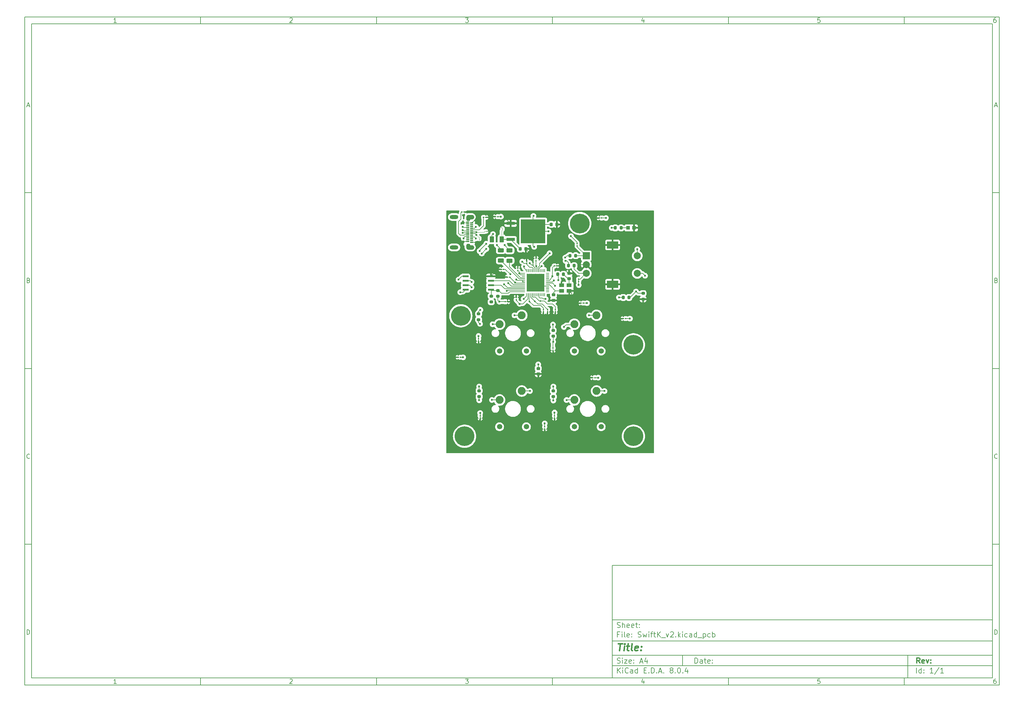
<source format=gbr>
%TF.GenerationSoftware,KiCad,Pcbnew,8.0.4*%
%TF.CreationDate,2024-11-11T17:23:57+08:00*%
%TF.ProjectId,SwiftK_v2,53776966-744b-45f7-9632-2e6b69636164,rev?*%
%TF.SameCoordinates,Original*%
%TF.FileFunction,Copper,L1,Top*%
%TF.FilePolarity,Positive*%
%FSLAX46Y46*%
G04 Gerber Fmt 4.6, Leading zero omitted, Abs format (unit mm)*
G04 Created by KiCad (PCBNEW 8.0.4) date 2024-11-11 17:23:57*
%MOMM*%
%LPD*%
G01*
G04 APERTURE LIST*
G04 Aperture macros list*
%AMRoundRect*
0 Rectangle with rounded corners*
0 $1 Rounding radius*
0 $2 $3 $4 $5 $6 $7 $8 $9 X,Y pos of 4 corners*
0 Add a 4 corners polygon primitive as box body*
4,1,4,$2,$3,$4,$5,$6,$7,$8,$9,$2,$3,0*
0 Add four circle primitives for the rounded corners*
1,1,$1+$1,$2,$3*
1,1,$1+$1,$4,$5*
1,1,$1+$1,$6,$7*
1,1,$1+$1,$8,$9*
0 Add four rect primitives between the rounded corners*
20,1,$1+$1,$2,$3,$4,$5,0*
20,1,$1+$1,$4,$5,$6,$7,0*
20,1,$1+$1,$6,$7,$8,$9,0*
20,1,$1+$1,$8,$9,$2,$3,0*%
G04 Aperture macros list end*
%ADD10C,0.100000*%
%ADD11C,0.150000*%
%ADD12C,0.300000*%
%ADD13C,0.400000*%
%TA.AperFunction,EtchedComponent*%
%ADD14C,0.010000*%
%TD*%
%TA.AperFunction,SMDPad,CuDef*%
%ADD15RoundRect,0.225000X-0.225000X-0.250000X0.225000X-0.250000X0.225000X0.250000X-0.225000X0.250000X0*%
%TD*%
%TA.AperFunction,SMDPad,CuDef*%
%ADD16RoundRect,0.200000X0.200000X0.275000X-0.200000X0.275000X-0.200000X-0.275000X0.200000X-0.275000X0*%
%TD*%
%TA.AperFunction,ComponentPad*%
%ADD17C,1.508000*%
%TD*%
%TA.AperFunction,ComponentPad*%
%ADD18C,2.250000*%
%TD*%
%TA.AperFunction,SMDPad,CuDef*%
%ADD19RoundRect,0.100000X-0.130000X-0.100000X0.130000X-0.100000X0.130000X0.100000X-0.130000X0.100000X0*%
%TD*%
%TA.AperFunction,SMDPad,CuDef*%
%ADD20RoundRect,0.100000X0.130000X0.100000X-0.130000X0.100000X-0.130000X-0.100000X0.130000X-0.100000X0*%
%TD*%
%TA.AperFunction,SMDPad,CuDef*%
%ADD21R,0.127000X0.228600*%
%TD*%
%TA.AperFunction,SMDPad,CuDef*%
%ADD22RoundRect,0.050000X0.050000X-0.387500X0.050000X0.387500X-0.050000X0.387500X-0.050000X-0.387500X0*%
%TD*%
%TA.AperFunction,SMDPad,CuDef*%
%ADD23RoundRect,0.050000X0.387500X-0.050000X0.387500X0.050000X-0.387500X0.050000X-0.387500X-0.050000X0*%
%TD*%
%TA.AperFunction,HeatsinkPad*%
%ADD24R,3.200000X3.200000*%
%TD*%
%TA.AperFunction,SMDPad,CuDef*%
%ADD25RoundRect,0.200000X0.275000X-0.200000X0.275000X0.200000X-0.275000X0.200000X-0.275000X-0.200000X0*%
%TD*%
%TA.AperFunction,SMDPad,CuDef*%
%ADD26RoundRect,0.225000X0.225000X0.250000X-0.225000X0.250000X-0.225000X-0.250000X0.225000X-0.250000X0*%
%TD*%
%TA.AperFunction,ComponentPad*%
%ADD27C,5.600000*%
%TD*%
%TA.AperFunction,SMDPad,CuDef*%
%ADD28RoundRect,0.200000X-0.275000X0.200000X-0.275000X-0.200000X0.275000X-0.200000X0.275000X0.200000X0*%
%TD*%
%TA.AperFunction,SMDPad,CuDef*%
%ADD29RoundRect,0.100000X-0.100000X0.130000X-0.100000X-0.130000X0.100000X-0.130000X0.100000X0.130000X0*%
%TD*%
%TA.AperFunction,SMDPad,CuDef*%
%ADD30R,0.228600X0.127000*%
%TD*%
%TA.AperFunction,SMDPad,CuDef*%
%ADD31RoundRect,0.100000X0.100000X-0.130000X0.100000X0.130000X-0.100000X0.130000X-0.100000X-0.130000X0*%
%TD*%
%TA.AperFunction,SMDPad,CuDef*%
%ADD32RoundRect,0.072500X0.732500X0.217500X-0.732500X0.217500X-0.732500X-0.217500X0.732500X-0.217500X0*%
%TD*%
%TA.AperFunction,SMDPad,CuDef*%
%ADD33R,1.400000X1.100000*%
%TD*%
%TA.AperFunction,SMDPad,CuDef*%
%ADD34RoundRect,0.250000X-0.625000X0.312500X-0.625000X-0.312500X0.625000X-0.312500X0.625000X0.312500X0*%
%TD*%
%TA.AperFunction,SMDPad,CuDef*%
%ADD35RoundRect,0.200000X-0.200000X-0.275000X0.200000X-0.275000X0.200000X0.275000X-0.200000X0.275000X0*%
%TD*%
%TA.AperFunction,SMDPad,CuDef*%
%ADD36R,1.100000X1.000000*%
%TD*%
%TA.AperFunction,SMDPad,CuDef*%
%ADD37R,2.489200X0.939800*%
%TD*%
%TA.AperFunction,SMDPad,CuDef*%
%ADD38R,6.934200X6.781800*%
%TD*%
%TA.AperFunction,SMDPad,CuDef*%
%ADD39RoundRect,0.250000X-0.375000X-0.625000X0.375000X-0.625000X0.375000X0.625000X-0.375000X0.625000X0*%
%TD*%
%TA.AperFunction,SMDPad,CuDef*%
%ADD40RoundRect,0.225000X0.250000X-0.225000X0.250000X0.225000X-0.250000X0.225000X-0.250000X-0.225000X0*%
%TD*%
%TA.AperFunction,ComponentPad*%
%ADD41R,2.000000X2.000000*%
%TD*%
%TA.AperFunction,ComponentPad*%
%ADD42C,2.000000*%
%TD*%
%TA.AperFunction,ComponentPad*%
%ADD43R,3.200000X2.000000*%
%TD*%
%TA.AperFunction,SMDPad,CuDef*%
%ADD44R,0.950000X0.300000*%
%TD*%
%TA.AperFunction,ComponentPad*%
%ADD45C,1.140000*%
%TD*%
%TA.AperFunction,ComponentPad*%
%ADD46O,2.440000X1.140000*%
%TD*%
%TA.AperFunction,SMDPad,CuDef*%
%ADD47RoundRect,0.225000X-0.250000X0.225000X-0.250000X-0.225000X0.250000X-0.225000X0.250000X0.225000X0*%
%TD*%
%TA.AperFunction,ViaPad*%
%ADD48C,0.600000*%
%TD*%
%TA.AperFunction,ViaPad*%
%ADD49C,0.500000*%
%TD*%
%TA.AperFunction,Conductor*%
%ADD50C,0.200000*%
%TD*%
%TA.AperFunction,Conductor*%
%ADD51C,0.100000*%
%TD*%
%TA.AperFunction,Conductor*%
%ADD52C,0.050000*%
%TD*%
G04 APERTURE END LIST*
D10*
D11*
X177002200Y-166007200D02*
X285002200Y-166007200D01*
X285002200Y-198007200D01*
X177002200Y-198007200D01*
X177002200Y-166007200D01*
D10*
D11*
X10000000Y-10000000D02*
X287002200Y-10000000D01*
X287002200Y-200007200D01*
X10000000Y-200007200D01*
X10000000Y-10000000D01*
D10*
D11*
X12000000Y-12000000D02*
X285002200Y-12000000D01*
X285002200Y-198007200D01*
X12000000Y-198007200D01*
X12000000Y-12000000D01*
D10*
D11*
X60000000Y-12000000D02*
X60000000Y-10000000D01*
D10*
D11*
X110000000Y-12000000D02*
X110000000Y-10000000D01*
D10*
D11*
X160000000Y-12000000D02*
X160000000Y-10000000D01*
D10*
D11*
X210000000Y-12000000D02*
X210000000Y-10000000D01*
D10*
D11*
X260000000Y-12000000D02*
X260000000Y-10000000D01*
D10*
D11*
X36089160Y-11593604D02*
X35346303Y-11593604D01*
X35717731Y-11593604D02*
X35717731Y-10293604D01*
X35717731Y-10293604D02*
X35593922Y-10479319D01*
X35593922Y-10479319D02*
X35470112Y-10603128D01*
X35470112Y-10603128D02*
X35346303Y-10665033D01*
D10*
D11*
X85346303Y-10417414D02*
X85408207Y-10355509D01*
X85408207Y-10355509D02*
X85532017Y-10293604D01*
X85532017Y-10293604D02*
X85841541Y-10293604D01*
X85841541Y-10293604D02*
X85965350Y-10355509D01*
X85965350Y-10355509D02*
X86027255Y-10417414D01*
X86027255Y-10417414D02*
X86089160Y-10541223D01*
X86089160Y-10541223D02*
X86089160Y-10665033D01*
X86089160Y-10665033D02*
X86027255Y-10850747D01*
X86027255Y-10850747D02*
X85284398Y-11593604D01*
X85284398Y-11593604D02*
X86089160Y-11593604D01*
D10*
D11*
X135284398Y-10293604D02*
X136089160Y-10293604D01*
X136089160Y-10293604D02*
X135655826Y-10788842D01*
X135655826Y-10788842D02*
X135841541Y-10788842D01*
X135841541Y-10788842D02*
X135965350Y-10850747D01*
X135965350Y-10850747D02*
X136027255Y-10912652D01*
X136027255Y-10912652D02*
X136089160Y-11036461D01*
X136089160Y-11036461D02*
X136089160Y-11345985D01*
X136089160Y-11345985D02*
X136027255Y-11469795D01*
X136027255Y-11469795D02*
X135965350Y-11531700D01*
X135965350Y-11531700D02*
X135841541Y-11593604D01*
X135841541Y-11593604D02*
X135470112Y-11593604D01*
X135470112Y-11593604D02*
X135346303Y-11531700D01*
X135346303Y-11531700D02*
X135284398Y-11469795D01*
D10*
D11*
X185965350Y-10726938D02*
X185965350Y-11593604D01*
X185655826Y-10231700D02*
X185346303Y-11160271D01*
X185346303Y-11160271D02*
X186151064Y-11160271D01*
D10*
D11*
X236027255Y-10293604D02*
X235408207Y-10293604D01*
X235408207Y-10293604D02*
X235346303Y-10912652D01*
X235346303Y-10912652D02*
X235408207Y-10850747D01*
X235408207Y-10850747D02*
X235532017Y-10788842D01*
X235532017Y-10788842D02*
X235841541Y-10788842D01*
X235841541Y-10788842D02*
X235965350Y-10850747D01*
X235965350Y-10850747D02*
X236027255Y-10912652D01*
X236027255Y-10912652D02*
X236089160Y-11036461D01*
X236089160Y-11036461D02*
X236089160Y-11345985D01*
X236089160Y-11345985D02*
X236027255Y-11469795D01*
X236027255Y-11469795D02*
X235965350Y-11531700D01*
X235965350Y-11531700D02*
X235841541Y-11593604D01*
X235841541Y-11593604D02*
X235532017Y-11593604D01*
X235532017Y-11593604D02*
X235408207Y-11531700D01*
X235408207Y-11531700D02*
X235346303Y-11469795D01*
D10*
D11*
X285965350Y-10293604D02*
X285717731Y-10293604D01*
X285717731Y-10293604D02*
X285593922Y-10355509D01*
X285593922Y-10355509D02*
X285532017Y-10417414D01*
X285532017Y-10417414D02*
X285408207Y-10603128D01*
X285408207Y-10603128D02*
X285346303Y-10850747D01*
X285346303Y-10850747D02*
X285346303Y-11345985D01*
X285346303Y-11345985D02*
X285408207Y-11469795D01*
X285408207Y-11469795D02*
X285470112Y-11531700D01*
X285470112Y-11531700D02*
X285593922Y-11593604D01*
X285593922Y-11593604D02*
X285841541Y-11593604D01*
X285841541Y-11593604D02*
X285965350Y-11531700D01*
X285965350Y-11531700D02*
X286027255Y-11469795D01*
X286027255Y-11469795D02*
X286089160Y-11345985D01*
X286089160Y-11345985D02*
X286089160Y-11036461D01*
X286089160Y-11036461D02*
X286027255Y-10912652D01*
X286027255Y-10912652D02*
X285965350Y-10850747D01*
X285965350Y-10850747D02*
X285841541Y-10788842D01*
X285841541Y-10788842D02*
X285593922Y-10788842D01*
X285593922Y-10788842D02*
X285470112Y-10850747D01*
X285470112Y-10850747D02*
X285408207Y-10912652D01*
X285408207Y-10912652D02*
X285346303Y-11036461D01*
D10*
D11*
X60000000Y-198007200D02*
X60000000Y-200007200D01*
D10*
D11*
X110000000Y-198007200D02*
X110000000Y-200007200D01*
D10*
D11*
X160000000Y-198007200D02*
X160000000Y-200007200D01*
D10*
D11*
X210000000Y-198007200D02*
X210000000Y-200007200D01*
D10*
D11*
X260000000Y-198007200D02*
X260000000Y-200007200D01*
D10*
D11*
X36089160Y-199600804D02*
X35346303Y-199600804D01*
X35717731Y-199600804D02*
X35717731Y-198300804D01*
X35717731Y-198300804D02*
X35593922Y-198486519D01*
X35593922Y-198486519D02*
X35470112Y-198610328D01*
X35470112Y-198610328D02*
X35346303Y-198672233D01*
D10*
D11*
X85346303Y-198424614D02*
X85408207Y-198362709D01*
X85408207Y-198362709D02*
X85532017Y-198300804D01*
X85532017Y-198300804D02*
X85841541Y-198300804D01*
X85841541Y-198300804D02*
X85965350Y-198362709D01*
X85965350Y-198362709D02*
X86027255Y-198424614D01*
X86027255Y-198424614D02*
X86089160Y-198548423D01*
X86089160Y-198548423D02*
X86089160Y-198672233D01*
X86089160Y-198672233D02*
X86027255Y-198857947D01*
X86027255Y-198857947D02*
X85284398Y-199600804D01*
X85284398Y-199600804D02*
X86089160Y-199600804D01*
D10*
D11*
X135284398Y-198300804D02*
X136089160Y-198300804D01*
X136089160Y-198300804D02*
X135655826Y-198796042D01*
X135655826Y-198796042D02*
X135841541Y-198796042D01*
X135841541Y-198796042D02*
X135965350Y-198857947D01*
X135965350Y-198857947D02*
X136027255Y-198919852D01*
X136027255Y-198919852D02*
X136089160Y-199043661D01*
X136089160Y-199043661D02*
X136089160Y-199353185D01*
X136089160Y-199353185D02*
X136027255Y-199476995D01*
X136027255Y-199476995D02*
X135965350Y-199538900D01*
X135965350Y-199538900D02*
X135841541Y-199600804D01*
X135841541Y-199600804D02*
X135470112Y-199600804D01*
X135470112Y-199600804D02*
X135346303Y-199538900D01*
X135346303Y-199538900D02*
X135284398Y-199476995D01*
D10*
D11*
X185965350Y-198734138D02*
X185965350Y-199600804D01*
X185655826Y-198238900D02*
X185346303Y-199167471D01*
X185346303Y-199167471D02*
X186151064Y-199167471D01*
D10*
D11*
X236027255Y-198300804D02*
X235408207Y-198300804D01*
X235408207Y-198300804D02*
X235346303Y-198919852D01*
X235346303Y-198919852D02*
X235408207Y-198857947D01*
X235408207Y-198857947D02*
X235532017Y-198796042D01*
X235532017Y-198796042D02*
X235841541Y-198796042D01*
X235841541Y-198796042D02*
X235965350Y-198857947D01*
X235965350Y-198857947D02*
X236027255Y-198919852D01*
X236027255Y-198919852D02*
X236089160Y-199043661D01*
X236089160Y-199043661D02*
X236089160Y-199353185D01*
X236089160Y-199353185D02*
X236027255Y-199476995D01*
X236027255Y-199476995D02*
X235965350Y-199538900D01*
X235965350Y-199538900D02*
X235841541Y-199600804D01*
X235841541Y-199600804D02*
X235532017Y-199600804D01*
X235532017Y-199600804D02*
X235408207Y-199538900D01*
X235408207Y-199538900D02*
X235346303Y-199476995D01*
D10*
D11*
X285965350Y-198300804D02*
X285717731Y-198300804D01*
X285717731Y-198300804D02*
X285593922Y-198362709D01*
X285593922Y-198362709D02*
X285532017Y-198424614D01*
X285532017Y-198424614D02*
X285408207Y-198610328D01*
X285408207Y-198610328D02*
X285346303Y-198857947D01*
X285346303Y-198857947D02*
X285346303Y-199353185D01*
X285346303Y-199353185D02*
X285408207Y-199476995D01*
X285408207Y-199476995D02*
X285470112Y-199538900D01*
X285470112Y-199538900D02*
X285593922Y-199600804D01*
X285593922Y-199600804D02*
X285841541Y-199600804D01*
X285841541Y-199600804D02*
X285965350Y-199538900D01*
X285965350Y-199538900D02*
X286027255Y-199476995D01*
X286027255Y-199476995D02*
X286089160Y-199353185D01*
X286089160Y-199353185D02*
X286089160Y-199043661D01*
X286089160Y-199043661D02*
X286027255Y-198919852D01*
X286027255Y-198919852D02*
X285965350Y-198857947D01*
X285965350Y-198857947D02*
X285841541Y-198796042D01*
X285841541Y-198796042D02*
X285593922Y-198796042D01*
X285593922Y-198796042D02*
X285470112Y-198857947D01*
X285470112Y-198857947D02*
X285408207Y-198919852D01*
X285408207Y-198919852D02*
X285346303Y-199043661D01*
D10*
D11*
X10000000Y-60000000D02*
X12000000Y-60000000D01*
D10*
D11*
X10000000Y-110000000D02*
X12000000Y-110000000D01*
D10*
D11*
X10000000Y-160000000D02*
X12000000Y-160000000D01*
D10*
D11*
X10690476Y-35222176D02*
X11309523Y-35222176D01*
X10566666Y-35593604D02*
X10999999Y-34293604D01*
X10999999Y-34293604D02*
X11433333Y-35593604D01*
D10*
D11*
X11092857Y-84912652D02*
X11278571Y-84974557D01*
X11278571Y-84974557D02*
X11340476Y-85036461D01*
X11340476Y-85036461D02*
X11402380Y-85160271D01*
X11402380Y-85160271D02*
X11402380Y-85345985D01*
X11402380Y-85345985D02*
X11340476Y-85469795D01*
X11340476Y-85469795D02*
X11278571Y-85531700D01*
X11278571Y-85531700D02*
X11154761Y-85593604D01*
X11154761Y-85593604D02*
X10659523Y-85593604D01*
X10659523Y-85593604D02*
X10659523Y-84293604D01*
X10659523Y-84293604D02*
X11092857Y-84293604D01*
X11092857Y-84293604D02*
X11216666Y-84355509D01*
X11216666Y-84355509D02*
X11278571Y-84417414D01*
X11278571Y-84417414D02*
X11340476Y-84541223D01*
X11340476Y-84541223D02*
X11340476Y-84665033D01*
X11340476Y-84665033D02*
X11278571Y-84788842D01*
X11278571Y-84788842D02*
X11216666Y-84850747D01*
X11216666Y-84850747D02*
X11092857Y-84912652D01*
X11092857Y-84912652D02*
X10659523Y-84912652D01*
D10*
D11*
X11402380Y-135469795D02*
X11340476Y-135531700D01*
X11340476Y-135531700D02*
X11154761Y-135593604D01*
X11154761Y-135593604D02*
X11030952Y-135593604D01*
X11030952Y-135593604D02*
X10845238Y-135531700D01*
X10845238Y-135531700D02*
X10721428Y-135407890D01*
X10721428Y-135407890D02*
X10659523Y-135284080D01*
X10659523Y-135284080D02*
X10597619Y-135036461D01*
X10597619Y-135036461D02*
X10597619Y-134850747D01*
X10597619Y-134850747D02*
X10659523Y-134603128D01*
X10659523Y-134603128D02*
X10721428Y-134479319D01*
X10721428Y-134479319D02*
X10845238Y-134355509D01*
X10845238Y-134355509D02*
X11030952Y-134293604D01*
X11030952Y-134293604D02*
X11154761Y-134293604D01*
X11154761Y-134293604D02*
X11340476Y-134355509D01*
X11340476Y-134355509D02*
X11402380Y-134417414D01*
D10*
D11*
X10659523Y-185593604D02*
X10659523Y-184293604D01*
X10659523Y-184293604D02*
X10969047Y-184293604D01*
X10969047Y-184293604D02*
X11154761Y-184355509D01*
X11154761Y-184355509D02*
X11278571Y-184479319D01*
X11278571Y-184479319D02*
X11340476Y-184603128D01*
X11340476Y-184603128D02*
X11402380Y-184850747D01*
X11402380Y-184850747D02*
X11402380Y-185036461D01*
X11402380Y-185036461D02*
X11340476Y-185284080D01*
X11340476Y-185284080D02*
X11278571Y-185407890D01*
X11278571Y-185407890D02*
X11154761Y-185531700D01*
X11154761Y-185531700D02*
X10969047Y-185593604D01*
X10969047Y-185593604D02*
X10659523Y-185593604D01*
D10*
D11*
X287002200Y-60000000D02*
X285002200Y-60000000D01*
D10*
D11*
X287002200Y-110000000D02*
X285002200Y-110000000D01*
D10*
D11*
X287002200Y-160000000D02*
X285002200Y-160000000D01*
D10*
D11*
X285692676Y-35222176D02*
X286311723Y-35222176D01*
X285568866Y-35593604D02*
X286002199Y-34293604D01*
X286002199Y-34293604D02*
X286435533Y-35593604D01*
D10*
D11*
X286095057Y-84912652D02*
X286280771Y-84974557D01*
X286280771Y-84974557D02*
X286342676Y-85036461D01*
X286342676Y-85036461D02*
X286404580Y-85160271D01*
X286404580Y-85160271D02*
X286404580Y-85345985D01*
X286404580Y-85345985D02*
X286342676Y-85469795D01*
X286342676Y-85469795D02*
X286280771Y-85531700D01*
X286280771Y-85531700D02*
X286156961Y-85593604D01*
X286156961Y-85593604D02*
X285661723Y-85593604D01*
X285661723Y-85593604D02*
X285661723Y-84293604D01*
X285661723Y-84293604D02*
X286095057Y-84293604D01*
X286095057Y-84293604D02*
X286218866Y-84355509D01*
X286218866Y-84355509D02*
X286280771Y-84417414D01*
X286280771Y-84417414D02*
X286342676Y-84541223D01*
X286342676Y-84541223D02*
X286342676Y-84665033D01*
X286342676Y-84665033D02*
X286280771Y-84788842D01*
X286280771Y-84788842D02*
X286218866Y-84850747D01*
X286218866Y-84850747D02*
X286095057Y-84912652D01*
X286095057Y-84912652D02*
X285661723Y-84912652D01*
D10*
D11*
X286404580Y-135469795D02*
X286342676Y-135531700D01*
X286342676Y-135531700D02*
X286156961Y-135593604D01*
X286156961Y-135593604D02*
X286033152Y-135593604D01*
X286033152Y-135593604D02*
X285847438Y-135531700D01*
X285847438Y-135531700D02*
X285723628Y-135407890D01*
X285723628Y-135407890D02*
X285661723Y-135284080D01*
X285661723Y-135284080D02*
X285599819Y-135036461D01*
X285599819Y-135036461D02*
X285599819Y-134850747D01*
X285599819Y-134850747D02*
X285661723Y-134603128D01*
X285661723Y-134603128D02*
X285723628Y-134479319D01*
X285723628Y-134479319D02*
X285847438Y-134355509D01*
X285847438Y-134355509D02*
X286033152Y-134293604D01*
X286033152Y-134293604D02*
X286156961Y-134293604D01*
X286156961Y-134293604D02*
X286342676Y-134355509D01*
X286342676Y-134355509D02*
X286404580Y-134417414D01*
D10*
D11*
X285661723Y-185593604D02*
X285661723Y-184293604D01*
X285661723Y-184293604D02*
X285971247Y-184293604D01*
X285971247Y-184293604D02*
X286156961Y-184355509D01*
X286156961Y-184355509D02*
X286280771Y-184479319D01*
X286280771Y-184479319D02*
X286342676Y-184603128D01*
X286342676Y-184603128D02*
X286404580Y-184850747D01*
X286404580Y-184850747D02*
X286404580Y-185036461D01*
X286404580Y-185036461D02*
X286342676Y-185284080D01*
X286342676Y-185284080D02*
X286280771Y-185407890D01*
X286280771Y-185407890D02*
X286156961Y-185531700D01*
X286156961Y-185531700D02*
X285971247Y-185593604D01*
X285971247Y-185593604D02*
X285661723Y-185593604D01*
D10*
D11*
X200458026Y-193793328D02*
X200458026Y-192293328D01*
X200458026Y-192293328D02*
X200815169Y-192293328D01*
X200815169Y-192293328D02*
X201029455Y-192364757D01*
X201029455Y-192364757D02*
X201172312Y-192507614D01*
X201172312Y-192507614D02*
X201243741Y-192650471D01*
X201243741Y-192650471D02*
X201315169Y-192936185D01*
X201315169Y-192936185D02*
X201315169Y-193150471D01*
X201315169Y-193150471D02*
X201243741Y-193436185D01*
X201243741Y-193436185D02*
X201172312Y-193579042D01*
X201172312Y-193579042D02*
X201029455Y-193721900D01*
X201029455Y-193721900D02*
X200815169Y-193793328D01*
X200815169Y-193793328D02*
X200458026Y-193793328D01*
X202600884Y-193793328D02*
X202600884Y-193007614D01*
X202600884Y-193007614D02*
X202529455Y-192864757D01*
X202529455Y-192864757D02*
X202386598Y-192793328D01*
X202386598Y-192793328D02*
X202100884Y-192793328D01*
X202100884Y-192793328D02*
X201958026Y-192864757D01*
X202600884Y-193721900D02*
X202458026Y-193793328D01*
X202458026Y-193793328D02*
X202100884Y-193793328D01*
X202100884Y-193793328D02*
X201958026Y-193721900D01*
X201958026Y-193721900D02*
X201886598Y-193579042D01*
X201886598Y-193579042D02*
X201886598Y-193436185D01*
X201886598Y-193436185D02*
X201958026Y-193293328D01*
X201958026Y-193293328D02*
X202100884Y-193221900D01*
X202100884Y-193221900D02*
X202458026Y-193221900D01*
X202458026Y-193221900D02*
X202600884Y-193150471D01*
X203100884Y-192793328D02*
X203672312Y-192793328D01*
X203315169Y-192293328D02*
X203315169Y-193579042D01*
X203315169Y-193579042D02*
X203386598Y-193721900D01*
X203386598Y-193721900D02*
X203529455Y-193793328D01*
X203529455Y-193793328D02*
X203672312Y-193793328D01*
X204743741Y-193721900D02*
X204600884Y-193793328D01*
X204600884Y-193793328D02*
X204315170Y-193793328D01*
X204315170Y-193793328D02*
X204172312Y-193721900D01*
X204172312Y-193721900D02*
X204100884Y-193579042D01*
X204100884Y-193579042D02*
X204100884Y-193007614D01*
X204100884Y-193007614D02*
X204172312Y-192864757D01*
X204172312Y-192864757D02*
X204315170Y-192793328D01*
X204315170Y-192793328D02*
X204600884Y-192793328D01*
X204600884Y-192793328D02*
X204743741Y-192864757D01*
X204743741Y-192864757D02*
X204815170Y-193007614D01*
X204815170Y-193007614D02*
X204815170Y-193150471D01*
X204815170Y-193150471D02*
X204100884Y-193293328D01*
X205458026Y-193650471D02*
X205529455Y-193721900D01*
X205529455Y-193721900D02*
X205458026Y-193793328D01*
X205458026Y-193793328D02*
X205386598Y-193721900D01*
X205386598Y-193721900D02*
X205458026Y-193650471D01*
X205458026Y-193650471D02*
X205458026Y-193793328D01*
X205458026Y-192864757D02*
X205529455Y-192936185D01*
X205529455Y-192936185D02*
X205458026Y-193007614D01*
X205458026Y-193007614D02*
X205386598Y-192936185D01*
X205386598Y-192936185D02*
X205458026Y-192864757D01*
X205458026Y-192864757D02*
X205458026Y-193007614D01*
D10*
D11*
X177002200Y-194507200D02*
X285002200Y-194507200D01*
D10*
D11*
X178458026Y-196593328D02*
X178458026Y-195093328D01*
X179315169Y-196593328D02*
X178672312Y-195736185D01*
X179315169Y-195093328D02*
X178458026Y-195950471D01*
X179958026Y-196593328D02*
X179958026Y-195593328D01*
X179958026Y-195093328D02*
X179886598Y-195164757D01*
X179886598Y-195164757D02*
X179958026Y-195236185D01*
X179958026Y-195236185D02*
X180029455Y-195164757D01*
X180029455Y-195164757D02*
X179958026Y-195093328D01*
X179958026Y-195093328D02*
X179958026Y-195236185D01*
X181529455Y-196450471D02*
X181458027Y-196521900D01*
X181458027Y-196521900D02*
X181243741Y-196593328D01*
X181243741Y-196593328D02*
X181100884Y-196593328D01*
X181100884Y-196593328D02*
X180886598Y-196521900D01*
X180886598Y-196521900D02*
X180743741Y-196379042D01*
X180743741Y-196379042D02*
X180672312Y-196236185D01*
X180672312Y-196236185D02*
X180600884Y-195950471D01*
X180600884Y-195950471D02*
X180600884Y-195736185D01*
X180600884Y-195736185D02*
X180672312Y-195450471D01*
X180672312Y-195450471D02*
X180743741Y-195307614D01*
X180743741Y-195307614D02*
X180886598Y-195164757D01*
X180886598Y-195164757D02*
X181100884Y-195093328D01*
X181100884Y-195093328D02*
X181243741Y-195093328D01*
X181243741Y-195093328D02*
X181458027Y-195164757D01*
X181458027Y-195164757D02*
X181529455Y-195236185D01*
X182815170Y-196593328D02*
X182815170Y-195807614D01*
X182815170Y-195807614D02*
X182743741Y-195664757D01*
X182743741Y-195664757D02*
X182600884Y-195593328D01*
X182600884Y-195593328D02*
X182315170Y-195593328D01*
X182315170Y-195593328D02*
X182172312Y-195664757D01*
X182815170Y-196521900D02*
X182672312Y-196593328D01*
X182672312Y-196593328D02*
X182315170Y-196593328D01*
X182315170Y-196593328D02*
X182172312Y-196521900D01*
X182172312Y-196521900D02*
X182100884Y-196379042D01*
X182100884Y-196379042D02*
X182100884Y-196236185D01*
X182100884Y-196236185D02*
X182172312Y-196093328D01*
X182172312Y-196093328D02*
X182315170Y-196021900D01*
X182315170Y-196021900D02*
X182672312Y-196021900D01*
X182672312Y-196021900D02*
X182815170Y-195950471D01*
X184172313Y-196593328D02*
X184172313Y-195093328D01*
X184172313Y-196521900D02*
X184029455Y-196593328D01*
X184029455Y-196593328D02*
X183743741Y-196593328D01*
X183743741Y-196593328D02*
X183600884Y-196521900D01*
X183600884Y-196521900D02*
X183529455Y-196450471D01*
X183529455Y-196450471D02*
X183458027Y-196307614D01*
X183458027Y-196307614D02*
X183458027Y-195879042D01*
X183458027Y-195879042D02*
X183529455Y-195736185D01*
X183529455Y-195736185D02*
X183600884Y-195664757D01*
X183600884Y-195664757D02*
X183743741Y-195593328D01*
X183743741Y-195593328D02*
X184029455Y-195593328D01*
X184029455Y-195593328D02*
X184172313Y-195664757D01*
X186029455Y-195807614D02*
X186529455Y-195807614D01*
X186743741Y-196593328D02*
X186029455Y-196593328D01*
X186029455Y-196593328D02*
X186029455Y-195093328D01*
X186029455Y-195093328D02*
X186743741Y-195093328D01*
X187386598Y-196450471D02*
X187458027Y-196521900D01*
X187458027Y-196521900D02*
X187386598Y-196593328D01*
X187386598Y-196593328D02*
X187315170Y-196521900D01*
X187315170Y-196521900D02*
X187386598Y-196450471D01*
X187386598Y-196450471D02*
X187386598Y-196593328D01*
X188100884Y-196593328D02*
X188100884Y-195093328D01*
X188100884Y-195093328D02*
X188458027Y-195093328D01*
X188458027Y-195093328D02*
X188672313Y-195164757D01*
X188672313Y-195164757D02*
X188815170Y-195307614D01*
X188815170Y-195307614D02*
X188886599Y-195450471D01*
X188886599Y-195450471D02*
X188958027Y-195736185D01*
X188958027Y-195736185D02*
X188958027Y-195950471D01*
X188958027Y-195950471D02*
X188886599Y-196236185D01*
X188886599Y-196236185D02*
X188815170Y-196379042D01*
X188815170Y-196379042D02*
X188672313Y-196521900D01*
X188672313Y-196521900D02*
X188458027Y-196593328D01*
X188458027Y-196593328D02*
X188100884Y-196593328D01*
X189600884Y-196450471D02*
X189672313Y-196521900D01*
X189672313Y-196521900D02*
X189600884Y-196593328D01*
X189600884Y-196593328D02*
X189529456Y-196521900D01*
X189529456Y-196521900D02*
X189600884Y-196450471D01*
X189600884Y-196450471D02*
X189600884Y-196593328D01*
X190243742Y-196164757D02*
X190958028Y-196164757D01*
X190100885Y-196593328D02*
X190600885Y-195093328D01*
X190600885Y-195093328D02*
X191100885Y-196593328D01*
X191600884Y-196450471D02*
X191672313Y-196521900D01*
X191672313Y-196521900D02*
X191600884Y-196593328D01*
X191600884Y-196593328D02*
X191529456Y-196521900D01*
X191529456Y-196521900D02*
X191600884Y-196450471D01*
X191600884Y-196450471D02*
X191600884Y-196593328D01*
X193672313Y-195736185D02*
X193529456Y-195664757D01*
X193529456Y-195664757D02*
X193458027Y-195593328D01*
X193458027Y-195593328D02*
X193386599Y-195450471D01*
X193386599Y-195450471D02*
X193386599Y-195379042D01*
X193386599Y-195379042D02*
X193458027Y-195236185D01*
X193458027Y-195236185D02*
X193529456Y-195164757D01*
X193529456Y-195164757D02*
X193672313Y-195093328D01*
X193672313Y-195093328D02*
X193958027Y-195093328D01*
X193958027Y-195093328D02*
X194100885Y-195164757D01*
X194100885Y-195164757D02*
X194172313Y-195236185D01*
X194172313Y-195236185D02*
X194243742Y-195379042D01*
X194243742Y-195379042D02*
X194243742Y-195450471D01*
X194243742Y-195450471D02*
X194172313Y-195593328D01*
X194172313Y-195593328D02*
X194100885Y-195664757D01*
X194100885Y-195664757D02*
X193958027Y-195736185D01*
X193958027Y-195736185D02*
X193672313Y-195736185D01*
X193672313Y-195736185D02*
X193529456Y-195807614D01*
X193529456Y-195807614D02*
X193458027Y-195879042D01*
X193458027Y-195879042D02*
X193386599Y-196021900D01*
X193386599Y-196021900D02*
X193386599Y-196307614D01*
X193386599Y-196307614D02*
X193458027Y-196450471D01*
X193458027Y-196450471D02*
X193529456Y-196521900D01*
X193529456Y-196521900D02*
X193672313Y-196593328D01*
X193672313Y-196593328D02*
X193958027Y-196593328D01*
X193958027Y-196593328D02*
X194100885Y-196521900D01*
X194100885Y-196521900D02*
X194172313Y-196450471D01*
X194172313Y-196450471D02*
X194243742Y-196307614D01*
X194243742Y-196307614D02*
X194243742Y-196021900D01*
X194243742Y-196021900D02*
X194172313Y-195879042D01*
X194172313Y-195879042D02*
X194100885Y-195807614D01*
X194100885Y-195807614D02*
X193958027Y-195736185D01*
X194886598Y-196450471D02*
X194958027Y-196521900D01*
X194958027Y-196521900D02*
X194886598Y-196593328D01*
X194886598Y-196593328D02*
X194815170Y-196521900D01*
X194815170Y-196521900D02*
X194886598Y-196450471D01*
X194886598Y-196450471D02*
X194886598Y-196593328D01*
X195886599Y-195093328D02*
X196029456Y-195093328D01*
X196029456Y-195093328D02*
X196172313Y-195164757D01*
X196172313Y-195164757D02*
X196243742Y-195236185D01*
X196243742Y-195236185D02*
X196315170Y-195379042D01*
X196315170Y-195379042D02*
X196386599Y-195664757D01*
X196386599Y-195664757D02*
X196386599Y-196021900D01*
X196386599Y-196021900D02*
X196315170Y-196307614D01*
X196315170Y-196307614D02*
X196243742Y-196450471D01*
X196243742Y-196450471D02*
X196172313Y-196521900D01*
X196172313Y-196521900D02*
X196029456Y-196593328D01*
X196029456Y-196593328D02*
X195886599Y-196593328D01*
X195886599Y-196593328D02*
X195743742Y-196521900D01*
X195743742Y-196521900D02*
X195672313Y-196450471D01*
X195672313Y-196450471D02*
X195600884Y-196307614D01*
X195600884Y-196307614D02*
X195529456Y-196021900D01*
X195529456Y-196021900D02*
X195529456Y-195664757D01*
X195529456Y-195664757D02*
X195600884Y-195379042D01*
X195600884Y-195379042D02*
X195672313Y-195236185D01*
X195672313Y-195236185D02*
X195743742Y-195164757D01*
X195743742Y-195164757D02*
X195886599Y-195093328D01*
X197029455Y-196450471D02*
X197100884Y-196521900D01*
X197100884Y-196521900D02*
X197029455Y-196593328D01*
X197029455Y-196593328D02*
X196958027Y-196521900D01*
X196958027Y-196521900D02*
X197029455Y-196450471D01*
X197029455Y-196450471D02*
X197029455Y-196593328D01*
X198386599Y-195593328D02*
X198386599Y-196593328D01*
X198029456Y-195021900D02*
X197672313Y-196093328D01*
X197672313Y-196093328D02*
X198600884Y-196093328D01*
D10*
D11*
X177002200Y-191507200D02*
X285002200Y-191507200D01*
D10*
D12*
X264413853Y-193785528D02*
X263913853Y-193071242D01*
X263556710Y-193785528D02*
X263556710Y-192285528D01*
X263556710Y-192285528D02*
X264128139Y-192285528D01*
X264128139Y-192285528D02*
X264270996Y-192356957D01*
X264270996Y-192356957D02*
X264342425Y-192428385D01*
X264342425Y-192428385D02*
X264413853Y-192571242D01*
X264413853Y-192571242D02*
X264413853Y-192785528D01*
X264413853Y-192785528D02*
X264342425Y-192928385D01*
X264342425Y-192928385D02*
X264270996Y-192999814D01*
X264270996Y-192999814D02*
X264128139Y-193071242D01*
X264128139Y-193071242D02*
X263556710Y-193071242D01*
X265628139Y-193714100D02*
X265485282Y-193785528D01*
X265485282Y-193785528D02*
X265199568Y-193785528D01*
X265199568Y-193785528D02*
X265056710Y-193714100D01*
X265056710Y-193714100D02*
X264985282Y-193571242D01*
X264985282Y-193571242D02*
X264985282Y-192999814D01*
X264985282Y-192999814D02*
X265056710Y-192856957D01*
X265056710Y-192856957D02*
X265199568Y-192785528D01*
X265199568Y-192785528D02*
X265485282Y-192785528D01*
X265485282Y-192785528D02*
X265628139Y-192856957D01*
X265628139Y-192856957D02*
X265699568Y-192999814D01*
X265699568Y-192999814D02*
X265699568Y-193142671D01*
X265699568Y-193142671D02*
X264985282Y-193285528D01*
X266199567Y-192785528D02*
X266556710Y-193785528D01*
X266556710Y-193785528D02*
X266913853Y-192785528D01*
X267485281Y-193642671D02*
X267556710Y-193714100D01*
X267556710Y-193714100D02*
X267485281Y-193785528D01*
X267485281Y-193785528D02*
X267413853Y-193714100D01*
X267413853Y-193714100D02*
X267485281Y-193642671D01*
X267485281Y-193642671D02*
X267485281Y-193785528D01*
X267485281Y-192856957D02*
X267556710Y-192928385D01*
X267556710Y-192928385D02*
X267485281Y-192999814D01*
X267485281Y-192999814D02*
X267413853Y-192928385D01*
X267413853Y-192928385D02*
X267485281Y-192856957D01*
X267485281Y-192856957D02*
X267485281Y-192999814D01*
D10*
D11*
X178386598Y-193721900D02*
X178600884Y-193793328D01*
X178600884Y-193793328D02*
X178958026Y-193793328D01*
X178958026Y-193793328D02*
X179100884Y-193721900D01*
X179100884Y-193721900D02*
X179172312Y-193650471D01*
X179172312Y-193650471D02*
X179243741Y-193507614D01*
X179243741Y-193507614D02*
X179243741Y-193364757D01*
X179243741Y-193364757D02*
X179172312Y-193221900D01*
X179172312Y-193221900D02*
X179100884Y-193150471D01*
X179100884Y-193150471D02*
X178958026Y-193079042D01*
X178958026Y-193079042D02*
X178672312Y-193007614D01*
X178672312Y-193007614D02*
X178529455Y-192936185D01*
X178529455Y-192936185D02*
X178458026Y-192864757D01*
X178458026Y-192864757D02*
X178386598Y-192721900D01*
X178386598Y-192721900D02*
X178386598Y-192579042D01*
X178386598Y-192579042D02*
X178458026Y-192436185D01*
X178458026Y-192436185D02*
X178529455Y-192364757D01*
X178529455Y-192364757D02*
X178672312Y-192293328D01*
X178672312Y-192293328D02*
X179029455Y-192293328D01*
X179029455Y-192293328D02*
X179243741Y-192364757D01*
X179886597Y-193793328D02*
X179886597Y-192793328D01*
X179886597Y-192293328D02*
X179815169Y-192364757D01*
X179815169Y-192364757D02*
X179886597Y-192436185D01*
X179886597Y-192436185D02*
X179958026Y-192364757D01*
X179958026Y-192364757D02*
X179886597Y-192293328D01*
X179886597Y-192293328D02*
X179886597Y-192436185D01*
X180458026Y-192793328D02*
X181243741Y-192793328D01*
X181243741Y-192793328D02*
X180458026Y-193793328D01*
X180458026Y-193793328D02*
X181243741Y-193793328D01*
X182386598Y-193721900D02*
X182243741Y-193793328D01*
X182243741Y-193793328D02*
X181958027Y-193793328D01*
X181958027Y-193793328D02*
X181815169Y-193721900D01*
X181815169Y-193721900D02*
X181743741Y-193579042D01*
X181743741Y-193579042D02*
X181743741Y-193007614D01*
X181743741Y-193007614D02*
X181815169Y-192864757D01*
X181815169Y-192864757D02*
X181958027Y-192793328D01*
X181958027Y-192793328D02*
X182243741Y-192793328D01*
X182243741Y-192793328D02*
X182386598Y-192864757D01*
X182386598Y-192864757D02*
X182458027Y-193007614D01*
X182458027Y-193007614D02*
X182458027Y-193150471D01*
X182458027Y-193150471D02*
X181743741Y-193293328D01*
X183100883Y-193650471D02*
X183172312Y-193721900D01*
X183172312Y-193721900D02*
X183100883Y-193793328D01*
X183100883Y-193793328D02*
X183029455Y-193721900D01*
X183029455Y-193721900D02*
X183100883Y-193650471D01*
X183100883Y-193650471D02*
X183100883Y-193793328D01*
X183100883Y-192864757D02*
X183172312Y-192936185D01*
X183172312Y-192936185D02*
X183100883Y-193007614D01*
X183100883Y-193007614D02*
X183029455Y-192936185D01*
X183029455Y-192936185D02*
X183100883Y-192864757D01*
X183100883Y-192864757D02*
X183100883Y-193007614D01*
X184886598Y-193364757D02*
X185600884Y-193364757D01*
X184743741Y-193793328D02*
X185243741Y-192293328D01*
X185243741Y-192293328D02*
X185743741Y-193793328D01*
X186886598Y-192793328D02*
X186886598Y-193793328D01*
X186529455Y-192221900D02*
X186172312Y-193293328D01*
X186172312Y-193293328D02*
X187100883Y-193293328D01*
D10*
D11*
X263458026Y-196593328D02*
X263458026Y-195093328D01*
X264815170Y-196593328D02*
X264815170Y-195093328D01*
X264815170Y-196521900D02*
X264672312Y-196593328D01*
X264672312Y-196593328D02*
X264386598Y-196593328D01*
X264386598Y-196593328D02*
X264243741Y-196521900D01*
X264243741Y-196521900D02*
X264172312Y-196450471D01*
X264172312Y-196450471D02*
X264100884Y-196307614D01*
X264100884Y-196307614D02*
X264100884Y-195879042D01*
X264100884Y-195879042D02*
X264172312Y-195736185D01*
X264172312Y-195736185D02*
X264243741Y-195664757D01*
X264243741Y-195664757D02*
X264386598Y-195593328D01*
X264386598Y-195593328D02*
X264672312Y-195593328D01*
X264672312Y-195593328D02*
X264815170Y-195664757D01*
X265529455Y-196450471D02*
X265600884Y-196521900D01*
X265600884Y-196521900D02*
X265529455Y-196593328D01*
X265529455Y-196593328D02*
X265458027Y-196521900D01*
X265458027Y-196521900D02*
X265529455Y-196450471D01*
X265529455Y-196450471D02*
X265529455Y-196593328D01*
X265529455Y-195664757D02*
X265600884Y-195736185D01*
X265600884Y-195736185D02*
X265529455Y-195807614D01*
X265529455Y-195807614D02*
X265458027Y-195736185D01*
X265458027Y-195736185D02*
X265529455Y-195664757D01*
X265529455Y-195664757D02*
X265529455Y-195807614D01*
X268172313Y-196593328D02*
X267315170Y-196593328D01*
X267743741Y-196593328D02*
X267743741Y-195093328D01*
X267743741Y-195093328D02*
X267600884Y-195307614D01*
X267600884Y-195307614D02*
X267458027Y-195450471D01*
X267458027Y-195450471D02*
X267315170Y-195521900D01*
X269886598Y-195021900D02*
X268600884Y-196950471D01*
X271172313Y-196593328D02*
X270315170Y-196593328D01*
X270743741Y-196593328D02*
X270743741Y-195093328D01*
X270743741Y-195093328D02*
X270600884Y-195307614D01*
X270600884Y-195307614D02*
X270458027Y-195450471D01*
X270458027Y-195450471D02*
X270315170Y-195521900D01*
D10*
D11*
X177002200Y-187507200D02*
X285002200Y-187507200D01*
D10*
D13*
X178693928Y-188211638D02*
X179836785Y-188211638D01*
X179015357Y-190211638D02*
X179265357Y-188211638D01*
X180253452Y-190211638D02*
X180420119Y-188878304D01*
X180503452Y-188211638D02*
X180396309Y-188306876D01*
X180396309Y-188306876D02*
X180479643Y-188402114D01*
X180479643Y-188402114D02*
X180586786Y-188306876D01*
X180586786Y-188306876D02*
X180503452Y-188211638D01*
X180503452Y-188211638D02*
X180479643Y-188402114D01*
X181086786Y-188878304D02*
X181848690Y-188878304D01*
X181455833Y-188211638D02*
X181241548Y-189925923D01*
X181241548Y-189925923D02*
X181312976Y-190116400D01*
X181312976Y-190116400D02*
X181491548Y-190211638D01*
X181491548Y-190211638D02*
X181682024Y-190211638D01*
X182634405Y-190211638D02*
X182455833Y-190116400D01*
X182455833Y-190116400D02*
X182384405Y-189925923D01*
X182384405Y-189925923D02*
X182598690Y-188211638D01*
X184170119Y-190116400D02*
X183967738Y-190211638D01*
X183967738Y-190211638D02*
X183586785Y-190211638D01*
X183586785Y-190211638D02*
X183408214Y-190116400D01*
X183408214Y-190116400D02*
X183336785Y-189925923D01*
X183336785Y-189925923D02*
X183432024Y-189164019D01*
X183432024Y-189164019D02*
X183551071Y-188973542D01*
X183551071Y-188973542D02*
X183753452Y-188878304D01*
X183753452Y-188878304D02*
X184134404Y-188878304D01*
X184134404Y-188878304D02*
X184312976Y-188973542D01*
X184312976Y-188973542D02*
X184384404Y-189164019D01*
X184384404Y-189164019D02*
X184360595Y-189354495D01*
X184360595Y-189354495D02*
X183384404Y-189544971D01*
X185134405Y-190021161D02*
X185217738Y-190116400D01*
X185217738Y-190116400D02*
X185110595Y-190211638D01*
X185110595Y-190211638D02*
X185027262Y-190116400D01*
X185027262Y-190116400D02*
X185134405Y-190021161D01*
X185134405Y-190021161D02*
X185110595Y-190211638D01*
X185265357Y-188973542D02*
X185348690Y-189068780D01*
X185348690Y-189068780D02*
X185241548Y-189164019D01*
X185241548Y-189164019D02*
X185158214Y-189068780D01*
X185158214Y-189068780D02*
X185265357Y-188973542D01*
X185265357Y-188973542D02*
X185241548Y-189164019D01*
D10*
D11*
X178958026Y-185607614D02*
X178458026Y-185607614D01*
X178458026Y-186393328D02*
X178458026Y-184893328D01*
X178458026Y-184893328D02*
X179172312Y-184893328D01*
X179743740Y-186393328D02*
X179743740Y-185393328D01*
X179743740Y-184893328D02*
X179672312Y-184964757D01*
X179672312Y-184964757D02*
X179743740Y-185036185D01*
X179743740Y-185036185D02*
X179815169Y-184964757D01*
X179815169Y-184964757D02*
X179743740Y-184893328D01*
X179743740Y-184893328D02*
X179743740Y-185036185D01*
X180672312Y-186393328D02*
X180529455Y-186321900D01*
X180529455Y-186321900D02*
X180458026Y-186179042D01*
X180458026Y-186179042D02*
X180458026Y-184893328D01*
X181815169Y-186321900D02*
X181672312Y-186393328D01*
X181672312Y-186393328D02*
X181386598Y-186393328D01*
X181386598Y-186393328D02*
X181243740Y-186321900D01*
X181243740Y-186321900D02*
X181172312Y-186179042D01*
X181172312Y-186179042D02*
X181172312Y-185607614D01*
X181172312Y-185607614D02*
X181243740Y-185464757D01*
X181243740Y-185464757D02*
X181386598Y-185393328D01*
X181386598Y-185393328D02*
X181672312Y-185393328D01*
X181672312Y-185393328D02*
X181815169Y-185464757D01*
X181815169Y-185464757D02*
X181886598Y-185607614D01*
X181886598Y-185607614D02*
X181886598Y-185750471D01*
X181886598Y-185750471D02*
X181172312Y-185893328D01*
X182529454Y-186250471D02*
X182600883Y-186321900D01*
X182600883Y-186321900D02*
X182529454Y-186393328D01*
X182529454Y-186393328D02*
X182458026Y-186321900D01*
X182458026Y-186321900D02*
X182529454Y-186250471D01*
X182529454Y-186250471D02*
X182529454Y-186393328D01*
X182529454Y-185464757D02*
X182600883Y-185536185D01*
X182600883Y-185536185D02*
X182529454Y-185607614D01*
X182529454Y-185607614D02*
X182458026Y-185536185D01*
X182458026Y-185536185D02*
X182529454Y-185464757D01*
X182529454Y-185464757D02*
X182529454Y-185607614D01*
X184315169Y-186321900D02*
X184529455Y-186393328D01*
X184529455Y-186393328D02*
X184886597Y-186393328D01*
X184886597Y-186393328D02*
X185029455Y-186321900D01*
X185029455Y-186321900D02*
X185100883Y-186250471D01*
X185100883Y-186250471D02*
X185172312Y-186107614D01*
X185172312Y-186107614D02*
X185172312Y-185964757D01*
X185172312Y-185964757D02*
X185100883Y-185821900D01*
X185100883Y-185821900D02*
X185029455Y-185750471D01*
X185029455Y-185750471D02*
X184886597Y-185679042D01*
X184886597Y-185679042D02*
X184600883Y-185607614D01*
X184600883Y-185607614D02*
X184458026Y-185536185D01*
X184458026Y-185536185D02*
X184386597Y-185464757D01*
X184386597Y-185464757D02*
X184315169Y-185321900D01*
X184315169Y-185321900D02*
X184315169Y-185179042D01*
X184315169Y-185179042D02*
X184386597Y-185036185D01*
X184386597Y-185036185D02*
X184458026Y-184964757D01*
X184458026Y-184964757D02*
X184600883Y-184893328D01*
X184600883Y-184893328D02*
X184958026Y-184893328D01*
X184958026Y-184893328D02*
X185172312Y-184964757D01*
X185672311Y-185393328D02*
X185958026Y-186393328D01*
X185958026Y-186393328D02*
X186243740Y-185679042D01*
X186243740Y-185679042D02*
X186529454Y-186393328D01*
X186529454Y-186393328D02*
X186815168Y-185393328D01*
X187386597Y-186393328D02*
X187386597Y-185393328D01*
X187386597Y-184893328D02*
X187315169Y-184964757D01*
X187315169Y-184964757D02*
X187386597Y-185036185D01*
X187386597Y-185036185D02*
X187458026Y-184964757D01*
X187458026Y-184964757D02*
X187386597Y-184893328D01*
X187386597Y-184893328D02*
X187386597Y-185036185D01*
X187886598Y-185393328D02*
X188458026Y-185393328D01*
X188100883Y-186393328D02*
X188100883Y-185107614D01*
X188100883Y-185107614D02*
X188172312Y-184964757D01*
X188172312Y-184964757D02*
X188315169Y-184893328D01*
X188315169Y-184893328D02*
X188458026Y-184893328D01*
X188743741Y-185393328D02*
X189315169Y-185393328D01*
X188958026Y-184893328D02*
X188958026Y-186179042D01*
X188958026Y-186179042D02*
X189029455Y-186321900D01*
X189029455Y-186321900D02*
X189172312Y-186393328D01*
X189172312Y-186393328D02*
X189315169Y-186393328D01*
X189815169Y-186393328D02*
X189815169Y-184893328D01*
X190672312Y-186393328D02*
X190029455Y-185536185D01*
X190672312Y-184893328D02*
X189815169Y-185750471D01*
X190958027Y-186536185D02*
X192100884Y-186536185D01*
X192315169Y-185393328D02*
X192672312Y-186393328D01*
X192672312Y-186393328D02*
X193029455Y-185393328D01*
X193529455Y-185036185D02*
X193600883Y-184964757D01*
X193600883Y-184964757D02*
X193743741Y-184893328D01*
X193743741Y-184893328D02*
X194100883Y-184893328D01*
X194100883Y-184893328D02*
X194243741Y-184964757D01*
X194243741Y-184964757D02*
X194315169Y-185036185D01*
X194315169Y-185036185D02*
X194386598Y-185179042D01*
X194386598Y-185179042D02*
X194386598Y-185321900D01*
X194386598Y-185321900D02*
X194315169Y-185536185D01*
X194315169Y-185536185D02*
X193458026Y-186393328D01*
X193458026Y-186393328D02*
X194386598Y-186393328D01*
X195029454Y-186250471D02*
X195100883Y-186321900D01*
X195100883Y-186321900D02*
X195029454Y-186393328D01*
X195029454Y-186393328D02*
X194958026Y-186321900D01*
X194958026Y-186321900D02*
X195029454Y-186250471D01*
X195029454Y-186250471D02*
X195029454Y-186393328D01*
X195743740Y-186393328D02*
X195743740Y-184893328D01*
X195886598Y-185821900D02*
X196315169Y-186393328D01*
X196315169Y-185393328D02*
X195743740Y-185964757D01*
X196958026Y-186393328D02*
X196958026Y-185393328D01*
X196958026Y-184893328D02*
X196886598Y-184964757D01*
X196886598Y-184964757D02*
X196958026Y-185036185D01*
X196958026Y-185036185D02*
X197029455Y-184964757D01*
X197029455Y-184964757D02*
X196958026Y-184893328D01*
X196958026Y-184893328D02*
X196958026Y-185036185D01*
X198315170Y-186321900D02*
X198172312Y-186393328D01*
X198172312Y-186393328D02*
X197886598Y-186393328D01*
X197886598Y-186393328D02*
X197743741Y-186321900D01*
X197743741Y-186321900D02*
X197672312Y-186250471D01*
X197672312Y-186250471D02*
X197600884Y-186107614D01*
X197600884Y-186107614D02*
X197600884Y-185679042D01*
X197600884Y-185679042D02*
X197672312Y-185536185D01*
X197672312Y-185536185D02*
X197743741Y-185464757D01*
X197743741Y-185464757D02*
X197886598Y-185393328D01*
X197886598Y-185393328D02*
X198172312Y-185393328D01*
X198172312Y-185393328D02*
X198315170Y-185464757D01*
X199600884Y-186393328D02*
X199600884Y-185607614D01*
X199600884Y-185607614D02*
X199529455Y-185464757D01*
X199529455Y-185464757D02*
X199386598Y-185393328D01*
X199386598Y-185393328D02*
X199100884Y-185393328D01*
X199100884Y-185393328D02*
X198958026Y-185464757D01*
X199600884Y-186321900D02*
X199458026Y-186393328D01*
X199458026Y-186393328D02*
X199100884Y-186393328D01*
X199100884Y-186393328D02*
X198958026Y-186321900D01*
X198958026Y-186321900D02*
X198886598Y-186179042D01*
X198886598Y-186179042D02*
X198886598Y-186036185D01*
X198886598Y-186036185D02*
X198958026Y-185893328D01*
X198958026Y-185893328D02*
X199100884Y-185821900D01*
X199100884Y-185821900D02*
X199458026Y-185821900D01*
X199458026Y-185821900D02*
X199600884Y-185750471D01*
X200958027Y-186393328D02*
X200958027Y-184893328D01*
X200958027Y-186321900D02*
X200815169Y-186393328D01*
X200815169Y-186393328D02*
X200529455Y-186393328D01*
X200529455Y-186393328D02*
X200386598Y-186321900D01*
X200386598Y-186321900D02*
X200315169Y-186250471D01*
X200315169Y-186250471D02*
X200243741Y-186107614D01*
X200243741Y-186107614D02*
X200243741Y-185679042D01*
X200243741Y-185679042D02*
X200315169Y-185536185D01*
X200315169Y-185536185D02*
X200386598Y-185464757D01*
X200386598Y-185464757D02*
X200529455Y-185393328D01*
X200529455Y-185393328D02*
X200815169Y-185393328D01*
X200815169Y-185393328D02*
X200958027Y-185464757D01*
X201315170Y-186536185D02*
X202458027Y-186536185D01*
X202815169Y-185393328D02*
X202815169Y-186893328D01*
X202815169Y-185464757D02*
X202958027Y-185393328D01*
X202958027Y-185393328D02*
X203243741Y-185393328D01*
X203243741Y-185393328D02*
X203386598Y-185464757D01*
X203386598Y-185464757D02*
X203458027Y-185536185D01*
X203458027Y-185536185D02*
X203529455Y-185679042D01*
X203529455Y-185679042D02*
X203529455Y-186107614D01*
X203529455Y-186107614D02*
X203458027Y-186250471D01*
X203458027Y-186250471D02*
X203386598Y-186321900D01*
X203386598Y-186321900D02*
X203243741Y-186393328D01*
X203243741Y-186393328D02*
X202958027Y-186393328D01*
X202958027Y-186393328D02*
X202815169Y-186321900D01*
X204815170Y-186321900D02*
X204672312Y-186393328D01*
X204672312Y-186393328D02*
X204386598Y-186393328D01*
X204386598Y-186393328D02*
X204243741Y-186321900D01*
X204243741Y-186321900D02*
X204172312Y-186250471D01*
X204172312Y-186250471D02*
X204100884Y-186107614D01*
X204100884Y-186107614D02*
X204100884Y-185679042D01*
X204100884Y-185679042D02*
X204172312Y-185536185D01*
X204172312Y-185536185D02*
X204243741Y-185464757D01*
X204243741Y-185464757D02*
X204386598Y-185393328D01*
X204386598Y-185393328D02*
X204672312Y-185393328D01*
X204672312Y-185393328D02*
X204815170Y-185464757D01*
X205458026Y-186393328D02*
X205458026Y-184893328D01*
X205458026Y-185464757D02*
X205600884Y-185393328D01*
X205600884Y-185393328D02*
X205886598Y-185393328D01*
X205886598Y-185393328D02*
X206029455Y-185464757D01*
X206029455Y-185464757D02*
X206100884Y-185536185D01*
X206100884Y-185536185D02*
X206172312Y-185679042D01*
X206172312Y-185679042D02*
X206172312Y-186107614D01*
X206172312Y-186107614D02*
X206100884Y-186250471D01*
X206100884Y-186250471D02*
X206029455Y-186321900D01*
X206029455Y-186321900D02*
X205886598Y-186393328D01*
X205886598Y-186393328D02*
X205600884Y-186393328D01*
X205600884Y-186393328D02*
X205458026Y-186321900D01*
D10*
D11*
X177002200Y-181507200D02*
X285002200Y-181507200D01*
D10*
D11*
X178386598Y-183621900D02*
X178600884Y-183693328D01*
X178600884Y-183693328D02*
X178958026Y-183693328D01*
X178958026Y-183693328D02*
X179100884Y-183621900D01*
X179100884Y-183621900D02*
X179172312Y-183550471D01*
X179172312Y-183550471D02*
X179243741Y-183407614D01*
X179243741Y-183407614D02*
X179243741Y-183264757D01*
X179243741Y-183264757D02*
X179172312Y-183121900D01*
X179172312Y-183121900D02*
X179100884Y-183050471D01*
X179100884Y-183050471D02*
X178958026Y-182979042D01*
X178958026Y-182979042D02*
X178672312Y-182907614D01*
X178672312Y-182907614D02*
X178529455Y-182836185D01*
X178529455Y-182836185D02*
X178458026Y-182764757D01*
X178458026Y-182764757D02*
X178386598Y-182621900D01*
X178386598Y-182621900D02*
X178386598Y-182479042D01*
X178386598Y-182479042D02*
X178458026Y-182336185D01*
X178458026Y-182336185D02*
X178529455Y-182264757D01*
X178529455Y-182264757D02*
X178672312Y-182193328D01*
X178672312Y-182193328D02*
X179029455Y-182193328D01*
X179029455Y-182193328D02*
X179243741Y-182264757D01*
X179886597Y-183693328D02*
X179886597Y-182193328D01*
X180529455Y-183693328D02*
X180529455Y-182907614D01*
X180529455Y-182907614D02*
X180458026Y-182764757D01*
X180458026Y-182764757D02*
X180315169Y-182693328D01*
X180315169Y-182693328D02*
X180100883Y-182693328D01*
X180100883Y-182693328D02*
X179958026Y-182764757D01*
X179958026Y-182764757D02*
X179886597Y-182836185D01*
X181815169Y-183621900D02*
X181672312Y-183693328D01*
X181672312Y-183693328D02*
X181386598Y-183693328D01*
X181386598Y-183693328D02*
X181243740Y-183621900D01*
X181243740Y-183621900D02*
X181172312Y-183479042D01*
X181172312Y-183479042D02*
X181172312Y-182907614D01*
X181172312Y-182907614D02*
X181243740Y-182764757D01*
X181243740Y-182764757D02*
X181386598Y-182693328D01*
X181386598Y-182693328D02*
X181672312Y-182693328D01*
X181672312Y-182693328D02*
X181815169Y-182764757D01*
X181815169Y-182764757D02*
X181886598Y-182907614D01*
X181886598Y-182907614D02*
X181886598Y-183050471D01*
X181886598Y-183050471D02*
X181172312Y-183193328D01*
X183100883Y-183621900D02*
X182958026Y-183693328D01*
X182958026Y-183693328D02*
X182672312Y-183693328D01*
X182672312Y-183693328D02*
X182529454Y-183621900D01*
X182529454Y-183621900D02*
X182458026Y-183479042D01*
X182458026Y-183479042D02*
X182458026Y-182907614D01*
X182458026Y-182907614D02*
X182529454Y-182764757D01*
X182529454Y-182764757D02*
X182672312Y-182693328D01*
X182672312Y-182693328D02*
X182958026Y-182693328D01*
X182958026Y-182693328D02*
X183100883Y-182764757D01*
X183100883Y-182764757D02*
X183172312Y-182907614D01*
X183172312Y-182907614D02*
X183172312Y-183050471D01*
X183172312Y-183050471D02*
X182458026Y-183193328D01*
X183600883Y-182693328D02*
X184172311Y-182693328D01*
X183815168Y-182193328D02*
X183815168Y-183479042D01*
X183815168Y-183479042D02*
X183886597Y-183621900D01*
X183886597Y-183621900D02*
X184029454Y-183693328D01*
X184029454Y-183693328D02*
X184172311Y-183693328D01*
X184672311Y-183550471D02*
X184743740Y-183621900D01*
X184743740Y-183621900D02*
X184672311Y-183693328D01*
X184672311Y-183693328D02*
X184600883Y-183621900D01*
X184600883Y-183621900D02*
X184672311Y-183550471D01*
X184672311Y-183550471D02*
X184672311Y-183693328D01*
X184672311Y-182764757D02*
X184743740Y-182836185D01*
X184743740Y-182836185D02*
X184672311Y-182907614D01*
X184672311Y-182907614D02*
X184600883Y-182836185D01*
X184600883Y-182836185D02*
X184672311Y-182764757D01*
X184672311Y-182764757D02*
X184672311Y-182907614D01*
D10*
D11*
X197002200Y-191507200D02*
X197002200Y-194507200D01*
D10*
D11*
X261002200Y-191507200D02*
X261002200Y-198007200D01*
D14*
%TO.C,J2*%
X137125000Y-66341000D02*
X137155000Y-66343000D01*
X137184000Y-66347000D01*
X137214000Y-66352000D01*
X137243000Y-66359000D01*
X137271000Y-66368000D01*
X137299000Y-66378000D01*
X137327000Y-66389000D01*
X137354000Y-66402000D01*
X137380000Y-66416000D01*
X137405000Y-66432000D01*
X137430000Y-66449000D01*
X137454000Y-66467000D01*
X137476000Y-66486000D01*
X137498000Y-66507000D01*
X137519000Y-66529000D01*
X137538000Y-66551000D01*
X137556000Y-66575000D01*
X137573000Y-66600000D01*
X137589000Y-66625000D01*
X137603000Y-66651000D01*
X137616000Y-66678000D01*
X137627000Y-66706000D01*
X137637000Y-66734000D01*
X137646000Y-66762000D01*
X137653000Y-66791000D01*
X137658000Y-66821000D01*
X137662000Y-66850000D01*
X137664000Y-66880000D01*
X137665000Y-66910000D01*
X137664000Y-66940000D01*
X137662000Y-66970000D01*
X137658000Y-66999000D01*
X137653000Y-67029000D01*
X137646000Y-67058000D01*
X137637000Y-67086000D01*
X137627000Y-67114000D01*
X137616000Y-67142000D01*
X137603000Y-67169000D01*
X137589000Y-67195000D01*
X137573000Y-67220000D01*
X137556000Y-67245000D01*
X137538000Y-67269000D01*
X137519000Y-67291000D01*
X137498000Y-67313000D01*
X137476000Y-67334000D01*
X137454000Y-67353000D01*
X137430000Y-67371000D01*
X137405000Y-67388000D01*
X137380000Y-67404000D01*
X137354000Y-67418000D01*
X137327000Y-67431000D01*
X137299000Y-67442000D01*
X137271000Y-67452000D01*
X137243000Y-67461000D01*
X137214000Y-67468000D01*
X137184000Y-67473000D01*
X137155000Y-67477000D01*
X137125000Y-67479000D01*
X137095000Y-67480000D01*
X136565000Y-67480000D01*
X136565000Y-67487000D01*
X136564000Y-67512000D01*
X136562000Y-67537000D01*
X136559000Y-67561000D01*
X136555000Y-67585000D01*
X136549000Y-67609000D01*
X136542000Y-67633000D01*
X136534000Y-67656000D01*
X136524000Y-67679000D01*
X136514000Y-67701000D01*
X136502000Y-67722000D01*
X136489000Y-67743000D01*
X136475000Y-67764000D01*
X136460000Y-67783000D01*
X136444000Y-67802000D01*
X136427000Y-67820000D01*
X136409000Y-67837000D01*
X136391000Y-67853000D01*
X136371000Y-67868000D01*
X136351000Y-67882000D01*
X136330000Y-67895000D01*
X136308000Y-67906000D01*
X136286000Y-67917000D01*
X136263000Y-67926000D01*
X136240000Y-67934000D01*
X136217000Y-67941000D01*
X136193000Y-67947000D01*
X136169000Y-67952000D01*
X136144000Y-67955000D01*
X136120000Y-67957000D01*
X136095000Y-67958000D01*
X136003000Y-67958000D01*
X135978000Y-67957000D01*
X135953000Y-67955000D01*
X135928000Y-67952000D01*
X135903000Y-67947000D01*
X135879000Y-67941000D01*
X135855000Y-67934000D01*
X135831000Y-67926000D01*
X135808000Y-67916000D01*
X135786000Y-67905000D01*
X135764000Y-67894000D01*
X135742000Y-67880000D01*
X135722000Y-67866000D01*
X135702000Y-67851000D01*
X135683000Y-67835000D01*
X135665000Y-67818000D01*
X135648000Y-67800000D01*
X135631000Y-67781000D01*
X135616000Y-67761000D01*
X135602000Y-67740000D01*
X135589000Y-67719000D01*
X135577000Y-67697000D01*
X135566000Y-67674000D01*
X135557000Y-67651000D01*
X135548000Y-67628000D01*
X135541000Y-67604000D01*
X135535000Y-67579000D01*
X135531000Y-67555000D01*
X135528000Y-67530000D01*
X135526000Y-67505000D01*
X135525000Y-67480000D01*
X135525000Y-66910000D01*
X135526000Y-66880000D01*
X135528000Y-66850000D01*
X135532000Y-66821000D01*
X135537000Y-66791000D01*
X135544000Y-66762000D01*
X135553000Y-66734000D01*
X135563000Y-66706000D01*
X135574000Y-66678000D01*
X135587000Y-66651000D01*
X135601000Y-66625000D01*
X135617000Y-66600000D01*
X135634000Y-66575000D01*
X135652000Y-66551000D01*
X135671000Y-66529000D01*
X135692000Y-66507000D01*
X135714000Y-66486000D01*
X135736000Y-66467000D01*
X135760000Y-66449000D01*
X135785000Y-66432000D01*
X135810000Y-66416000D01*
X135836000Y-66402000D01*
X135863000Y-66389000D01*
X135891000Y-66378000D01*
X135919000Y-66368000D01*
X135947000Y-66359000D01*
X135976000Y-66352000D01*
X136006000Y-66347000D01*
X136035000Y-66343000D01*
X136065000Y-66341000D01*
X136095000Y-66340000D01*
X137095000Y-66340000D01*
X137125000Y-66341000D01*
%TA.AperFunction,EtchedComponent*%
G36*
X137125000Y-66341000D02*
G01*
X137155000Y-66343000D01*
X137184000Y-66347000D01*
X137214000Y-66352000D01*
X137243000Y-66359000D01*
X137271000Y-66368000D01*
X137299000Y-66378000D01*
X137327000Y-66389000D01*
X137354000Y-66402000D01*
X137380000Y-66416000D01*
X137405000Y-66432000D01*
X137430000Y-66449000D01*
X137454000Y-66467000D01*
X137476000Y-66486000D01*
X137498000Y-66507000D01*
X137519000Y-66529000D01*
X137538000Y-66551000D01*
X137556000Y-66575000D01*
X137573000Y-66600000D01*
X137589000Y-66625000D01*
X137603000Y-66651000D01*
X137616000Y-66678000D01*
X137627000Y-66706000D01*
X137637000Y-66734000D01*
X137646000Y-66762000D01*
X137653000Y-66791000D01*
X137658000Y-66821000D01*
X137662000Y-66850000D01*
X137664000Y-66880000D01*
X137665000Y-66910000D01*
X137664000Y-66940000D01*
X137662000Y-66970000D01*
X137658000Y-66999000D01*
X137653000Y-67029000D01*
X137646000Y-67058000D01*
X137637000Y-67086000D01*
X137627000Y-67114000D01*
X137616000Y-67142000D01*
X137603000Y-67169000D01*
X137589000Y-67195000D01*
X137573000Y-67220000D01*
X137556000Y-67245000D01*
X137538000Y-67269000D01*
X137519000Y-67291000D01*
X137498000Y-67313000D01*
X137476000Y-67334000D01*
X137454000Y-67353000D01*
X137430000Y-67371000D01*
X137405000Y-67388000D01*
X137380000Y-67404000D01*
X137354000Y-67418000D01*
X137327000Y-67431000D01*
X137299000Y-67442000D01*
X137271000Y-67452000D01*
X137243000Y-67461000D01*
X137214000Y-67468000D01*
X137184000Y-67473000D01*
X137155000Y-67477000D01*
X137125000Y-67479000D01*
X137095000Y-67480000D01*
X136565000Y-67480000D01*
X136565000Y-67487000D01*
X136564000Y-67512000D01*
X136562000Y-67537000D01*
X136559000Y-67561000D01*
X136555000Y-67585000D01*
X136549000Y-67609000D01*
X136542000Y-67633000D01*
X136534000Y-67656000D01*
X136524000Y-67679000D01*
X136514000Y-67701000D01*
X136502000Y-67722000D01*
X136489000Y-67743000D01*
X136475000Y-67764000D01*
X136460000Y-67783000D01*
X136444000Y-67802000D01*
X136427000Y-67820000D01*
X136409000Y-67837000D01*
X136391000Y-67853000D01*
X136371000Y-67868000D01*
X136351000Y-67882000D01*
X136330000Y-67895000D01*
X136308000Y-67906000D01*
X136286000Y-67917000D01*
X136263000Y-67926000D01*
X136240000Y-67934000D01*
X136217000Y-67941000D01*
X136193000Y-67947000D01*
X136169000Y-67952000D01*
X136144000Y-67955000D01*
X136120000Y-67957000D01*
X136095000Y-67958000D01*
X136003000Y-67958000D01*
X135978000Y-67957000D01*
X135953000Y-67955000D01*
X135928000Y-67952000D01*
X135903000Y-67947000D01*
X135879000Y-67941000D01*
X135855000Y-67934000D01*
X135831000Y-67926000D01*
X135808000Y-67916000D01*
X135786000Y-67905000D01*
X135764000Y-67894000D01*
X135742000Y-67880000D01*
X135722000Y-67866000D01*
X135702000Y-67851000D01*
X135683000Y-67835000D01*
X135665000Y-67818000D01*
X135648000Y-67800000D01*
X135631000Y-67781000D01*
X135616000Y-67761000D01*
X135602000Y-67740000D01*
X135589000Y-67719000D01*
X135577000Y-67697000D01*
X135566000Y-67674000D01*
X135557000Y-67651000D01*
X135548000Y-67628000D01*
X135541000Y-67604000D01*
X135535000Y-67579000D01*
X135531000Y-67555000D01*
X135528000Y-67530000D01*
X135526000Y-67505000D01*
X135525000Y-67480000D01*
X135525000Y-66910000D01*
X135526000Y-66880000D01*
X135528000Y-66850000D01*
X135532000Y-66821000D01*
X135537000Y-66791000D01*
X135544000Y-66762000D01*
X135553000Y-66734000D01*
X135563000Y-66706000D01*
X135574000Y-66678000D01*
X135587000Y-66651000D01*
X135601000Y-66625000D01*
X135617000Y-66600000D01*
X135634000Y-66575000D01*
X135652000Y-66551000D01*
X135671000Y-66529000D01*
X135692000Y-66507000D01*
X135714000Y-66486000D01*
X135736000Y-66467000D01*
X135760000Y-66449000D01*
X135785000Y-66432000D01*
X135810000Y-66416000D01*
X135836000Y-66402000D01*
X135863000Y-66389000D01*
X135891000Y-66378000D01*
X135919000Y-66368000D01*
X135947000Y-66359000D01*
X135976000Y-66352000D01*
X136006000Y-66347000D01*
X136035000Y-66343000D01*
X136065000Y-66341000D01*
X136095000Y-66340000D01*
X137095000Y-66340000D01*
X137125000Y-66341000D01*
G37*
%TD.AperFunction*%
X136120000Y-74503000D02*
X136144000Y-74505000D01*
X136169000Y-74508000D01*
X136193000Y-74513000D01*
X136217000Y-74519000D01*
X136240000Y-74526000D01*
X136263000Y-74534000D01*
X136286000Y-74543000D01*
X136308000Y-74554000D01*
X136330000Y-74565000D01*
X136351000Y-74578000D01*
X136371000Y-74592000D01*
X136391000Y-74607000D01*
X136409000Y-74623000D01*
X136427000Y-74640000D01*
X136444000Y-74658000D01*
X136460000Y-74677000D01*
X136475000Y-74696000D01*
X136489000Y-74717000D01*
X136502000Y-74738000D01*
X136514000Y-74759000D01*
X136524000Y-74781000D01*
X136534000Y-74804000D01*
X136542000Y-74827000D01*
X136549000Y-74851000D01*
X136555000Y-74875000D01*
X136559000Y-74899000D01*
X136562000Y-74923000D01*
X136564000Y-74948000D01*
X136565000Y-74973000D01*
X136565000Y-74980000D01*
X137095000Y-74980000D01*
X137125000Y-74981000D01*
X137155000Y-74983000D01*
X137184000Y-74987000D01*
X137214000Y-74992000D01*
X137243000Y-74999000D01*
X137271000Y-75008000D01*
X137299000Y-75018000D01*
X137327000Y-75029000D01*
X137354000Y-75042000D01*
X137380000Y-75056000D01*
X137405000Y-75072000D01*
X137430000Y-75089000D01*
X137454000Y-75107000D01*
X137476000Y-75126000D01*
X137498000Y-75147000D01*
X137519000Y-75169000D01*
X137538000Y-75191000D01*
X137556000Y-75215000D01*
X137573000Y-75240000D01*
X137589000Y-75265000D01*
X137603000Y-75291000D01*
X137616000Y-75318000D01*
X137627000Y-75346000D01*
X137637000Y-75374000D01*
X137646000Y-75402000D01*
X137653000Y-75431000D01*
X137658000Y-75461000D01*
X137662000Y-75490000D01*
X137664000Y-75520000D01*
X137665000Y-75550000D01*
X137664000Y-75580000D01*
X137662000Y-75610000D01*
X137658000Y-75639000D01*
X137653000Y-75669000D01*
X137646000Y-75698000D01*
X137637000Y-75726000D01*
X137627000Y-75754000D01*
X137616000Y-75782000D01*
X137603000Y-75809000D01*
X137589000Y-75835000D01*
X137573000Y-75860000D01*
X137556000Y-75885000D01*
X137538000Y-75909000D01*
X137519000Y-75931000D01*
X137498000Y-75953000D01*
X137476000Y-75974000D01*
X137454000Y-75993000D01*
X137430000Y-76011000D01*
X137405000Y-76028000D01*
X137380000Y-76044000D01*
X137354000Y-76058000D01*
X137327000Y-76071000D01*
X137299000Y-76082000D01*
X137271000Y-76092000D01*
X137243000Y-76101000D01*
X137214000Y-76108000D01*
X137184000Y-76113000D01*
X137155000Y-76117000D01*
X137125000Y-76119000D01*
X137095000Y-76120000D01*
X136095000Y-76120000D01*
X136065000Y-76119000D01*
X136035000Y-76117000D01*
X136006000Y-76113000D01*
X135976000Y-76108000D01*
X135947000Y-76101000D01*
X135919000Y-76092000D01*
X135891000Y-76082000D01*
X135863000Y-76071000D01*
X135836000Y-76058000D01*
X135810000Y-76044000D01*
X135785000Y-76028000D01*
X135760000Y-76011000D01*
X135736000Y-75993000D01*
X135714000Y-75974000D01*
X135692000Y-75953000D01*
X135671000Y-75931000D01*
X135652000Y-75909000D01*
X135634000Y-75885000D01*
X135617000Y-75860000D01*
X135601000Y-75835000D01*
X135587000Y-75809000D01*
X135574000Y-75782000D01*
X135563000Y-75754000D01*
X135553000Y-75726000D01*
X135544000Y-75698000D01*
X135537000Y-75669000D01*
X135532000Y-75639000D01*
X135528000Y-75610000D01*
X135526000Y-75580000D01*
X135525000Y-75550000D01*
X135525000Y-74980000D01*
X135526000Y-74955000D01*
X135528000Y-74930000D01*
X135531000Y-74905000D01*
X135535000Y-74881000D01*
X135541000Y-74856000D01*
X135548000Y-74832000D01*
X135557000Y-74809000D01*
X135566000Y-74786000D01*
X135577000Y-74763000D01*
X135589000Y-74741000D01*
X135602000Y-74720000D01*
X135616000Y-74699000D01*
X135631000Y-74679000D01*
X135648000Y-74660000D01*
X135665000Y-74642000D01*
X135683000Y-74625000D01*
X135702000Y-74609000D01*
X135722000Y-74594000D01*
X135742000Y-74580000D01*
X135764000Y-74566000D01*
X135786000Y-74555000D01*
X135808000Y-74544000D01*
X135831000Y-74534000D01*
X135855000Y-74526000D01*
X135879000Y-74519000D01*
X135903000Y-74513000D01*
X135928000Y-74508000D01*
X135953000Y-74505000D01*
X135978000Y-74503000D01*
X136003000Y-74502000D01*
X136095000Y-74502000D01*
X136120000Y-74503000D01*
%TA.AperFunction,EtchedComponent*%
G36*
X136120000Y-74503000D02*
G01*
X136144000Y-74505000D01*
X136169000Y-74508000D01*
X136193000Y-74513000D01*
X136217000Y-74519000D01*
X136240000Y-74526000D01*
X136263000Y-74534000D01*
X136286000Y-74543000D01*
X136308000Y-74554000D01*
X136330000Y-74565000D01*
X136351000Y-74578000D01*
X136371000Y-74592000D01*
X136391000Y-74607000D01*
X136409000Y-74623000D01*
X136427000Y-74640000D01*
X136444000Y-74658000D01*
X136460000Y-74677000D01*
X136475000Y-74696000D01*
X136489000Y-74717000D01*
X136502000Y-74738000D01*
X136514000Y-74759000D01*
X136524000Y-74781000D01*
X136534000Y-74804000D01*
X136542000Y-74827000D01*
X136549000Y-74851000D01*
X136555000Y-74875000D01*
X136559000Y-74899000D01*
X136562000Y-74923000D01*
X136564000Y-74948000D01*
X136565000Y-74973000D01*
X136565000Y-74980000D01*
X137095000Y-74980000D01*
X137125000Y-74981000D01*
X137155000Y-74983000D01*
X137184000Y-74987000D01*
X137214000Y-74992000D01*
X137243000Y-74999000D01*
X137271000Y-75008000D01*
X137299000Y-75018000D01*
X137327000Y-75029000D01*
X137354000Y-75042000D01*
X137380000Y-75056000D01*
X137405000Y-75072000D01*
X137430000Y-75089000D01*
X137454000Y-75107000D01*
X137476000Y-75126000D01*
X137498000Y-75147000D01*
X137519000Y-75169000D01*
X137538000Y-75191000D01*
X137556000Y-75215000D01*
X137573000Y-75240000D01*
X137589000Y-75265000D01*
X137603000Y-75291000D01*
X137616000Y-75318000D01*
X137627000Y-75346000D01*
X137637000Y-75374000D01*
X137646000Y-75402000D01*
X137653000Y-75431000D01*
X137658000Y-75461000D01*
X137662000Y-75490000D01*
X137664000Y-75520000D01*
X137665000Y-75550000D01*
X137664000Y-75580000D01*
X137662000Y-75610000D01*
X137658000Y-75639000D01*
X137653000Y-75669000D01*
X137646000Y-75698000D01*
X137637000Y-75726000D01*
X137627000Y-75754000D01*
X137616000Y-75782000D01*
X137603000Y-75809000D01*
X137589000Y-75835000D01*
X137573000Y-75860000D01*
X137556000Y-75885000D01*
X137538000Y-75909000D01*
X137519000Y-75931000D01*
X137498000Y-75953000D01*
X137476000Y-75974000D01*
X137454000Y-75993000D01*
X137430000Y-76011000D01*
X137405000Y-76028000D01*
X137380000Y-76044000D01*
X137354000Y-76058000D01*
X137327000Y-76071000D01*
X137299000Y-76082000D01*
X137271000Y-76092000D01*
X137243000Y-76101000D01*
X137214000Y-76108000D01*
X137184000Y-76113000D01*
X137155000Y-76117000D01*
X137125000Y-76119000D01*
X137095000Y-76120000D01*
X136095000Y-76120000D01*
X136065000Y-76119000D01*
X136035000Y-76117000D01*
X136006000Y-76113000D01*
X135976000Y-76108000D01*
X135947000Y-76101000D01*
X135919000Y-76092000D01*
X135891000Y-76082000D01*
X135863000Y-76071000D01*
X135836000Y-76058000D01*
X135810000Y-76044000D01*
X135785000Y-76028000D01*
X135760000Y-76011000D01*
X135736000Y-75993000D01*
X135714000Y-75974000D01*
X135692000Y-75953000D01*
X135671000Y-75931000D01*
X135652000Y-75909000D01*
X135634000Y-75885000D01*
X135617000Y-75860000D01*
X135601000Y-75835000D01*
X135587000Y-75809000D01*
X135574000Y-75782000D01*
X135563000Y-75754000D01*
X135553000Y-75726000D01*
X135544000Y-75698000D01*
X135537000Y-75669000D01*
X135532000Y-75639000D01*
X135528000Y-75610000D01*
X135526000Y-75580000D01*
X135525000Y-75550000D01*
X135525000Y-74980000D01*
X135526000Y-74955000D01*
X135528000Y-74930000D01*
X135531000Y-74905000D01*
X135535000Y-74881000D01*
X135541000Y-74856000D01*
X135548000Y-74832000D01*
X135557000Y-74809000D01*
X135566000Y-74786000D01*
X135577000Y-74763000D01*
X135589000Y-74741000D01*
X135602000Y-74720000D01*
X135616000Y-74699000D01*
X135631000Y-74679000D01*
X135648000Y-74660000D01*
X135665000Y-74642000D01*
X135683000Y-74625000D01*
X135702000Y-74609000D01*
X135722000Y-74594000D01*
X135742000Y-74580000D01*
X135764000Y-74566000D01*
X135786000Y-74555000D01*
X135808000Y-74544000D01*
X135831000Y-74534000D01*
X135855000Y-74526000D01*
X135879000Y-74519000D01*
X135903000Y-74513000D01*
X135928000Y-74508000D01*
X135953000Y-74505000D01*
X135978000Y-74503000D01*
X136003000Y-74502000D01*
X136095000Y-74502000D01*
X136120000Y-74503000D01*
G37*
%TD.AperFunction*%
%TD*%
D15*
%TO.P,C9,1*%
%TO.N,+3.3V*%
X159650000Y-69000000D03*
%TO.P,C9,2*%
%TO.N,GND*%
X161200000Y-69000000D03*
%TD*%
D16*
%TO.P,R10,1*%
%TO.N,Net-(R10-Pad1)*%
X166150000Y-80750000D03*
%TO.P,R10,2*%
%TO.N,ROTARY_B*%
X164500000Y-80750000D03*
%TD*%
D17*
%TO.P,U3,BR1*%
%TO.N,N/C*%
X144965000Y-126560000D03*
%TO.P,U3,BR2*%
X152585000Y-126560000D03*
D18*
%TO.P,U3,P$1*%
%TO.N,+3.3V*%
X151285000Y-116400000D03*
%TO.P,U3,P$2*%
%TO.N,Net-(R2-Pad1)*%
X144965000Y-118940000D03*
%TD*%
D19*
%TO.P,C21,1*%
%TO.N,GND*%
X168135000Y-91400000D03*
%TO.P,C21,2*%
%TO.N,+3.3V*%
X168775000Y-91400000D03*
%TD*%
D20*
%TO.P,R7,1*%
%TO.N,GND*%
X141065000Y-67000000D03*
%TO.P,R7,2*%
%TO.N,Net-(J2-CC1)*%
X140425000Y-67000000D03*
%TD*%
%TO.P,R8,1*%
%TO.N,GND*%
X134865000Y-65500000D03*
%TO.P,R8,2*%
%TO.N,Net-(J2-CC2)*%
X134225000Y-65500000D03*
%TD*%
D21*
%TO.P,CR3,1*%
%TO.N,GND*%
X141200000Y-71000000D03*
%TO.P,CR3,2*%
%TO.N,USB_D+*%
X140844400Y-71000000D03*
%TD*%
D19*
%TO.P,C18,1*%
%TO.N,GND*%
X133225000Y-106800000D03*
%TO.P,C18,2*%
%TO.N,+3.3V*%
X133865000Y-106800000D03*
%TD*%
D22*
%TO.P,U6,1,IOVDD*%
%TO.N,+3.3V*%
X152587500Y-88987500D03*
%TO.P,U6,2,GPIO0*%
%TO.N,GPIO0*%
X152987500Y-88987500D03*
%TO.P,U6,3,GPIO1*%
%TO.N,GPIO1*%
X153387500Y-88987500D03*
%TO.P,U6,4,GPIO2*%
%TO.N,GPIO2*%
X153787500Y-88987500D03*
%TO.P,U6,5,GPIO3*%
%TO.N,GPIO3*%
X154187500Y-88987500D03*
%TO.P,U6,6,GPIO4*%
%TO.N,unconnected-(U6-GPIO4-Pad6)*%
X154587500Y-88987500D03*
%TO.P,U6,7,GPIO5*%
%TO.N,unconnected-(U6-GPIO5-Pad7)*%
X154987500Y-88987500D03*
%TO.P,U6,8,GPIO6*%
%TO.N,unconnected-(U6-GPIO6-Pad8)*%
X155387500Y-88987500D03*
%TO.P,U6,9,GPIO7*%
%TO.N,unconnected-(U6-GPIO7-Pad9)*%
X155787500Y-88987500D03*
%TO.P,U6,10,IOVDD*%
%TO.N,+3.3V*%
X156187500Y-88987500D03*
%TO.P,U6,11,GPIO8*%
%TO.N,unconnected-(U6-GPIO8-Pad11)*%
X156587500Y-88987500D03*
%TO.P,U6,12,GPIO9*%
%TO.N,unconnected-(U6-GPIO9-Pad12)*%
X156987500Y-88987500D03*
%TO.P,U6,13,GPIO10*%
%TO.N,unconnected-(U6-GPIO10-Pad13)*%
X157387500Y-88987500D03*
%TO.P,U6,14,GPIO11*%
%TO.N,unconnected-(U6-GPIO11-Pad14)*%
X157787500Y-88987500D03*
D23*
%TO.P,U6,15,GPIO12*%
%TO.N,unconnected-(U6-GPIO12-Pad15)*%
X158625000Y-88150000D03*
%TO.P,U6,16,GPIO13*%
%TO.N,unconnected-(U6-GPIO13-Pad16)*%
X158625000Y-87750000D03*
%TO.P,U6,17,GPIO14*%
%TO.N,unconnected-(U6-GPIO14-Pad17)*%
X158625000Y-87350000D03*
%TO.P,U6,18,GPIO15*%
%TO.N,unconnected-(U6-GPIO15-Pad18)*%
X158625000Y-86950000D03*
%TO.P,U6,19,TESTEN*%
%TO.N,GND*%
X158625000Y-86550000D03*
%TO.P,U6,20,XIN*%
%TO.N,XIN*%
X158625000Y-86150000D03*
%TO.P,U6,21,XOUT*%
%TO.N,XOUT*%
X158625000Y-85750000D03*
%TO.P,U6,22,IOVDD*%
%TO.N,+3.3V*%
X158625000Y-85350000D03*
%TO.P,U6,23,DVDD*%
%TO.N,+1V1*%
X158625000Y-84950000D03*
%TO.P,U6,24,SWCLK*%
%TO.N,unconnected-(U6-SWCLK-Pad24)*%
X158625000Y-84550000D03*
%TO.P,U6,25,SWD*%
%TO.N,unconnected-(U6-SWD-Pad25)*%
X158625000Y-84150000D03*
%TO.P,U6,26,RUN*%
%TO.N,unconnected-(U6-RUN-Pad26)*%
X158625000Y-83750000D03*
%TO.P,U6,27,GPIO16*%
%TO.N,unconnected-(U6-GPIO16-Pad27)*%
X158625000Y-83350000D03*
%TO.P,U6,28,GPIO17*%
%TO.N,unconnected-(U6-GPIO17-Pad28)*%
X158625000Y-82950000D03*
D22*
%TO.P,U6,29,GPIO18*%
%TO.N,unconnected-(U6-GPIO18-Pad29)*%
X157787500Y-82112500D03*
%TO.P,U6,30,GPIO19*%
%TO.N,unconnected-(U6-GPIO19-Pad30)*%
X157387500Y-82112500D03*
%TO.P,U6,31,GPIO20*%
%TO.N,unconnected-(U6-GPIO20-Pad31)*%
X156987500Y-82112500D03*
%TO.P,U6,32,GPIO21*%
%TO.N,unconnected-(U6-GPIO21-Pad32)*%
X156587500Y-82112500D03*
%TO.P,U6,33,IOVDD*%
%TO.N,+3.3V*%
X156187500Y-82112500D03*
%TO.P,U6,34,GPIO22*%
%TO.N,LED_GPIO*%
X155787500Y-82112500D03*
%TO.P,U6,35,GPIO23*%
%TO.N,ROTARY_S1*%
X155387500Y-82112500D03*
%TO.P,U6,36,GPIO24*%
%TO.N,ROTARY_A*%
X154987500Y-82112500D03*
%TO.P,U6,37,GPIO25*%
%TO.N,ROTARY_B*%
X154587500Y-82112500D03*
%TO.P,U6,38,GPIO26_ADC0*%
%TO.N,unconnected-(U6-GPIO26_ADC0-Pad38)*%
X154187500Y-82112500D03*
%TO.P,U6,39,GPIO27_ADC1*%
%TO.N,unconnected-(U6-GPIO27_ADC1-Pad39)*%
X153787500Y-82112500D03*
%TO.P,U6,40,GPIO28_ADC2*%
%TO.N,unconnected-(U6-GPIO28_ADC2-Pad40)*%
X153387500Y-82112500D03*
%TO.P,U6,41,GPIO29_ADC3*%
%TO.N,unconnected-(U6-GPIO29_ADC3-Pad41)*%
X152987500Y-82112500D03*
%TO.P,U6,42,IOVDD*%
%TO.N,+3.3V*%
X152587500Y-82112500D03*
D23*
%TO.P,U6,43,ADC_AVDD*%
X151750000Y-82950000D03*
%TO.P,U6,44,VREG_IN*%
X151750000Y-83350000D03*
%TO.P,U6,45,VREG_VOUT*%
%TO.N,+1V1*%
X151750000Y-83750000D03*
%TO.P,U6,46,USB_DM*%
%TO.N,Net-(U6-USB_DM)*%
X151750000Y-84150000D03*
%TO.P,U6,47,USB_DP*%
%TO.N,Net-(U6-USB_DP)*%
X151750000Y-84550000D03*
%TO.P,U6,48,USB_VDD*%
%TO.N,+3.3V*%
X151750000Y-84950000D03*
%TO.P,U6,49,IOVDD*%
X151750000Y-85350000D03*
%TO.P,U6,50,DVDD*%
%TO.N,+1V1*%
X151750000Y-85750000D03*
%TO.P,U6,51,QSPI_SD3*%
%TO.N,QSPI_SD2*%
X151750000Y-86150000D03*
%TO.P,U6,52,QSPI_SCLK*%
%TO.N,QSPI_SD3*%
X151750000Y-86550000D03*
%TO.P,U6,53,QSPI_SD0*%
%TO.N,QSPI_SCLK*%
X151750000Y-86950000D03*
%TO.P,U6,54,QSPI_SD2*%
%TO.N,QSPI_SD1*%
X151750000Y-87350000D03*
%TO.P,U6,55,QSPI_SD1*%
%TO.N,QSPI_SD0*%
X151750000Y-87750000D03*
%TO.P,U6,56,QSPI_SS*%
%TO.N,QSPI_SS*%
X151750000Y-88150000D03*
D24*
%TO.P,U6,57,GND*%
%TO.N,GND*%
X155187500Y-85550000D03*
%TD*%
D20*
%TO.P,C16,1*%
%TO.N,+1V1*%
X147865000Y-84000000D03*
%TO.P,C16,2*%
%TO.N,GND*%
X147225000Y-84000000D03*
%TD*%
D25*
%TO.P,R20,1*%
%TO.N,USB_BOOT*%
X142600000Y-91050000D03*
%TO.P,R20,2*%
%TO.N,QSPI_SS*%
X142600000Y-89400000D03*
%TD*%
D26*
%TO.P,C8,1*%
%TO.N,GND*%
X152400000Y-76000000D03*
%TO.P,C8,2*%
%TO.N,Net-(U5-VI)*%
X150850000Y-76000000D03*
%TD*%
D27*
%TO.P,H5,1*%
%TO.N,N/C*%
X183000000Y-129260000D03*
%TD*%
D25*
%TO.P,R19,1*%
%TO.N,+3.3V*%
X144500000Y-89450000D03*
%TO.P,R19,2*%
%TO.N,QSPI_SS*%
X144500000Y-87800000D03*
%TD*%
D27*
%TO.P,H4,1*%
%TO.N,N/C*%
X133940000Y-95000000D03*
%TD*%
D19*
%TO.P,C22,1*%
%TO.N,GND*%
X171425000Y-112600000D03*
%TO.P,C22,2*%
%TO.N,+3.3V*%
X172065000Y-112600000D03*
%TD*%
D27*
%TO.P,H2,1*%
%TO.N,N/C*%
X183000000Y-103250000D03*
%TD*%
D28*
%TO.P,R14,1*%
%TO.N,Net-(R14-Pad1)*%
X185750000Y-88625000D03*
%TO.P,R14,2*%
%TO.N,GND*%
X185750000Y-90275000D03*
%TD*%
D19*
%TO.P,C23,1*%
%TO.N,GND*%
X143825000Y-66800000D03*
%TO.P,C23,2*%
%TO.N,+3.3V*%
X144465000Y-66800000D03*
%TD*%
D29*
%TO.P,R23,1*%
%TO.N,Net-(R23-Pad1)*%
X160170000Y-104175000D03*
%TO.P,R23,2*%
%TO.N,GND*%
X160170000Y-104815000D03*
%TD*%
D30*
%TO.P,CR1,1*%
%TO.N,Net-(U5-VI)*%
X145800000Y-70500000D03*
%TO.P,CR1,2*%
%TO.N,GND*%
X145800000Y-70144400D03*
%TD*%
D16*
%TO.P,R9,1*%
%TO.N,Net-(R12-Pad1)*%
X166600000Y-77900000D03*
%TO.P,R9,2*%
%TO.N,ROTARY_A*%
X164950000Y-77900000D03*
%TD*%
D17*
%TO.P,U2,BR1*%
%TO.N,N/C*%
X166215000Y-105020000D03*
%TO.P,U2,BR2*%
X173835000Y-105020000D03*
D18*
%TO.P,U2,P$1*%
%TO.N,+3.3V*%
X172535000Y-94860000D03*
%TO.P,U2,P$2*%
%TO.N,Net-(R23-Pad1)*%
X166215000Y-97400000D03*
%TD*%
D30*
%TO.P,CR2,1*%
%TO.N,USB_D-*%
X139200000Y-72844400D03*
%TO.P,CR2,2*%
%TO.N,GND*%
X139200000Y-73200000D03*
%TD*%
D25*
%TO.P,R6,1*%
%TO.N,Net-(R3-Pad1)*%
X139000000Y-96100000D03*
%TO.P,R6,2*%
%TO.N,GPIO0*%
X139000000Y-94450000D03*
%TD*%
D31*
%TO.P,C6,1*%
%TO.N,ROTARY_B*%
X152650000Y-80130000D03*
%TO.P,C6,2*%
%TO.N,GND*%
X152650000Y-79490000D03*
%TD*%
D32*
%TO.P,U8,1,~{CS}*%
%TO.N,QSPI_SS*%
X142500000Y-87600000D03*
%TO.P,U8,2,DO(IO1)*%
%TO.N,QSPI_SD1*%
X142500000Y-86330000D03*
%TO.P,U8,3,IO2*%
%TO.N,QSPI_SD2*%
X142500000Y-85060000D03*
%TO.P,U8,4,GND*%
%TO.N,GND*%
X142500000Y-83790000D03*
%TO.P,U8,5,DI(IO0)*%
%TO.N,QSPI_SD0*%
X135290000Y-83790000D03*
%TO.P,U8,6,CLK*%
%TO.N,QSPI_SCLK*%
X135290000Y-85060000D03*
%TO.P,U8,7,IO3*%
%TO.N,QSPI_SD3*%
X135290000Y-86330000D03*
%TO.P,U8,8,VCC*%
%TO.N,+3.3V*%
X135290000Y-87600000D03*
%TD*%
D33*
%TO.P,X1,1,1*%
%TO.N,XIN*%
X162550000Y-87900002D03*
%TO.P,X1,2,2*%
%TO.N,GND*%
X164750000Y-87900002D03*
%TO.P,X1,3,3*%
%TO.N,Net-(C26-Pad2)*%
X164750000Y-86300000D03*
%TO.P,X1,4,4*%
%TO.N,GND*%
X162550000Y-86300000D03*
%TD*%
D34*
%TO.P,R17,1*%
%TO.N,USB_D-*%
X147800000Y-76400000D03*
%TO.P,R17,2*%
%TO.N,Net-(U6-USB_DM)*%
X147800000Y-79325000D03*
%TD*%
D35*
%TO.P,R11,1*%
%TO.N,LED_GPIO*%
X177850000Y-70000000D03*
%TO.P,R11,2*%
%TO.N,Net-(D2-Pad2)*%
X179500000Y-70000000D03*
%TD*%
D29*
%TO.P,R2,1*%
%TO.N,Net-(R2-Pad1)*%
X139450000Y-123435000D03*
%TO.P,R2,2*%
%TO.N,GND*%
X139450000Y-124075000D03*
%TD*%
D31*
%TO.P,C25,1*%
%TO.N,GND*%
X160800000Y-93870000D03*
%TO.P,C25,2*%
%TO.N,GPIO3*%
X160800000Y-93230000D03*
%TD*%
D19*
%TO.P,C15,1*%
%TO.N,GND*%
X145480000Y-81800000D03*
%TO.P,C15,2*%
%TO.N,+1V1*%
X146120000Y-81800000D03*
%TD*%
D36*
%TO.P,D2,1*%
%TO.N,GND*%
X183200000Y-70000000D03*
%TO.P,D2,2*%
%TO.N,Net-(D2-Pad2)*%
X181500000Y-70000000D03*
%TD*%
D37*
%TO.P,U5,1,GND*%
%TO.N,GND*%
X148086500Y-68709999D03*
D38*
%TO.P,U5,2,VO*%
%TO.N,+3.3V*%
X154500000Y-71000000D03*
D37*
%TO.P,U5,3,VI*%
%TO.N,Net-(U5-VI)*%
X148086500Y-73290001D03*
%TD*%
D39*
%TO.P,F1,1*%
%TO.N,+5V*%
X142750000Y-73250000D03*
%TO.P,F1,2*%
%TO.N,Net-(U5-VI)*%
X145550000Y-73250000D03*
%TD*%
D19*
%TO.P,C20,1*%
%TO.N,GND*%
X173335000Y-67200000D03*
%TO.P,C20,2*%
%TO.N,+3.3V*%
X173975000Y-67200000D03*
%TD*%
D31*
%TO.P,R12,1*%
%TO.N,Net-(R12-Pad1)*%
X167000000Y-75115000D03*
%TO.P,R12,2*%
%TO.N,+3.3V*%
X167000000Y-74475000D03*
%TD*%
D25*
%TO.P,R24,1*%
%TO.N,Net-(R23-Pad1)*%
X160180000Y-100820000D03*
%TO.P,R24,2*%
%TO.N,GPIO3*%
X160180000Y-99170000D03*
%TD*%
D35*
%TO.P,R15,1*%
%TO.N,ROTARY_S1*%
X180100000Y-89800000D03*
%TO.P,R15,2*%
%TO.N,Net-(R14-Pad1)*%
X181750000Y-89800000D03*
%TD*%
D29*
%TO.P,C17,1*%
%TO.N,GND*%
X150150000Y-81475000D03*
%TO.P,C17,2*%
%TO.N,+3.3V*%
X150150000Y-82115000D03*
%TD*%
D19*
%TO.P,C19,1*%
%TO.N,GND*%
X180135000Y-95800000D03*
%TO.P,C19,2*%
%TO.N,+3.3V*%
X180775000Y-95800000D03*
%TD*%
D31*
%TO.P,C7,1*%
%TO.N,ROTARY_S1*%
X155350000Y-79340000D03*
%TO.P,C7,2*%
%TO.N,GND*%
X155350000Y-78700000D03*
%TD*%
D16*
%TO.P,R21,1*%
%TO.N,Net-(C26-Pad2)*%
X163100000Y-83200000D03*
%TO.P,R21,2*%
%TO.N,XOUT*%
X161450000Y-83200000D03*
%TD*%
D40*
%TO.P,C4,1*%
%TO.N,GND*%
X160300000Y-90600000D03*
%TO.P,C4,2*%
%TO.N,XIN*%
X160300000Y-89050000D03*
%TD*%
D41*
%TO.P,SW1,A,A*%
%TO.N,Net-(R12-Pad1)*%
X169600000Y-77950000D03*
D42*
%TO.P,SW1,B,B*%
%TO.N,Net-(R10-Pad1)*%
X169600000Y-82950000D03*
%TO.P,SW1,C,C*%
%TO.N,GND*%
X169600000Y-80450000D03*
D43*
%TO.P,SW1,MP,MP*%
X177100000Y-74850000D03*
X177100000Y-86050000D03*
D42*
%TO.P,SW1,S1,S1*%
%TO.N,Net-(R14-Pad1)*%
X184100000Y-82950000D03*
%TO.P,SW1,S2,S2*%
%TO.N,+3.3V*%
X184100000Y-77950000D03*
%TD*%
D17*
%TO.P,U1,BR1*%
%TO.N,N/C*%
X144965000Y-105020000D03*
%TO.P,U1,BR2*%
X152585000Y-105020000D03*
D18*
%TO.P,U1,P$1*%
%TO.N,+3.3V*%
X151285000Y-94860000D03*
%TO.P,U1,P$2*%
%TO.N,Net-(R3-Pad1)*%
X144965000Y-97400000D03*
%TD*%
D29*
%TO.P,R1,1*%
%TO.N,Net-(R1-Pad1)*%
X160600000Y-123430000D03*
%TO.P,R1,2*%
%TO.N,GND*%
X160600000Y-124070000D03*
%TD*%
D31*
%TO.P,C5,1*%
%TO.N,ROTARY_A*%
X154450000Y-80565000D03*
%TO.P,C5,2*%
%TO.N,GND*%
X154450000Y-79925000D03*
%TD*%
D20*
%TO.P,C13,1*%
%TO.N,GND*%
X147195000Y-91000000D03*
%TO.P,C13,2*%
%TO.N,+3.3V*%
X146555000Y-91000000D03*
%TD*%
D31*
%TO.P,C24,1*%
%TO.N,GND*%
X157800000Y-127175000D03*
%TO.P,C24,2*%
%TO.N,+3.3V*%
X157800000Y-126535000D03*
%TD*%
D29*
%TO.P,R3,1*%
%TO.N,Net-(R3-Pad1)*%
X139000000Y-101535000D03*
%TO.P,R3,2*%
%TO.N,GND*%
X139000000Y-102175000D03*
%TD*%
D31*
%TO.P,C2,1*%
%TO.N,GND*%
X157400000Y-93870000D03*
%TO.P,C2,2*%
%TO.N,GPIO1*%
X157400000Y-93230000D03*
%TD*%
D20*
%TO.P,C14,1*%
%TO.N,GND*%
X161175000Y-80800000D03*
%TO.P,C14,2*%
%TO.N,+1V1*%
X160535000Y-80800000D03*
%TD*%
D44*
%TO.P,J2,A1,GND_A*%
%TO.N,GND*%
X137060000Y-68610000D03*
%TO.P,J2,A2,TX1+*%
%TO.N,unconnected-(J2-TX1+-PadA2)*%
X137060000Y-69110000D03*
%TO.P,J2,A3,TX1-*%
%TO.N,unconnected-(J2-TX1--PadA3)*%
X137060000Y-69610000D03*
%TO.P,J2,A4,VBUS_A*%
%TO.N,+5V*%
X137060000Y-70110000D03*
%TO.P,J2,A5,CC1*%
%TO.N,Net-(J2-CC1)*%
X137060000Y-70610000D03*
%TO.P,J2,A6,DP1*%
%TO.N,USB_D+*%
X137060000Y-71110000D03*
%TO.P,J2,A7,DN1*%
%TO.N,USB_D-*%
X137060000Y-71610000D03*
%TO.P,J2,A8,SBU1*%
%TO.N,unconnected-(J2-SBU1-PadA8)*%
X137060000Y-72110000D03*
%TO.P,J2,A9,VBUS_A*%
%TO.N,+5V*%
X137060000Y-72610000D03*
%TO.P,J2,A10,RX2-*%
%TO.N,unconnected-(J2-RX2--PadA10)*%
X137060000Y-73110000D03*
%TO.P,J2,A11,RX2+*%
%TO.N,unconnected-(J2-RX2+-PadA11)*%
X137060000Y-73610000D03*
%TO.P,J2,A12,GND_A*%
%TO.N,GND*%
X137060000Y-74110000D03*
%TO.P,J2,B1,GND_B*%
X135920000Y-73860000D03*
%TO.P,J2,B2,TX2+*%
%TO.N,unconnected-(J2-TX2+-PadB2)*%
X135920000Y-73360000D03*
%TO.P,J2,B3,TX2-*%
%TO.N,unconnected-(J2-TX2--PadB3)*%
X135920000Y-72860000D03*
%TO.P,J2,B4,VBUS_B*%
%TO.N,+5V*%
X135920000Y-72360000D03*
%TO.P,J2,B5,CC2*%
%TO.N,Net-(J2-CC2)*%
X135920000Y-71860000D03*
%TO.P,J2,B6,DP2*%
%TO.N,USB_D+*%
X135920000Y-71360000D03*
%TO.P,J2,B7,DN2*%
%TO.N,USB_D-*%
X135920000Y-70860000D03*
%TO.P,J2,B8,SBU2*%
%TO.N,unconnected-(J2-SBU2-PadB8)*%
X135920000Y-70360000D03*
%TO.P,J2,B9,VBUS_B*%
%TO.N,+5V*%
X135920000Y-69860000D03*
%TO.P,J2,B10,RX1-*%
%TO.N,unconnected-(J2-RX1--PadB10)*%
X135920000Y-69360000D03*
%TO.P,J2,B11,RX1+*%
%TO.N,unconnected-(J2-RX1+-PadB11)*%
X135920000Y-68860000D03*
%TO.P,J2,B12,GND_B*%
%TO.N,GND*%
X135920000Y-68360000D03*
D45*
%TO.P,J2,SH1,SHIELD*%
%TO.N,Net-(J2-SHIELD-PadSH1)*%
X136595000Y-66910000D03*
%TO.P,J2,SH2,SHIELD*%
X136595000Y-75550000D03*
D46*
%TO.P,J2,SH3,SHIELD*%
X132045000Y-66910000D03*
%TO.P,J2,SH4,SHIELD*%
X132045000Y-75550000D03*
%TD*%
D27*
%TO.P,H3,1*%
%TO.N,N/C*%
X135020000Y-129260000D03*
%TD*%
D34*
%TO.P,R16,1*%
%TO.N,USB_D+*%
X145300000Y-76375000D03*
%TO.P,R16,2*%
%TO.N,Net-(U6-USB_DP)*%
X145300000Y-79300000D03*
%TD*%
D27*
%TO.P,H1,1*%
%TO.N,N/C*%
X167750000Y-68750000D03*
%TD*%
D29*
%TO.P,R13,1*%
%TO.N,Net-(R10-Pad1)*%
X167450000Y-84575000D03*
%TO.P,R13,2*%
%TO.N,+3.3V*%
X167450000Y-85215000D03*
%TD*%
D25*
%TO.P,R5,1*%
%TO.N,Net-(R2-Pad1)*%
X139150000Y-117975000D03*
%TO.P,R5,2*%
%TO.N,GPIO1*%
X139150000Y-116325000D03*
%TD*%
%TO.P,R4,1*%
%TO.N,Net-(R1-Pad1)*%
X160250000Y-118000000D03*
%TO.P,R4,2*%
%TO.N,GPIO2*%
X160250000Y-116350000D03*
%TD*%
D31*
%TO.P,C1,1*%
%TO.N,GND*%
X158600000Y-93865000D03*
%TO.P,C1,2*%
%TO.N,GPIO2*%
X158600000Y-93225000D03*
%TD*%
D17*
%TO.P,U4,BR1*%
%TO.N,N/C*%
X166215000Y-126560000D03*
%TO.P,U4,BR2*%
X173835000Y-126560000D03*
D18*
%TO.P,U4,P$1*%
%TO.N,+3.3V*%
X172535000Y-116400000D03*
%TO.P,U4,P$2*%
%TO.N,Net-(R1-Pad1)*%
X166215000Y-118940000D03*
%TD*%
D47*
%TO.P,C12,1*%
%TO.N,+3.3V*%
X155950000Y-109975000D03*
%TO.P,C12,2*%
%TO.N,GND*%
X155950000Y-111525000D03*
%TD*%
D29*
%TO.P,C3,1*%
%TO.N,GND*%
X149700000Y-89780000D03*
%TO.P,C3,2*%
%TO.N,GPIO0*%
X149700000Y-90420000D03*
%TD*%
D47*
%TO.P,C26,1*%
%TO.N,GND*%
X164700000Y-82925000D03*
%TO.P,C26,2*%
%TO.N,Net-(C26-Pad2)*%
X164700000Y-84475000D03*
%TD*%
D48*
%TO.N,GPIO3*%
X160140000Y-97480000D03*
D49*
X156600000Y-90800000D03*
D48*
%TO.N,GND*%
X174600000Y-91600000D03*
X160575000Y-124975000D03*
X184450000Y-69950000D03*
X134600000Y-89600000D03*
X158600000Y-94800000D03*
X155800000Y-65600000D03*
X137800000Y-89200000D03*
X161900000Y-111300000D03*
X161800000Y-67600000D03*
X159600000Y-67500000D03*
X177000000Y-80400000D03*
X132200000Y-85200000D03*
X143200000Y-102800000D03*
X173400000Y-83000000D03*
X163400000Y-70600000D03*
X170600000Y-112600000D03*
X148000000Y-126000000D03*
X143000000Y-66800000D03*
X179800000Y-99200000D03*
X139800000Y-89200000D03*
X185750000Y-91500000D03*
X147900000Y-89850000D03*
X158000000Y-66600000D03*
X134800000Y-82400000D03*
X144000000Y-83100000D03*
X132400000Y-73800000D03*
X186800000Y-124600000D03*
X132400000Y-72200000D03*
X137400000Y-78200000D03*
X144200000Y-112000000D03*
X188000000Y-75800000D03*
X139800000Y-131000000D03*
X174000000Y-131400000D03*
X137800000Y-82400000D03*
X140800000Y-79200000D03*
X163300000Y-75400000D03*
X139400000Y-78200000D03*
X136400000Y-78200000D03*
X134640000Y-73860000D03*
X152000000Y-66600000D03*
X175600000Y-110200000D03*
X159000000Y-67000000D03*
X180200000Y-67000000D03*
X136200000Y-90800000D03*
X139000000Y-103100000D03*
X136200000Y-79400000D03*
X149600000Y-110800000D03*
X131800000Y-91200000D03*
X148000000Y-71400000D03*
X162000000Y-70800000D03*
X157000000Y-66600000D03*
X138800000Y-89200000D03*
X171800000Y-70100000D03*
X141800000Y-82400000D03*
X173600000Y-88200000D03*
X147800000Y-67200000D03*
X187200000Y-67200000D03*
X160160000Y-105750000D03*
X152800000Y-102800000D03*
X149600000Y-77400000D03*
X148000000Y-131000000D03*
X153650000Y-87150000D03*
X134600000Y-66400000D03*
X180200000Y-77600000D03*
X140000000Y-111000000D03*
X147400000Y-70600000D03*
X157375000Y-94800000D03*
X167650000Y-80500000D03*
X153650000Y-83950000D03*
X165800000Y-131000000D03*
X133000000Y-83200000D03*
X142100000Y-68200000D03*
X177100000Y-88000000D03*
X150600000Y-77400000D03*
X135400000Y-110200000D03*
X135800000Y-89200000D03*
X149600000Y-78200000D03*
X132200000Y-118000000D03*
X134400000Y-77800000D03*
X186000000Y-71600000D03*
X149400000Y-80400000D03*
X180800000Y-117600000D03*
X150520000Y-80590000D03*
X172400000Y-67200000D03*
X145100000Y-69500000D03*
X186000000Y-119000000D03*
X132400000Y-73000000D03*
X135400000Y-78200000D03*
X165500000Y-89500000D03*
X133400000Y-89600000D03*
X140800000Y-89200000D03*
X153350000Y-97800000D03*
X150000000Y-67200000D03*
X163250000Y-84850000D03*
X183000000Y-114000000D03*
X144200000Y-81800000D03*
X142800000Y-82400000D03*
X153900000Y-78600000D03*
X180600000Y-72000000D03*
X152650000Y-78410000D03*
X162200000Y-90600000D03*
X148800000Y-67200000D03*
X153400000Y-65500000D03*
X142200000Y-76800000D03*
X153500000Y-76800000D03*
X169400000Y-103200000D03*
X156850000Y-83950000D03*
X147200000Y-116400000D03*
X132200000Y-87600000D03*
X162800000Y-67600000D03*
X158200000Y-75800000D03*
X185800000Y-98600000D03*
X157000000Y-131200000D03*
X155187500Y-85550000D03*
X179000000Y-95800000D03*
X132200000Y-84000000D03*
X141400000Y-77600000D03*
X175000000Y-97000000D03*
X146050000Y-83750000D03*
X163200000Y-69000000D03*
X143300000Y-69300000D03*
X180400000Y-123600000D03*
X134800000Y-121200000D03*
X153000000Y-66600000D03*
X173400000Y-77000000D03*
X132400000Y-69200000D03*
X160800000Y-94800000D03*
X170400000Y-125400000D03*
X138400000Y-78200000D03*
X136800000Y-89200000D03*
X138800000Y-107000000D03*
X136800000Y-82400000D03*
X133800000Y-82600000D03*
X132400000Y-124600000D03*
X152600000Y-108800000D03*
X139425000Y-124850000D03*
X162000000Y-80800000D03*
X131600000Y-80400000D03*
X186600000Y-107600000D03*
X132400000Y-70800000D03*
X163800000Y-102600000D03*
X134400000Y-116000000D03*
X142100000Y-67000000D03*
X135600000Y-65500000D03*
X155350000Y-77900000D03*
X155950000Y-112725000D03*
X164000000Y-124200000D03*
X160600000Y-70800000D03*
X160600000Y-67600000D03*
X134600000Y-68600000D03*
X156850000Y-87150000D03*
X146876501Y-67500000D03*
X132400000Y-89000000D03*
X140600000Y-78200000D03*
X143200000Y-76400000D03*
X133800000Y-77000000D03*
X132800000Y-113400000D03*
X151000000Y-66600000D03*
X132400000Y-106800000D03*
X139800000Y-82400000D03*
X159400000Y-73600000D03*
X156600000Y-76000000D03*
X140800000Y-82400000D03*
X157800000Y-128000000D03*
X138250000Y-74500000D03*
X167400000Y-110200000D03*
X133800000Y-101600000D03*
X132200000Y-86400000D03*
X166975000Y-91375000D03*
X181000000Y-81200000D03*
X156100000Y-66600000D03*
X164200000Y-93800000D03*
X131000000Y-87400000D03*
X149600000Y-79200000D03*
X143600000Y-93750000D03*
X132400000Y-70000000D03*
X163100000Y-81600000D03*
X160000000Y-72200000D03*
X177100000Y-72750000D03*
X173400000Y-119800000D03*
X159400000Y-74800000D03*
X135800000Y-82400000D03*
X138500000Y-68000000D03*
X131200000Y-71000000D03*
X167800000Y-115000000D03*
X138800000Y-82400000D03*
X148700000Y-89525000D03*
%TO.N,GPIO1*%
X139150000Y-115125000D03*
D49*
X153468750Y-90931250D03*
%TO.N,GPIO2*%
X155000000Y-90850000D03*
D48*
X160250000Y-115125000D03*
%TO.N,ROTARY_A*%
X163650000Y-78450000D03*
X153511258Y-80005341D03*
%TO.N,ROTARY_B*%
X151400000Y-79600000D03*
X163700000Y-79400000D03*
%TO.N,ROTARY_S1*%
X155387500Y-80862500D03*
X178900000Y-89800000D03*
%TO.N,+3.3V*%
X174800000Y-116400000D03*
X169800000Y-91400000D03*
X160365687Y-84965687D03*
X182000000Y-95800000D03*
X158050000Y-90200000D03*
X151800000Y-90200000D03*
X165250000Y-72350000D03*
X154600000Y-66600000D03*
X154800000Y-75400000D03*
X156900000Y-80900000D03*
X150550000Y-82950000D03*
X151900000Y-81000000D03*
X170400000Y-94860000D03*
X133800000Y-88300000D03*
X144900000Y-91000000D03*
X158900000Y-71000000D03*
X184100000Y-76100000D03*
X167450000Y-86250000D03*
X153600000Y-116400000D03*
X134600000Y-106800000D03*
X173000000Y-112600000D03*
X149700000Y-84700000D03*
X157800000Y-125600000D03*
X145350000Y-66800000D03*
X155950000Y-108825000D03*
X175200000Y-67200000D03*
X149200000Y-94860000D03*
%TO.N,+1V1*%
X148000000Y-83200000D03*
X160000000Y-83750000D03*
X149375000Y-85525000D03*
%TO.N,GPIO0*%
X150650000Y-91600000D03*
X139500000Y-93300000D03*
%TO.N,+5V*%
X138250000Y-69750000D03*
X134500000Y-69750000D03*
X134750000Y-73000000D03*
X138250000Y-73000000D03*
X143100000Y-71750000D03*
%TO.N,USB_D-*%
X134500000Y-70600000D03*
X139900000Y-77300000D03*
X146400000Y-74900000D03*
X141200000Y-76000000D03*
X138400000Y-72000000D03*
%TO.N,USB_D+*%
X138400000Y-71200000D03*
X141200000Y-74500000D03*
X134500000Y-71400000D03*
X139300000Y-76600000D03*
X144200000Y-74900000D03*
%TO.N,Net-(R1-Pad1)*%
X164000000Y-118950000D03*
X160600000Y-122500000D03*
X160250000Y-119100000D03*
%TO.N,Net-(R2-Pad1)*%
X139175000Y-119025000D03*
X139450000Y-122650000D03*
X142800000Y-118940000D03*
%TO.N,Net-(R3-Pad1)*%
X143000000Y-97400000D03*
X139000000Y-100750000D03*
X139400000Y-97300000D03*
%TO.N,LED_GPIO*%
X176850000Y-70000000D03*
X159175000Y-77225000D03*
%TO.N,Net-(R14-Pad1)*%
X186300000Y-83600000D03*
X183750000Y-88100000D03*
%TO.N,XOUT*%
X160750000Y-86450000D03*
X161700000Y-84850000D03*
%TO.N,Net-(R23-Pad1)*%
X160180000Y-102360000D03*
X163240000Y-98180000D03*
%TO.N,QSPI_SD3*%
X137000000Y-86900000D03*
X147400000Y-85700000D03*
%TO.N,QSPI_SCLK*%
X146225735Y-86025735D03*
X137000000Y-85400000D03*
%TO.N,QSPI_SD0*%
X147000000Y-87950000D03*
X133300000Y-84700000D03*
%TD*%
D50*
%TO.N,GPIO3*%
X156600000Y-90800000D02*
X157675000Y-90800000D01*
X160025000Y-91625000D02*
X160800000Y-92400000D01*
X160140000Y-99130000D02*
X160180000Y-99170000D01*
X160140000Y-97480000D02*
X160140000Y-99130000D01*
X156600000Y-90800000D02*
X156575000Y-90825000D01*
X154391140Y-89725000D02*
X154187500Y-89521360D01*
X160800000Y-92400000D02*
X160800000Y-93230000D01*
X156575000Y-90825000D02*
X156200000Y-90825000D01*
X154187500Y-89521360D02*
X154187500Y-88987500D01*
X157675000Y-90800000D02*
X158500000Y-91625000D01*
X155100000Y-89725000D02*
X154391140Y-89725000D01*
X160140000Y-97480000D02*
X160170000Y-97510000D01*
X156200000Y-90825000D02*
X155100000Y-89725000D01*
X158500000Y-91625000D02*
X160025000Y-91625000D01*
%TO.N,GND*%
X146876501Y-67500000D02*
X148086500Y-68709999D01*
X160575000Y-124975000D02*
X160575000Y-124095000D01*
X153900000Y-79150000D02*
X154450000Y-79700000D01*
X163250000Y-84850000D02*
X162550000Y-85550000D01*
X143000000Y-66800000D02*
X143825000Y-66800000D01*
X167650000Y-80500000D02*
X169550000Y-80500000D01*
X143190000Y-83100000D02*
X142500000Y-83790000D01*
X162200000Y-90600000D02*
X160300000Y-90600000D01*
X184450000Y-69950000D02*
X183200000Y-69950000D01*
D51*
X145736500Y-70136500D02*
X145800000Y-70136500D01*
D50*
X148955000Y-89780000D02*
X149700000Y-89780000D01*
X146050000Y-83750000D02*
X146300000Y-84000000D01*
X170600000Y-112600000D02*
X171425000Y-112600000D01*
X141600000Y-71000000D02*
X141207900Y-71000000D01*
X158600000Y-93865000D02*
X158600000Y-94800000D01*
X179000000Y-95800000D02*
X180225000Y-95800000D01*
D51*
X139200000Y-73550000D02*
X139200000Y-73200000D01*
D50*
X177100000Y-88000000D02*
X177100000Y-86050000D01*
X139425000Y-124100000D02*
X139450000Y-124075000D01*
X177100000Y-72750000D02*
X177100000Y-74850000D01*
X132400000Y-106800000D02*
X133225000Y-106800000D01*
X160130000Y-105760000D02*
X160170000Y-105720000D01*
D52*
X135795000Y-68485000D02*
X135920000Y-68360000D01*
D51*
X145100000Y-69500000D02*
X145736500Y-70136500D01*
D50*
X160170000Y-105720000D02*
X160170000Y-104815000D01*
X155350000Y-77900000D02*
X155350000Y-78700000D01*
X135600000Y-65500000D02*
X134865000Y-65500000D01*
X137670000Y-68000000D02*
X137060000Y-68610000D01*
X139000000Y-102175000D02*
X139000000Y-103100000D01*
X169550000Y-80500000D02*
X169600000Y-80450000D01*
X167000000Y-91400000D02*
X168135000Y-91400000D01*
X157375000Y-94800000D02*
X157375000Y-93895000D01*
X160800000Y-94800000D02*
X160800000Y-93870000D01*
X144000000Y-83100000D02*
X143190000Y-83100000D01*
X162000000Y-80800000D02*
X161175000Y-80800000D01*
D52*
X134600000Y-68600000D02*
X134715000Y-68485000D01*
D50*
X141065000Y-67000000D02*
X142100000Y-67000000D01*
X154450000Y-79700000D02*
X154450000Y-79925000D01*
X148700000Y-89525000D02*
X148955000Y-89780000D01*
X150520000Y-80590000D02*
X150150000Y-80960000D01*
X163100000Y-81600000D02*
X164425000Y-82925000D01*
X163200000Y-69000000D02*
X161200000Y-69000000D01*
X152650000Y-78410000D02*
X152650000Y-79490000D01*
X164425000Y-82925000D02*
X164700000Y-82925000D01*
X146300000Y-84000000D02*
X147225000Y-84000000D01*
X134640000Y-73860000D02*
X135920000Y-73860000D01*
D51*
X134715000Y-68485000D02*
X135795000Y-68485000D01*
D50*
X160575000Y-124095000D02*
X160600000Y-124070000D01*
X137860000Y-74110000D02*
X138250000Y-74500000D01*
X153500000Y-76800000D02*
X153200000Y-76800000D01*
X185750000Y-91500000D02*
X185750000Y-90275000D01*
X153900000Y-78600000D02*
X153900000Y-79150000D01*
X143300000Y-69300000D02*
X141600000Y-71000000D01*
X147195000Y-90555000D02*
X147900000Y-89850000D01*
X157450000Y-86550000D02*
X156850000Y-87150000D01*
X157800000Y-128000000D02*
X157800000Y-127175000D01*
X145480000Y-81800000D02*
X144200000Y-81800000D01*
X166975000Y-91375000D02*
X167000000Y-91400000D01*
X155950000Y-112725000D02*
X155950000Y-111525000D01*
X138500000Y-68000000D02*
X137670000Y-68000000D01*
X137060000Y-74110000D02*
X137860000Y-74110000D01*
X162550000Y-85550000D02*
X162550000Y-86300000D01*
X165500000Y-89500000D02*
X165500000Y-88650002D01*
X172400000Y-67200000D02*
X173335000Y-67200000D01*
X147195000Y-91000000D02*
X147195000Y-90555000D01*
D51*
X138250000Y-74500000D02*
X139200000Y-73550000D01*
D50*
X158625000Y-86550000D02*
X157450000Y-86550000D01*
X165500000Y-88650002D02*
X164750000Y-87900002D01*
X153200000Y-76800000D02*
X152400000Y-76000000D01*
X139425000Y-124850000D02*
X139425000Y-124100000D01*
X150150000Y-80960000D02*
X150150000Y-81475000D01*
%TO.N,GPIO1*%
X139150000Y-115125000D02*
X139150000Y-116325000D01*
X157400000Y-92800000D02*
X157400000Y-93230000D01*
X156675000Y-92075000D02*
X157400000Y-92800000D01*
X153468750Y-90931250D02*
X154612500Y-92075000D01*
X153387500Y-90850000D02*
X153387500Y-88987500D01*
X154612500Y-92075000D02*
X156675000Y-92075000D01*
X153468750Y-90931250D02*
X153387500Y-90850000D01*
%TO.N,GPIO2*%
X153787500Y-89687046D02*
X153787500Y-88987500D01*
X155825000Y-91675000D02*
X157050000Y-91675000D01*
X154950454Y-90850000D02*
X153787500Y-89687046D01*
X157050000Y-91675000D02*
X158600000Y-93225000D01*
X155000000Y-90850000D02*
X155825000Y-91675000D01*
X160250000Y-115125000D02*
X160250000Y-116350000D01*
X155000000Y-90850000D02*
X154950454Y-90850000D01*
%TO.N,ROTARY_A*%
X154070917Y-80565000D02*
X154450000Y-80565000D01*
X154987500Y-81311029D02*
X154450000Y-80773529D01*
X164200000Y-77900000D02*
X164950000Y-77900000D01*
X154450000Y-80773529D02*
X154450000Y-80565000D01*
X163650000Y-78450000D02*
X164200000Y-77900000D01*
X153511258Y-80005341D02*
X154070917Y-80565000D01*
X154987500Y-81311029D02*
X154987500Y-82112500D01*
%TO.N,ROTARY_B*%
X154587500Y-82112500D02*
X154587500Y-81578640D01*
X154208860Y-81200000D02*
X153500000Y-81200000D01*
X152650000Y-80350000D02*
X152650000Y-80130000D01*
X151400000Y-79600000D02*
X151930000Y-80130000D01*
X154587500Y-81578640D02*
X154208860Y-81200000D01*
X151930000Y-80130000D02*
X152650000Y-80130000D01*
X164050000Y-79400000D02*
X164500000Y-79850000D01*
X163700000Y-79400000D02*
X164050000Y-79400000D01*
X164500000Y-79850000D02*
X164500000Y-80750000D01*
X153500000Y-81200000D02*
X152650000Y-80350000D01*
%TO.N,ROTARY_S1*%
X155387500Y-80862500D02*
X155387500Y-82112500D01*
X155350000Y-79340000D02*
X155350000Y-80825000D01*
X180100000Y-89800000D02*
X178900000Y-89800000D01*
X155350000Y-80825000D02*
X155387500Y-80862500D01*
%TO.N,+3.3V*%
X152587500Y-89412500D02*
X152587500Y-88987500D01*
X159250000Y-69000000D02*
X156500000Y-69000000D01*
X154500000Y-75100000D02*
X154500000Y-71000000D01*
X150150000Y-82115000D02*
X150550000Y-82515000D01*
X151900000Y-81000000D02*
X151900000Y-81425000D01*
X133800000Y-88300000D02*
X134590000Y-88300000D01*
X150550000Y-82950000D02*
X151750000Y-82950000D01*
X150550000Y-82950000D02*
X150950000Y-83350000D01*
X151350000Y-84950000D02*
X151750000Y-85350000D01*
X160365687Y-84965687D02*
X159981374Y-85350000D01*
X154500000Y-66700000D02*
X154500000Y-71000000D01*
X144500000Y-89450000D02*
X144500000Y-90600000D01*
X167450000Y-86250000D02*
X167450000Y-85215000D01*
X156500000Y-69000000D02*
X154500000Y-71000000D01*
X173975000Y-67200000D02*
X175200000Y-67200000D01*
X151800000Y-90200000D02*
X152587500Y-89412500D01*
X157400000Y-90200000D02*
X157125000Y-89925000D01*
X133865000Y-106800000D02*
X134600000Y-106800000D01*
X151900000Y-81425000D02*
X152587500Y-82112500D01*
X149700000Y-84700000D02*
X149950000Y-84950000D01*
X154600000Y-66600000D02*
X154500000Y-66700000D01*
X157125000Y-89925000D02*
X156450000Y-89925000D01*
X180775000Y-95800000D02*
X182000000Y-95800000D01*
X157800000Y-125600000D02*
X157800000Y-126535000D01*
X144500000Y-90600000D02*
X144900000Y-91000000D01*
X170400000Y-94860000D02*
X172535000Y-94860000D01*
X156187500Y-89662500D02*
X156187500Y-88987500D01*
X156866140Y-80900000D02*
X156187500Y-81578640D01*
X158900000Y-71000000D02*
X154500000Y-71000000D01*
X153600000Y-116400000D02*
X151285000Y-116400000D01*
X149950000Y-84950000D02*
X151750000Y-84950000D01*
X156450000Y-89925000D02*
X156187500Y-89662500D01*
X156900000Y-80900000D02*
X156866140Y-80900000D01*
X158050000Y-90200000D02*
X157400000Y-90200000D01*
X154800000Y-75400000D02*
X154500000Y-75100000D01*
X150950000Y-83350000D02*
X151750000Y-83350000D01*
X165250000Y-72350000D02*
X167000000Y-74100000D01*
X149200000Y-94860000D02*
X151285000Y-94860000D01*
X168775000Y-91400000D02*
X169800000Y-91400000D01*
X144900000Y-91000000D02*
X146555000Y-91000000D01*
X174800000Y-116400000D02*
X172535000Y-116400000D01*
X150550000Y-82515000D02*
X150550000Y-82950000D01*
X184100000Y-76100000D02*
X184100000Y-77950000D01*
X155950000Y-108825000D02*
X155950000Y-109975000D01*
X149700000Y-84700000D02*
X149900000Y-84700000D01*
X159981374Y-85350000D02*
X158625000Y-85350000D01*
X172065000Y-112600000D02*
X173000000Y-112600000D01*
X144465000Y-66800000D02*
X145350000Y-66800000D01*
X156187500Y-81578640D02*
X156187500Y-82112500D01*
X134590000Y-88300000D02*
X135290000Y-87600000D01*
X167000000Y-74100000D02*
X167000000Y-74475000D01*
%TO.N,XIN*%
X160850002Y-87900002D02*
X159362500Y-86412500D01*
X159362500Y-86353640D02*
X159158860Y-86150000D01*
X162050000Y-87900002D02*
X160850002Y-87900002D01*
X160850002Y-87900002D02*
X160849998Y-87900002D01*
X160849998Y-87900002D02*
X160300000Y-88450000D01*
X159158860Y-86150000D02*
X158625000Y-86150000D01*
X160300000Y-88450000D02*
X160300000Y-89050000D01*
X159362500Y-86412500D02*
X159362500Y-86353640D01*
%TO.N,+1V1*%
X147865000Y-84015000D02*
X149375000Y-85525000D01*
X160000000Y-83750000D02*
X160000000Y-83950000D01*
X159362500Y-84746360D02*
X159158860Y-84950000D01*
X146600000Y-81800000D02*
X148000000Y-83200000D01*
X160000000Y-83950000D02*
X159362500Y-84587500D01*
X160000000Y-81335000D02*
X160535000Y-80800000D01*
X159362500Y-84587500D02*
X159362500Y-84746360D01*
X149375000Y-85525000D02*
X149600000Y-85750000D01*
X147865000Y-84000000D02*
X147865000Y-84015000D01*
X146600000Y-81800000D02*
X146120000Y-81800000D01*
X160000000Y-83750000D02*
X160000000Y-81335000D01*
X159158860Y-84950000D02*
X158625000Y-84950000D01*
X149600000Y-85750000D02*
X151750000Y-85750000D01*
%TO.N,GPIO0*%
X139500000Y-93300000D02*
X139000000Y-93800000D01*
X149700000Y-90650000D02*
X150650000Y-91600000D01*
X151600000Y-91600000D02*
X152987500Y-90212500D01*
X152987500Y-90212500D02*
X152987500Y-88987500D01*
X139000000Y-93800000D02*
X139000000Y-94450000D01*
X149700000Y-90420000D02*
X149700000Y-90650000D01*
X150650000Y-91600000D02*
X151600000Y-91600000D01*
%TO.N,+5V*%
X134750000Y-72855000D02*
X134750000Y-73000000D01*
X143100000Y-71750000D02*
X142750000Y-72100000D01*
X134610000Y-69860000D02*
X134500000Y-69750000D01*
X138250000Y-69750000D02*
X137890000Y-70110000D01*
X142750000Y-73500000D02*
X142750000Y-73250000D01*
X135920000Y-72360000D02*
X135245000Y-72360000D01*
X137890000Y-70110000D02*
X137060000Y-70110000D01*
X138250000Y-73000000D02*
X137860000Y-72610000D01*
X142750000Y-72100000D02*
X142750000Y-73250000D01*
X135920000Y-69860000D02*
X134610000Y-69860000D01*
X137860000Y-72610000D02*
X137060000Y-72610000D01*
X135245000Y-72360000D02*
X134750000Y-72855000D01*
%TO.N,Net-(J2-CC2)*%
X135179314Y-71860000D02*
X135920000Y-71860000D01*
X134000000Y-67500000D02*
X133300000Y-68200000D01*
X134000000Y-65725000D02*
X134000000Y-67500000D01*
X133300000Y-71600000D02*
X133800000Y-72100000D01*
X133300000Y-68200000D02*
X133300000Y-71600000D01*
X134225000Y-65500000D02*
X134000000Y-65725000D01*
X134939314Y-72100000D02*
X135179314Y-71860000D01*
X133800000Y-72100000D02*
X134939314Y-72100000D01*
%TO.N,USB_D-*%
X139900000Y-77300000D02*
X141200000Y-76000000D01*
X134808529Y-70860000D02*
X134548529Y-70600000D01*
X134548529Y-70600000D02*
X134500000Y-70600000D01*
D51*
X138400000Y-72000000D02*
X139200000Y-72800000D01*
D50*
X137961471Y-71610000D02*
X138351471Y-72000000D01*
X135920000Y-70860000D02*
X134808529Y-70860000D01*
X146400000Y-74900000D02*
X146400000Y-75000000D01*
X138351471Y-72000000D02*
X138400000Y-72000000D01*
D51*
X139200000Y-72800000D02*
X139200000Y-72844400D01*
D50*
X146400000Y-75000000D02*
X147800000Y-76400000D01*
X137060000Y-71610000D02*
X137961471Y-71610000D01*
%TO.N,Net-(J2-CC1)*%
X140425000Y-67000000D02*
X140425000Y-69375000D01*
X140425000Y-69375000D02*
X139240000Y-70560000D01*
X137110000Y-70560000D02*
X137060000Y-70610000D01*
X139240000Y-70560000D02*
X137110000Y-70560000D01*
%TO.N,USB_D+*%
X138310000Y-71110000D02*
X138400000Y-71200000D01*
X134540000Y-71360000D02*
X134500000Y-71400000D01*
X144200000Y-74900000D02*
X144200000Y-74950000D01*
X135920000Y-71360000D02*
X134540000Y-71360000D01*
X137060000Y-71110000D02*
X138310000Y-71110000D01*
X139300000Y-76400000D02*
X141200000Y-74500000D01*
X144200000Y-74950000D02*
X145300000Y-76050000D01*
X139300000Y-76600000D02*
X139300000Y-76400000D01*
D51*
X138400000Y-71200000D02*
X140644400Y-71200000D01*
D50*
X145300000Y-76050000D02*
X145300000Y-76375000D01*
D51*
X140644400Y-71200000D02*
X140844400Y-71000000D01*
D50*
%TO.N,Net-(R1-Pad1)*%
X160250000Y-119100000D02*
X160250000Y-118000000D01*
X164010000Y-118940000D02*
X166215000Y-118940000D01*
X164000000Y-118950000D02*
X164010000Y-118940000D01*
X160600000Y-122500000D02*
X160600000Y-123430000D01*
%TO.N,Net-(R2-Pad1)*%
X139175000Y-118000000D02*
X139150000Y-117975000D01*
X139175000Y-119025000D02*
X139175000Y-118000000D01*
X142800000Y-118940000D02*
X144150000Y-118940000D01*
X139450000Y-122650000D02*
X139450000Y-123435000D01*
%TO.N,Net-(R3-Pad1)*%
X139000000Y-100750000D02*
X139000000Y-101535000D01*
X139400000Y-97300000D02*
X139000000Y-96900000D01*
X139000000Y-96900000D02*
X139000000Y-96100000D01*
X143000000Y-97400000D02*
X144965000Y-97400000D01*
%TO.N,Net-(R12-Pad1)*%
X166600000Y-77900000D02*
X169550000Y-77900000D01*
X167000000Y-75115000D02*
X167000000Y-75350000D01*
X167000000Y-75350000D02*
X169600000Y-77950000D01*
X169550000Y-77900000D02*
X169600000Y-77950000D01*
%TO.N,Net-(R10-Pad1)*%
X167400000Y-82950000D02*
X169600000Y-82950000D01*
X169450000Y-82950000D02*
X169600000Y-82950000D01*
X167450000Y-84575000D02*
X167825000Y-84575000D01*
X166150000Y-80750000D02*
X166150000Y-81700000D01*
X167825000Y-84575000D02*
X169450000Y-82950000D01*
X166150000Y-81700000D02*
X167400000Y-82950000D01*
%TO.N,LED_GPIO*%
X156300000Y-80100000D02*
X156300000Y-80798529D01*
X159175000Y-77225000D02*
X156300000Y-80100000D01*
X155787500Y-81311029D02*
X155787500Y-82112500D01*
X176850000Y-70000000D02*
X177850000Y-70000000D01*
X156300000Y-80798529D02*
X155787500Y-81311029D01*
%TO.N,Net-(R14-Pad1)*%
X185650000Y-82950000D02*
X186300000Y-83600000D01*
X182050000Y-89800000D02*
X181750000Y-89800000D01*
X185750000Y-88625000D02*
X184275000Y-88625000D01*
X183750000Y-88100000D02*
X182050000Y-89800000D01*
X184275000Y-88625000D02*
X183750000Y-88100000D01*
X184100000Y-82950000D02*
X185650000Y-82950000D01*
%TO.N,Net-(U6-USB_DP)*%
X151750000Y-84550000D02*
X150550000Y-84550000D01*
X150550000Y-84550000D02*
X145300000Y-79300000D01*
%TO.N,Net-(U6-USB_DM)*%
X150901471Y-84150000D02*
X151750000Y-84150000D01*
X147800000Y-81048529D02*
X150901471Y-84150000D01*
X147800000Y-79325000D02*
X147800000Y-81048529D01*
%TO.N,XOUT*%
X160050000Y-85750000D02*
X158625000Y-85750000D01*
X160750000Y-86450000D02*
X160050000Y-85750000D01*
X161700000Y-84850000D02*
X161700000Y-83450000D01*
X161700000Y-83450000D02*
X161450000Y-83200000D01*
%TO.N,QSPI_SS*%
X142600000Y-87700000D02*
X142500000Y-87600000D01*
X142700000Y-87800000D02*
X142500000Y-87600000D01*
X142600000Y-89400000D02*
X142600000Y-87700000D01*
X145500000Y-88600000D02*
X147400000Y-88600000D01*
X144500000Y-87800000D02*
X142700000Y-87800000D01*
X147850000Y-88150000D02*
X151750000Y-88150000D01*
X144700000Y-87800000D02*
X145500000Y-88600000D01*
X144500000Y-87800000D02*
X144700000Y-87800000D01*
X147400000Y-88600000D02*
X147850000Y-88150000D01*
%TO.N,Net-(R23-Pad1)*%
X160170000Y-104175000D02*
X160170000Y-102370000D01*
X165270000Y-97530000D02*
X165400000Y-97400000D01*
X160180000Y-102360000D02*
X160180000Y-100820000D01*
X163890000Y-97530000D02*
X165270000Y-97530000D01*
X160170000Y-102370000D02*
X160180000Y-102360000D01*
X163240000Y-98180000D02*
X163890000Y-97530000D01*
%TO.N,QSPI_SD3*%
X148250000Y-86550000D02*
X151750000Y-86550000D01*
X147400000Y-85700000D02*
X148250000Y-86550000D01*
X136430000Y-86330000D02*
X135290000Y-86330000D01*
X137000000Y-86900000D02*
X136430000Y-86330000D01*
%TO.N,QSPI_SCLK*%
X146225735Y-86025735D02*
X147150000Y-86950000D01*
X136660000Y-85060000D02*
X137000000Y-85400000D01*
X135290000Y-85060000D02*
X136660000Y-85060000D01*
X147150000Y-86950000D02*
X151750000Y-86950000D01*
%TO.N,QSPI_SD2*%
X147760000Y-85060000D02*
X142500000Y-85060000D01*
X151750000Y-86150000D02*
X148850000Y-86150000D01*
X148850000Y-86150000D02*
X147760000Y-85060000D01*
%TO.N,QSPI_SD0*%
X133300000Y-84700000D02*
X134210000Y-83790000D01*
X134210000Y-83790000D02*
X135290000Y-83790000D01*
X147000000Y-87950000D02*
X147200000Y-87750000D01*
X147200000Y-87750000D02*
X151750000Y-87750000D01*
%TO.N,QSPI_SD1*%
X151750000Y-87350000D02*
X146393824Y-87350000D01*
X146393824Y-87350000D02*
X145373824Y-86330000D01*
X145373824Y-86330000D02*
X142500000Y-86330000D01*
%TO.N,Net-(U5-VI)*%
X148086500Y-73290001D02*
X148215001Y-73290001D01*
X150796499Y-76000000D02*
X148086500Y-73290001D01*
X150850000Y-75925000D02*
X150850000Y-76000000D01*
X148046499Y-73250000D02*
X148086500Y-73290001D01*
D51*
X145550000Y-70757900D02*
X145800000Y-70507900D01*
D50*
X150725000Y-75800000D02*
X150850000Y-75925000D01*
X145550000Y-73250000D02*
X148046499Y-73250000D01*
D51*
X145550000Y-73250000D02*
X145550000Y-70757900D01*
D50*
X150850000Y-76000000D02*
X150796499Y-76000000D01*
%TO.N,Net-(C26-Pad2)*%
X164700000Y-84475000D02*
X164700000Y-86250000D01*
X164375000Y-84475000D02*
X164700000Y-84475000D01*
X163100000Y-83200000D02*
X164375000Y-84475000D01*
X164700000Y-86250000D02*
X164750000Y-86300000D01*
%TO.N,Net-(D2-Pad2)*%
X179500000Y-70000000D02*
X181500000Y-70000000D01*
%TO.N,Net-(J2-SHIELD-PadSH1)*%
X132000000Y-75505000D02*
X132045000Y-75550000D01*
X132000000Y-66865000D02*
X132045000Y-66910000D01*
X132000000Y-66955000D02*
X132045000Y-66910000D01*
X132000000Y-75595000D02*
X132045000Y-75550000D01*
%TD*%
%TA.AperFunction,Conductor*%
%TO.N,GND*%
G36*
X153205934Y-83039876D02*
G01*
X153205936Y-83039877D01*
X153278321Y-83048569D01*
X153294397Y-83050500D01*
X153294398Y-83050500D01*
X153480603Y-83050500D01*
X153496678Y-83048569D01*
X153569064Y-83039877D01*
X153569065Y-83039876D01*
X153572715Y-83039438D01*
X153602285Y-83039438D01*
X153605934Y-83039876D01*
X153605936Y-83039877D01*
X153678321Y-83048569D01*
X153694397Y-83050500D01*
X153694398Y-83050500D01*
X153880603Y-83050500D01*
X153896678Y-83048569D01*
X153969064Y-83039877D01*
X153969065Y-83039876D01*
X153972715Y-83039438D01*
X154002285Y-83039438D01*
X154005934Y-83039876D01*
X154005936Y-83039877D01*
X154078321Y-83048569D01*
X154094397Y-83050500D01*
X154094398Y-83050500D01*
X154280603Y-83050500D01*
X154296678Y-83048569D01*
X154369064Y-83039877D01*
X154369065Y-83039876D01*
X154372715Y-83039438D01*
X154402285Y-83039438D01*
X154405934Y-83039876D01*
X154405936Y-83039877D01*
X154478321Y-83048569D01*
X154494397Y-83050500D01*
X154494398Y-83050500D01*
X154680603Y-83050500D01*
X154696678Y-83048569D01*
X154769064Y-83039877D01*
X154769065Y-83039876D01*
X154772715Y-83039438D01*
X154802285Y-83039438D01*
X154805934Y-83039876D01*
X154805936Y-83039877D01*
X154878321Y-83048569D01*
X154894397Y-83050500D01*
X154894398Y-83050500D01*
X155080603Y-83050500D01*
X155096678Y-83048569D01*
X155169064Y-83039877D01*
X155169065Y-83039876D01*
X155172715Y-83039438D01*
X155202285Y-83039438D01*
X155205934Y-83039876D01*
X155205936Y-83039877D01*
X155278321Y-83048569D01*
X155294397Y-83050500D01*
X155294398Y-83050500D01*
X155480603Y-83050500D01*
X155496678Y-83048569D01*
X155569064Y-83039877D01*
X155569065Y-83039876D01*
X155572715Y-83039438D01*
X155602285Y-83039438D01*
X155605934Y-83039876D01*
X155605936Y-83039877D01*
X155678321Y-83048569D01*
X155694397Y-83050500D01*
X155694398Y-83050500D01*
X155880603Y-83050500D01*
X155896678Y-83048569D01*
X155969064Y-83039877D01*
X155969065Y-83039876D01*
X155972715Y-83039438D01*
X156002285Y-83039438D01*
X156005934Y-83039876D01*
X156005936Y-83039877D01*
X156078321Y-83048569D01*
X156094397Y-83050500D01*
X156094398Y-83050500D01*
X156280603Y-83050500D01*
X156296678Y-83048569D01*
X156369064Y-83039877D01*
X156369065Y-83039876D01*
X156372715Y-83039438D01*
X156402285Y-83039438D01*
X156405934Y-83039876D01*
X156405936Y-83039877D01*
X156478321Y-83048569D01*
X156494397Y-83050500D01*
X156494398Y-83050500D01*
X156680603Y-83050500D01*
X156696678Y-83048569D01*
X156769064Y-83039877D01*
X156769065Y-83039876D01*
X156772715Y-83039438D01*
X156802285Y-83039438D01*
X156805934Y-83039876D01*
X156805936Y-83039877D01*
X156878321Y-83048569D01*
X156894397Y-83050500D01*
X156894398Y-83050500D01*
X157080603Y-83050500D01*
X157096678Y-83048569D01*
X157169064Y-83039877D01*
X157169065Y-83039876D01*
X157172715Y-83039438D01*
X157202285Y-83039438D01*
X157205934Y-83039876D01*
X157205936Y-83039877D01*
X157278321Y-83048569D01*
X157294397Y-83050500D01*
X157294398Y-83050500D01*
X157480601Y-83050500D01*
X157480602Y-83050500D01*
X157558449Y-83041151D01*
X157627354Y-83052701D01*
X157679079Y-83099672D01*
X157697198Y-83167152D01*
X157696348Y-83179049D01*
X157693719Y-83200945D01*
X157687000Y-83256898D01*
X157687000Y-83443102D01*
X157692722Y-83490754D01*
X157698061Y-83535217D01*
X157698061Y-83564783D01*
X157693505Y-83602731D01*
X157687000Y-83656898D01*
X157687000Y-83843102D01*
X157690805Y-83874784D01*
X157698061Y-83935217D01*
X157698061Y-83964783D01*
X157692218Y-84013440D01*
X157687000Y-84056898D01*
X157687000Y-84243102D01*
X157690170Y-84269500D01*
X157698061Y-84335217D01*
X157698061Y-84364783D01*
X157693155Y-84405639D01*
X157687000Y-84456898D01*
X157687000Y-84643102D01*
X157690320Y-84670745D01*
X157698061Y-84735217D01*
X157698061Y-84764783D01*
X157692883Y-84807906D01*
X157687000Y-84856898D01*
X157687000Y-85043102D01*
X157691766Y-85082792D01*
X157698061Y-85135217D01*
X157698061Y-85164783D01*
X157694384Y-85195405D01*
X157687000Y-85256898D01*
X157687000Y-85443102D01*
X157689984Y-85467949D01*
X157698061Y-85535217D01*
X157698061Y-85564783D01*
X157692218Y-85613440D01*
X157687000Y-85656898D01*
X157687000Y-85843102D01*
X157692722Y-85890754D01*
X157698061Y-85935217D01*
X157698061Y-85964783D01*
X157692218Y-86013440D01*
X157687000Y-86056898D01*
X157687000Y-86243102D01*
X157690320Y-86270745D01*
X157698314Y-86337321D01*
X157698314Y-86366887D01*
X157687500Y-86456945D01*
X157687500Y-86643054D01*
X157698314Y-86733113D01*
X157698314Y-86762679D01*
X157694285Y-86796228D01*
X157687000Y-86856898D01*
X157687000Y-87043102D01*
X157691409Y-87079816D01*
X157698061Y-87135217D01*
X157698061Y-87164783D01*
X157692926Y-87207546D01*
X157687000Y-87256898D01*
X157687000Y-87443102D01*
X157690252Y-87470184D01*
X157698061Y-87535217D01*
X157698061Y-87564783D01*
X157694884Y-87591243D01*
X157687000Y-87656898D01*
X157687000Y-87843102D01*
X157691318Y-87879057D01*
X157696348Y-87920949D01*
X157684796Y-87989857D01*
X157637823Y-88041581D01*
X157570343Y-88059698D01*
X157558449Y-88058848D01*
X157532926Y-88055783D01*
X157480602Y-88049500D01*
X157294398Y-88049500D01*
X157250940Y-88054718D01*
X157202283Y-88060561D01*
X157172717Y-88060561D01*
X157124059Y-88054718D01*
X157080602Y-88049500D01*
X156894398Y-88049500D01*
X156850940Y-88054718D01*
X156802283Y-88060561D01*
X156772717Y-88060561D01*
X156724059Y-88054718D01*
X156680602Y-88049500D01*
X156494398Y-88049500D01*
X156450940Y-88054718D01*
X156402283Y-88060561D01*
X156372717Y-88060561D01*
X156324059Y-88054718D01*
X156280602Y-88049500D01*
X156094398Y-88049500D01*
X156050940Y-88054718D01*
X156002283Y-88060561D01*
X155972717Y-88060561D01*
X155924059Y-88054718D01*
X155880602Y-88049500D01*
X155694398Y-88049500D01*
X155650940Y-88054718D01*
X155602283Y-88060561D01*
X155572717Y-88060561D01*
X155524059Y-88054718D01*
X155480602Y-88049500D01*
X155294398Y-88049500D01*
X155250940Y-88054718D01*
X155202283Y-88060561D01*
X155172717Y-88060561D01*
X155124059Y-88054718D01*
X155080602Y-88049500D01*
X154894398Y-88049500D01*
X154850940Y-88054718D01*
X154802283Y-88060561D01*
X154772717Y-88060561D01*
X154724059Y-88054718D01*
X154680602Y-88049500D01*
X154494398Y-88049500D01*
X154450940Y-88054718D01*
X154402283Y-88060561D01*
X154372717Y-88060561D01*
X154324059Y-88054718D01*
X154280602Y-88049500D01*
X154094398Y-88049500D01*
X154050940Y-88054718D01*
X154002283Y-88060561D01*
X153972717Y-88060561D01*
X153924059Y-88054718D01*
X153880602Y-88049500D01*
X153694398Y-88049500D01*
X153650940Y-88054718D01*
X153602283Y-88060561D01*
X153572717Y-88060561D01*
X153524059Y-88054718D01*
X153480602Y-88049500D01*
X153294398Y-88049500D01*
X153250940Y-88054718D01*
X153202283Y-88060561D01*
X153172717Y-88060561D01*
X153124059Y-88054718D01*
X153080602Y-88049500D01*
X152894398Y-88049500D01*
X152853160Y-88054452D01*
X152816549Y-88058848D01*
X152747641Y-88047296D01*
X152695917Y-88000323D01*
X152677800Y-87932843D01*
X152678649Y-87920967D01*
X152688000Y-87843102D01*
X152688000Y-87656898D01*
X152677377Y-87568436D01*
X152677376Y-87568434D01*
X152676938Y-87564785D01*
X152676938Y-87535215D01*
X152677376Y-87531565D01*
X152677377Y-87531564D01*
X152688000Y-87443102D01*
X152688000Y-87256898D01*
X152677377Y-87168436D01*
X152677376Y-87168434D01*
X152676938Y-87164785D01*
X152676938Y-87135215D01*
X152677376Y-87131565D01*
X152677377Y-87131564D01*
X152688000Y-87043102D01*
X152688000Y-86856898D01*
X152687881Y-86855911D01*
X152677706Y-86771178D01*
X152677377Y-86768436D01*
X152677376Y-86768434D01*
X152676938Y-86764785D01*
X152676938Y-86735215D01*
X152677376Y-86731565D01*
X152677377Y-86731564D01*
X152688000Y-86643102D01*
X152688000Y-86456898D01*
X152677377Y-86368436D01*
X152677376Y-86368434D01*
X152676938Y-86364785D01*
X152676938Y-86335215D01*
X152677376Y-86331565D01*
X152677377Y-86331564D01*
X152688000Y-86243102D01*
X152688000Y-86056898D01*
X152677377Y-85968436D01*
X152677376Y-85968434D01*
X152676938Y-85964785D01*
X152676938Y-85935215D01*
X152677376Y-85931565D01*
X152677377Y-85931564D01*
X152688000Y-85843102D01*
X152688000Y-85656898D01*
X152677377Y-85568436D01*
X152677376Y-85568434D01*
X152676938Y-85564785D01*
X152676938Y-85535215D01*
X152677376Y-85531565D01*
X152677377Y-85531564D01*
X152688000Y-85443102D01*
X152688000Y-85256898D01*
X152687445Y-85252280D01*
X152683659Y-85220750D01*
X152677377Y-85168436D01*
X152677376Y-85168434D01*
X152676938Y-85164785D01*
X152676938Y-85135215D01*
X152677376Y-85131565D01*
X152677377Y-85131564D01*
X152688000Y-85043102D01*
X152688000Y-84856898D01*
X152677377Y-84768436D01*
X152677376Y-84768434D01*
X152676938Y-84764785D01*
X152676938Y-84735215D01*
X152677376Y-84731565D01*
X152677377Y-84731564D01*
X152688000Y-84643102D01*
X152688000Y-84456898D01*
X152677377Y-84368436D01*
X152677376Y-84368434D01*
X152676938Y-84364785D01*
X152676938Y-84335215D01*
X152677376Y-84331565D01*
X152677377Y-84331564D01*
X152688000Y-84243102D01*
X152688000Y-84056898D01*
X152677377Y-83968436D01*
X152677376Y-83968434D01*
X152676938Y-83964785D01*
X152676938Y-83935215D01*
X152677376Y-83931565D01*
X152677377Y-83931564D01*
X152688000Y-83843102D01*
X152688000Y-83656898D01*
X152677377Y-83568436D01*
X152677376Y-83568434D01*
X152676938Y-83564785D01*
X152676938Y-83535215D01*
X152677376Y-83531565D01*
X152677377Y-83531564D01*
X152688000Y-83443102D01*
X152688000Y-83256898D01*
X152678651Y-83179049D01*
X152690201Y-83110143D01*
X152737173Y-83058418D01*
X152804652Y-83040300D01*
X152816534Y-83041149D01*
X152894398Y-83050500D01*
X152894399Y-83050500D01*
X153080603Y-83050500D01*
X153096678Y-83048569D01*
X153169064Y-83039877D01*
X153169065Y-83039876D01*
X153172715Y-83039438D01*
X153202285Y-83039438D01*
X153205934Y-83039876D01*
G37*
%TD.AperFunction*%
%TA.AperFunction,Conductor*%
G36*
X162488646Y-84044878D02*
G01*
X162610394Y-84118478D01*
X162772804Y-84169086D01*
X162843384Y-84175500D01*
X163174903Y-84175500D01*
X163241942Y-84195185D01*
X163262584Y-84211819D01*
X163688181Y-84637416D01*
X163721666Y-84698739D01*
X163724500Y-84725092D01*
X163724500Y-84748334D01*
X163724501Y-84748356D01*
X163734650Y-84847707D01*
X163734651Y-84847710D01*
X163787996Y-85008694D01*
X163788001Y-85008705D01*
X163861592Y-85128013D01*
X163880033Y-85195405D01*
X163859111Y-85262069D01*
X163814160Y-85299584D01*
X163815454Y-85301953D01*
X163807669Y-85306204D01*
X163723894Y-85368918D01*
X163658430Y-85393335D01*
X163590157Y-85378484D01*
X163575272Y-85368918D01*
X163492088Y-85306646D01*
X163492086Y-85306645D01*
X163357379Y-85256403D01*
X163357372Y-85256401D01*
X163297844Y-85250000D01*
X162800000Y-85250000D01*
X162800000Y-86426000D01*
X162780315Y-86493039D01*
X162727511Y-86538794D01*
X162676000Y-86550000D01*
X162424000Y-86550000D01*
X162356961Y-86530315D01*
X162311206Y-86477511D01*
X162300000Y-86426000D01*
X162300000Y-85433039D01*
X162319685Y-85366000D01*
X162327055Y-85355724D01*
X162329810Y-85352267D01*
X162329816Y-85352262D01*
X162425789Y-85199522D01*
X162485368Y-85029255D01*
X162485369Y-85029249D01*
X162505565Y-84850003D01*
X162505565Y-84849996D01*
X162485369Y-84670750D01*
X162485368Y-84670745D01*
X162465733Y-84614632D01*
X162425789Y-84500478D01*
X162425754Y-84500423D01*
X162387671Y-84439814D01*
X162329816Y-84347738D01*
X162329814Y-84347736D01*
X162329813Y-84347734D01*
X162327550Y-84344896D01*
X162326659Y-84342715D01*
X162326111Y-84341842D01*
X162326264Y-84341745D01*
X162301144Y-84280209D01*
X162300500Y-84267587D01*
X162300500Y-84150997D01*
X162320185Y-84083958D01*
X162372989Y-84038203D01*
X162442147Y-84028259D01*
X162488646Y-84044878D01*
G37*
%TD.AperFunction*%
%TA.AperFunction,Conductor*%
G36*
X168042540Y-78520185D02*
G01*
X168088295Y-78572989D01*
X168099501Y-78624500D01*
X168099501Y-78997876D01*
X168105908Y-79057483D01*
X168156202Y-79192328D01*
X168156206Y-79192335D01*
X168242452Y-79307544D01*
X168242455Y-79307547D01*
X168358986Y-79394783D01*
X168400857Y-79450717D01*
X168405841Y-79520408D01*
X168388484Y-79561870D01*
X168276267Y-79733631D01*
X168176412Y-79961282D01*
X168115387Y-80202261D01*
X168115385Y-80202270D01*
X168094859Y-80449994D01*
X168094859Y-80450005D01*
X168115385Y-80697729D01*
X168115387Y-80697738D01*
X168176412Y-80938717D01*
X168276266Y-81166364D01*
X168376564Y-81319882D01*
X169117037Y-80579408D01*
X169134075Y-80642993D01*
X169199901Y-80757007D01*
X169292993Y-80850099D01*
X169407007Y-80915925D01*
X169470590Y-80932962D01*
X168724100Y-81679450D01*
X168713482Y-81726148D01*
X168681376Y-81763556D01*
X168580255Y-81842262D01*
X168411833Y-82025217D01*
X168275827Y-82233391D01*
X168257440Y-82275311D01*
X168212483Y-82328796D01*
X168145747Y-82349486D01*
X168143884Y-82349500D01*
X167700097Y-82349500D01*
X167633058Y-82329815D01*
X167612416Y-82313181D01*
X166918991Y-81619756D01*
X166885506Y-81558433D01*
X166890490Y-81488741D01*
X166902570Y-81467196D01*
X166901591Y-81466604D01*
X166905470Y-81460186D01*
X166905472Y-81460185D01*
X166993478Y-81314606D01*
X167044086Y-81152196D01*
X167050500Y-81081616D01*
X167050500Y-80418384D01*
X167044086Y-80347804D01*
X166993478Y-80185394D01*
X166905472Y-80039815D01*
X166905470Y-80039813D01*
X166905469Y-80039811D01*
X166785188Y-79919530D01*
X166756623Y-79902262D01*
X166639606Y-79831522D01*
X166477196Y-79780914D01*
X166477194Y-79780913D01*
X166477192Y-79780913D01*
X166427778Y-79776423D01*
X166406616Y-79774500D01*
X165893384Y-79774500D01*
X165874145Y-79776248D01*
X165822807Y-79780913D01*
X165660393Y-79831522D01*
X165514811Y-79919530D01*
X165514810Y-79919531D01*
X165412681Y-80021661D01*
X165351358Y-80055146D01*
X165281666Y-80050162D01*
X165237319Y-80021661D01*
X165136819Y-79921161D01*
X165103334Y-79859838D01*
X165100500Y-79833480D01*
X165100500Y-79770945D01*
X165100500Y-79770943D01*
X165075879Y-79679057D01*
X165075879Y-79679056D01*
X165075879Y-79679055D01*
X165059578Y-79618216D01*
X165024129Y-79556818D01*
X165024129Y-79556817D01*
X164980522Y-79481287D01*
X164980521Y-79481286D01*
X164980520Y-79481284D01*
X164868716Y-79369480D01*
X164868715Y-79369479D01*
X164864385Y-79365149D01*
X164864374Y-79365139D01*
X164585049Y-79085814D01*
X164551564Y-79024491D01*
X164556548Y-78954799D01*
X164598420Y-78898866D01*
X164663884Y-78874449D01*
X164683940Y-78874641D01*
X164693384Y-78875500D01*
X164693394Y-78875500D01*
X165206613Y-78875500D01*
X165206616Y-78875500D01*
X165277196Y-78869086D01*
X165439606Y-78818478D01*
X165585185Y-78730472D01*
X165630193Y-78685464D01*
X165687319Y-78628339D01*
X165748642Y-78594854D01*
X165818334Y-78599838D01*
X165862681Y-78628339D01*
X165964811Y-78730469D01*
X165964813Y-78730470D01*
X165964815Y-78730472D01*
X166110394Y-78818478D01*
X166272804Y-78869086D01*
X166343384Y-78875500D01*
X166343387Y-78875500D01*
X166856613Y-78875500D01*
X166856616Y-78875500D01*
X166927196Y-78869086D01*
X167089606Y-78818478D01*
X167235185Y-78730472D01*
X167355472Y-78610185D01*
X167385598Y-78560349D01*
X167437126Y-78513162D01*
X167491715Y-78500500D01*
X167975501Y-78500500D01*
X168042540Y-78520185D01*
G37*
%TD.AperFunction*%
%TA.AperFunction,Conductor*%
G36*
X133467109Y-65080185D02*
G01*
X133512864Y-65132989D01*
X133522808Y-65202147D01*
X133514630Y-65231954D01*
X133509957Y-65243234D01*
X133509955Y-65243239D01*
X133494501Y-65360629D01*
X133494500Y-65360645D01*
X133494500Y-65366324D01*
X133477890Y-65428318D01*
X133469363Y-65443089D01*
X133469359Y-65443096D01*
X133440425Y-65493209D01*
X133440424Y-65493210D01*
X133440423Y-65493215D01*
X133399499Y-65645943D01*
X133399499Y-65645945D01*
X133399499Y-65814046D01*
X133399500Y-65814059D01*
X133399500Y-65861263D01*
X133379815Y-65928302D01*
X133327011Y-65974057D01*
X133257853Y-65984001D01*
X133206616Y-65964369D01*
X133202086Y-65961343D01*
X133202069Y-65961333D01*
X133007253Y-65880638D01*
X133007245Y-65880636D01*
X132800439Y-65839500D01*
X132800435Y-65839500D01*
X131289565Y-65839500D01*
X131289560Y-65839500D01*
X131082754Y-65880636D01*
X131082746Y-65880638D01*
X130887930Y-65961333D01*
X130887921Y-65961338D01*
X130712596Y-66078487D01*
X130712592Y-66078490D01*
X130563490Y-66227592D01*
X130563487Y-66227596D01*
X130446338Y-66402921D01*
X130446333Y-66402930D01*
X130365638Y-66597746D01*
X130365636Y-66597754D01*
X130324500Y-66804560D01*
X130324500Y-67015439D01*
X130365636Y-67222245D01*
X130365638Y-67222253D01*
X130446333Y-67417069D01*
X130446338Y-67417078D01*
X130563487Y-67592403D01*
X130563490Y-67592407D01*
X130712592Y-67741509D01*
X130712596Y-67741512D01*
X130887921Y-67858661D01*
X130887930Y-67858666D01*
X130927605Y-67875100D01*
X131082747Y-67939362D01*
X131244590Y-67971554D01*
X131289560Y-67980499D01*
X131289564Y-67980500D01*
X131289565Y-67980500D01*
X132576594Y-67980500D01*
X132643633Y-68000185D01*
X132689388Y-68052989D01*
X132698353Y-68112816D01*
X132699499Y-68112816D01*
X132699499Y-68120461D01*
X132699533Y-68120688D01*
X132699499Y-68120946D01*
X132699499Y-68289046D01*
X132699500Y-68289059D01*
X132699500Y-71513330D01*
X132699499Y-71513348D01*
X132699499Y-71679054D01*
X132699498Y-71679054D01*
X132737464Y-71820745D01*
X132740423Y-71831785D01*
X132761070Y-71867546D01*
X132819480Y-71968716D01*
X132931284Y-72080520D01*
X132931285Y-72080521D01*
X133431284Y-72580520D01*
X133431286Y-72580521D01*
X133431290Y-72580524D01*
X133568209Y-72659573D01*
X133568216Y-72659577D01*
X133720943Y-72700501D01*
X133720945Y-72700501D01*
X133839424Y-72700501D01*
X133906463Y-72720186D01*
X133952218Y-72772990D01*
X133962644Y-72838384D01*
X133944435Y-72999996D01*
X133944435Y-73000003D01*
X133964630Y-73179249D01*
X133964631Y-73179254D01*
X134024211Y-73349523D01*
X134114244Y-73492809D01*
X134120184Y-73502262D01*
X134247738Y-73629816D01*
X134295890Y-73660072D01*
X134382721Y-73714632D01*
X134400478Y-73725789D01*
X134508247Y-73763499D01*
X134570745Y-73785368D01*
X134570750Y-73785369D01*
X134749996Y-73805565D01*
X134750000Y-73805565D01*
X134750003Y-73805565D01*
X134848011Y-73794522D01*
X134916833Y-73806576D01*
X134968213Y-73853925D01*
X134985837Y-73921536D01*
X134964111Y-73987942D01*
X134949577Y-74005422D01*
X134945000Y-74009999D01*
X134945000Y-74057828D01*
X134951181Y-74115320D01*
X134938775Y-74184080D01*
X134915573Y-74216255D01*
X134824496Y-74307333D01*
X134824492Y-74307338D01*
X134755313Y-74427161D01*
X134755312Y-74427164D01*
X134719500Y-74560817D01*
X134719500Y-74699183D01*
X134753770Y-74827079D01*
X134755312Y-74832835D01*
X134755313Y-74832838D01*
X134824492Y-74952661D01*
X134824494Y-74952664D01*
X134824495Y-74952665D01*
X134922335Y-75050505D01*
X134952498Y-75067919D01*
X135000714Y-75118484D01*
X135014500Y-75175307D01*
X135014500Y-75549993D01*
X135014783Y-75567025D01*
X135015782Y-75597003D01*
X135016631Y-75613969D01*
X135018630Y-75643948D01*
X135022285Y-75679729D01*
X135022287Y-75679744D01*
X135022288Y-75679753D01*
X135023416Y-75687929D01*
X135026292Y-75708782D01*
X135028439Y-75722884D01*
X135028445Y-75722925D01*
X135028446Y-75722926D01*
X135033446Y-75752926D01*
X135035133Y-75761206D01*
X135040753Y-75788789D01*
X135047753Y-75817788D01*
X135054039Y-75840162D01*
X135057989Y-75854218D01*
X135064347Y-75874000D01*
X135066984Y-75882202D01*
X135072258Y-75897749D01*
X135076528Y-75909703D01*
X135082241Y-75925700D01*
X135087851Y-75940666D01*
X135094414Y-75957372D01*
X135098854Y-75968674D01*
X135102593Y-75977240D01*
X135112527Y-76000000D01*
X135114040Y-76003465D01*
X135127037Y-76030460D01*
X135137509Y-76051008D01*
X135137520Y-76051028D01*
X135151520Y-76077028D01*
X135151526Y-76077038D01*
X135151527Y-76077040D01*
X135171018Y-76110184D01*
X135181004Y-76125788D01*
X135187020Y-76135187D01*
X135194854Y-76147059D01*
X135211854Y-76172059D01*
X135211867Y-76172078D01*
X135216994Y-76179254D01*
X135225600Y-76191300D01*
X135243600Y-76215300D01*
X135265642Y-76242673D01*
X135284642Y-76264673D01*
X135301727Y-76283488D01*
X135311141Y-76293350D01*
X135322737Y-76305499D01*
X135339500Y-76322262D01*
X135339512Y-76322273D01*
X135361512Y-76343273D01*
X135380327Y-76360358D01*
X135402327Y-76379358D01*
X135429700Y-76401400D01*
X135453700Y-76419400D01*
X135472941Y-76433146D01*
X135497941Y-76450146D01*
X135509813Y-76457980D01*
X135534813Y-76473980D01*
X135567972Y-76493480D01*
X135593972Y-76507480D01*
X135593991Y-76507490D01*
X135613358Y-76517360D01*
X135614537Y-76517961D01*
X135641537Y-76530961D01*
X135676334Y-76546149D01*
X135704334Y-76557149D01*
X135719300Y-76562759D01*
X135747300Y-76572759D01*
X135762782Y-76578011D01*
X135790782Y-76587011D01*
X135827216Y-76597248D01*
X135856216Y-76604248D01*
X135892074Y-76611554D01*
X135922074Y-76616554D01*
X135936247Y-76618712D01*
X135965247Y-76622712D01*
X136001042Y-76626369D01*
X136031042Y-76628369D01*
X136047993Y-76629217D01*
X136077993Y-76630217D01*
X136095000Y-76630500D01*
X136095006Y-76630500D01*
X137094994Y-76630500D01*
X137095000Y-76630500D01*
X137112007Y-76630217D01*
X137142007Y-76629217D01*
X137158958Y-76628369D01*
X137188958Y-76626369D01*
X137224753Y-76622712D01*
X137253753Y-76618712D01*
X137267926Y-76616554D01*
X137297926Y-76611554D01*
X137333784Y-76604248D01*
X137351399Y-76599996D01*
X138494435Y-76599996D01*
X138494435Y-76600003D01*
X138514630Y-76779249D01*
X138514631Y-76779254D01*
X138574211Y-76949523D01*
X138621772Y-77025215D01*
X138670184Y-77102262D01*
X138797738Y-77229816D01*
X138803431Y-77233393D01*
X138925491Y-77310089D01*
X138950478Y-77325789D01*
X139029826Y-77353553D01*
X139086601Y-77394274D01*
X139112091Y-77456711D01*
X139114630Y-77479249D01*
X139174210Y-77649521D01*
X139221141Y-77724211D01*
X139270184Y-77802262D01*
X139397738Y-77929816D01*
X139474402Y-77977987D01*
X139549252Y-78025019D01*
X139550478Y-78025789D01*
X139635959Y-78055700D01*
X139720745Y-78085368D01*
X139720750Y-78085369D01*
X139899996Y-78105565D01*
X139900000Y-78105565D01*
X139900004Y-78105565D01*
X140079249Y-78085369D01*
X140079252Y-78085368D01*
X140079255Y-78085368D01*
X140249522Y-78025789D01*
X140402262Y-77929816D01*
X140529816Y-77802262D01*
X140625789Y-77649522D01*
X140685368Y-77479255D01*
X140695161Y-77392329D01*
X140722226Y-77327918D01*
X140730690Y-77318543D01*
X141218535Y-76830698D01*
X141279856Y-76797215D01*
X141292311Y-76795163D01*
X141379255Y-76785368D01*
X141549522Y-76725789D01*
X141702262Y-76629816D01*
X141829816Y-76502262D01*
X141925789Y-76349522D01*
X141985368Y-76179255D01*
X141988997Y-76147045D01*
X142005565Y-76000003D01*
X142005565Y-75999996D01*
X141985369Y-75820750D01*
X141985368Y-75820745D01*
X141974184Y-75788784D01*
X141925789Y-75650478D01*
X141910276Y-75625790D01*
X141861298Y-75547841D01*
X141829816Y-75497738D01*
X141702262Y-75370184D01*
X141678084Y-75354992D01*
X141631796Y-75302661D01*
X141621146Y-75233607D01*
X141649521Y-75169758D01*
X141678082Y-75145009D01*
X141702262Y-75129816D01*
X141829816Y-75002262D01*
X141925789Y-74849522D01*
X141985368Y-74679255D01*
X141985368Y-74679254D01*
X141987668Y-74672682D01*
X141988915Y-74673118D01*
X142019388Y-74618624D01*
X142081046Y-74585758D01*
X142145185Y-74589477D01*
X142222203Y-74614999D01*
X142324991Y-74625500D01*
X143175008Y-74625499D01*
X143175016Y-74625498D01*
X143175019Y-74625498D01*
X143275232Y-74615261D01*
X143343924Y-74628031D01*
X143394809Y-74675912D01*
X143411729Y-74743701D01*
X143411053Y-74752502D01*
X143394435Y-74899996D01*
X143394435Y-74900003D01*
X143414630Y-75079249D01*
X143414631Y-75079254D01*
X143474211Y-75249523D01*
X143535775Y-75347501D01*
X143570184Y-75402262D01*
X143697738Y-75529816D01*
X143729861Y-75550000D01*
X143850479Y-75625790D01*
X143895409Y-75641511D01*
X143952186Y-75682232D01*
X143977934Y-75747184D01*
X143972162Y-75797556D01*
X143935001Y-75909700D01*
X143935000Y-75909704D01*
X143924500Y-76012483D01*
X143924500Y-76737501D01*
X143924501Y-76737519D01*
X143935000Y-76840296D01*
X143935001Y-76840299D01*
X143979803Y-76975500D01*
X143990186Y-77006834D01*
X144082288Y-77156156D01*
X144206344Y-77280212D01*
X144355666Y-77372314D01*
X144522203Y-77427499D01*
X144624991Y-77438000D01*
X145975008Y-77437999D01*
X146077797Y-77427499D01*
X146244334Y-77372314D01*
X146393656Y-77280212D01*
X146449819Y-77224049D01*
X146511142Y-77190564D01*
X146580834Y-77195548D01*
X146625181Y-77224049D01*
X146706344Y-77305212D01*
X146855666Y-77397314D01*
X147022203Y-77452499D01*
X147124991Y-77463000D01*
X148475008Y-77462999D01*
X148577797Y-77452499D01*
X148744334Y-77397314D01*
X148893656Y-77305212D01*
X149017712Y-77181156D01*
X149109814Y-77031834D01*
X149164999Y-76865297D01*
X149175500Y-76762509D01*
X149175499Y-76037492D01*
X149171669Y-76000003D01*
X149164999Y-75934703D01*
X149164998Y-75934700D01*
X149152779Y-75897827D01*
X149109814Y-75768166D01*
X149017712Y-75618844D01*
X148893656Y-75494788D01*
X148772805Y-75420247D01*
X148744336Y-75402687D01*
X148744331Y-75402685D01*
X148709723Y-75391217D01*
X148577797Y-75347501D01*
X148577795Y-75347500D01*
X148475016Y-75337000D01*
X148475009Y-75337000D01*
X147637597Y-75337000D01*
X147570558Y-75317315D01*
X147549916Y-75300681D01*
X147241884Y-74992649D01*
X147208399Y-74931326D01*
X147205565Y-74904968D01*
X147205565Y-74899997D01*
X147185369Y-74720750D01*
X147185368Y-74720745D01*
X147169680Y-74675912D01*
X147125789Y-74550478D01*
X147062887Y-74450371D01*
X147043888Y-74383136D01*
X147064256Y-74316300D01*
X147117523Y-74271086D01*
X147167882Y-74260400D01*
X148156302Y-74260400D01*
X148223341Y-74280085D01*
X148243983Y-74296719D01*
X149863181Y-75915917D01*
X149896666Y-75977240D01*
X149899500Y-76003598D01*
X149899500Y-76298336D01*
X149899501Y-76298355D01*
X149909650Y-76397707D01*
X149909651Y-76397710D01*
X149962996Y-76558694D01*
X149963001Y-76558705D01*
X150052029Y-76703040D01*
X150052032Y-76703044D01*
X150171955Y-76822967D01*
X150171959Y-76822970D01*
X150316294Y-76911998D01*
X150316297Y-76911999D01*
X150316303Y-76912003D01*
X150477292Y-76965349D01*
X150576655Y-76975500D01*
X151123344Y-76975499D01*
X151123352Y-76975498D01*
X151123355Y-76975498D01*
X151177760Y-76969940D01*
X151222708Y-76965349D01*
X151383697Y-76912003D01*
X151528044Y-76822968D01*
X151537668Y-76813343D01*
X151598987Y-76779856D01*
X151668679Y-76784835D01*
X151713034Y-76813339D01*
X151722267Y-76822572D01*
X151722271Y-76822575D01*
X151866507Y-76911542D01*
X151866518Y-76911547D01*
X152027393Y-76964855D01*
X152126683Y-76974999D01*
X152650000Y-76974999D01*
X152673308Y-76974999D01*
X152673322Y-76974998D01*
X152772607Y-76964855D01*
X152933481Y-76911547D01*
X152933492Y-76911542D01*
X153077728Y-76822575D01*
X153077732Y-76822572D01*
X153197572Y-76702732D01*
X153197575Y-76702728D01*
X153286542Y-76558492D01*
X153286547Y-76558481D01*
X153339855Y-76397606D01*
X153349999Y-76298322D01*
X153350000Y-76298309D01*
X153350000Y-76250000D01*
X152650000Y-76250000D01*
X152650000Y-76974999D01*
X152126683Y-76974999D01*
X152150000Y-76974998D01*
X152150000Y-75874000D01*
X152169685Y-75806961D01*
X152222489Y-75761206D01*
X152274000Y-75750000D01*
X153349999Y-75750000D01*
X153349999Y-75701692D01*
X153349998Y-75701677D01*
X153339855Y-75602392D01*
X153286547Y-75441518D01*
X153286542Y-75441507D01*
X153197575Y-75297271D01*
X153197572Y-75297267D01*
X153077732Y-75177427D01*
X153077728Y-75177424D01*
X152986149Y-75120937D01*
X152939424Y-75068989D01*
X152928203Y-75000027D01*
X152956046Y-74935945D01*
X153014115Y-74897089D01*
X153051244Y-74891399D01*
X153775499Y-74891399D01*
X153842538Y-74911084D01*
X153888293Y-74963888D01*
X153899499Y-75015399D01*
X153899499Y-75179054D01*
X153899498Y-75179054D01*
X153940423Y-75331785D01*
X153962593Y-75370184D01*
X153962594Y-75370187D01*
X153985045Y-75409075D01*
X154000877Y-75457189D01*
X154014630Y-75579249D01*
X154074210Y-75749521D01*
X154167348Y-75897749D01*
X154170184Y-75902262D01*
X154297738Y-76029816D01*
X154388080Y-76086582D01*
X154425647Y-76110187D01*
X154450478Y-76125789D01*
X154603258Y-76179249D01*
X154620745Y-76185368D01*
X154620750Y-76185369D01*
X154799996Y-76205565D01*
X154800000Y-76205565D01*
X154800004Y-76205565D01*
X154979249Y-76185369D01*
X154979252Y-76185368D01*
X154979255Y-76185368D01*
X155149522Y-76125789D01*
X155302262Y-76029816D01*
X155429816Y-75902262D01*
X155525789Y-75749522D01*
X155585368Y-75579255D01*
X155586746Y-75567025D01*
X155605565Y-75400003D01*
X155605565Y-75399996D01*
X155585369Y-75220750D01*
X155585368Y-75220745D01*
X155553551Y-75129816D01*
X155527844Y-75056353D01*
X155524284Y-74986575D01*
X155559013Y-74925947D01*
X155621006Y-74893720D01*
X155644887Y-74891399D01*
X158014971Y-74891399D01*
X158014972Y-74891399D01*
X158074583Y-74884991D01*
X158209431Y-74834696D01*
X158324646Y-74748446D01*
X158410896Y-74633231D01*
X158461191Y-74498383D01*
X158467600Y-74438773D01*
X158467599Y-71871549D01*
X158487284Y-71804511D01*
X158540087Y-71758756D01*
X158609246Y-71748812D01*
X158632554Y-71754509D01*
X158720737Y-71785366D01*
X158720743Y-71785367D01*
X158720745Y-71785368D01*
X158720746Y-71785368D01*
X158720750Y-71785369D01*
X158899996Y-71805565D01*
X158900000Y-71805565D01*
X158900004Y-71805565D01*
X159079249Y-71785369D01*
X159079252Y-71785368D01*
X159079255Y-71785368D01*
X159249522Y-71725789D01*
X159402262Y-71629816D01*
X159529816Y-71502262D01*
X159625789Y-71349522D01*
X159685368Y-71179255D01*
X159700569Y-71044346D01*
X159705565Y-71000000D01*
X159705565Y-70999996D01*
X159685369Y-70820750D01*
X159685368Y-70820745D01*
X159646681Y-70710184D01*
X159625789Y-70650478D01*
X159625174Y-70649500D01*
X159559773Y-70545415D01*
X159529816Y-70497738D01*
X159402262Y-70370184D01*
X159343261Y-70333111D01*
X159249523Y-70274211D01*
X159079254Y-70214631D01*
X159079249Y-70214630D01*
X158900004Y-70194435D01*
X158899996Y-70194435D01*
X158720750Y-70214630D01*
X158720742Y-70214632D01*
X158632553Y-70245491D01*
X158562774Y-70249052D01*
X158502147Y-70214323D01*
X158469920Y-70152330D01*
X158467599Y-70128449D01*
X158467599Y-69724500D01*
X158487284Y-69657461D01*
X158540088Y-69611706D01*
X158591599Y-69600500D01*
X158719575Y-69600500D01*
X158786614Y-69620185D01*
X158825113Y-69659402D01*
X158852031Y-69703043D01*
X158971955Y-69822967D01*
X158971959Y-69822970D01*
X159116294Y-69911998D01*
X159116297Y-69911999D01*
X159116303Y-69912003D01*
X159277292Y-69965349D01*
X159376655Y-69975500D01*
X159923344Y-69975499D01*
X159923352Y-69975498D01*
X159923355Y-69975498D01*
X159977760Y-69969940D01*
X160022708Y-69965349D01*
X160183697Y-69912003D01*
X160328044Y-69822968D01*
X160337668Y-69813343D01*
X160398987Y-69779856D01*
X160468679Y-69784835D01*
X160513034Y-69813339D01*
X160522267Y-69822572D01*
X160522271Y-69822575D01*
X160666507Y-69911542D01*
X160666518Y-69911547D01*
X160827393Y-69964855D01*
X160926683Y-69974999D01*
X161450000Y-69974999D01*
X161473308Y-69974999D01*
X161473322Y-69974998D01*
X161572607Y-69964855D01*
X161733481Y-69911547D01*
X161733492Y-69911542D01*
X161877728Y-69822575D01*
X161877732Y-69822572D01*
X161997572Y-69702732D01*
X161997575Y-69702728D01*
X162086542Y-69558492D01*
X162086547Y-69558481D01*
X162139855Y-69397606D01*
X162149999Y-69298322D01*
X162150000Y-69298309D01*
X162150000Y-69250000D01*
X161450000Y-69250000D01*
X161450000Y-69974999D01*
X160926683Y-69974999D01*
X160950000Y-69974998D01*
X160950000Y-68750000D01*
X161450000Y-68750000D01*
X162149999Y-68750000D01*
X164444652Y-68750000D01*
X164461563Y-69061915D01*
X164464028Y-69107368D01*
X164464029Y-69107385D01*
X164521926Y-69460539D01*
X164521932Y-69460565D01*
X164617672Y-69805392D01*
X164617674Y-69805399D01*
X164750142Y-70137870D01*
X164750151Y-70137888D01*
X164917784Y-70454077D01*
X164917787Y-70454082D01*
X164917789Y-70454085D01*
X165113224Y-70742331D01*
X165118634Y-70750309D01*
X165118641Y-70750319D01*
X165331146Y-71000499D01*
X165350332Y-71023086D01*
X165610163Y-71269211D01*
X165895081Y-71485800D01*
X166201747Y-71670315D01*
X166201749Y-71670316D01*
X166201751Y-71670317D01*
X166201755Y-71670319D01*
X166375065Y-71750500D01*
X166526565Y-71820591D01*
X166865726Y-71934868D01*
X167215254Y-72011805D01*
X167571052Y-72050500D01*
X167571058Y-72050500D01*
X167928942Y-72050500D01*
X167928948Y-72050500D01*
X168284746Y-72011805D01*
X168634274Y-71934868D01*
X168973435Y-71820591D01*
X169298253Y-71670315D01*
X169604919Y-71485800D01*
X169889837Y-71269211D01*
X170149668Y-71023086D01*
X170381365Y-70750311D01*
X170582211Y-70454085D01*
X170749853Y-70137880D01*
X170804791Y-69999996D01*
X176044435Y-69999996D01*
X176044435Y-70000003D01*
X176064630Y-70179249D01*
X176064631Y-70179254D01*
X176124211Y-70349523D01*
X176182538Y-70442349D01*
X176220184Y-70502262D01*
X176347738Y-70629816D01*
X176413255Y-70670983D01*
X176469359Y-70706236D01*
X176500478Y-70725789D01*
X176570558Y-70750311D01*
X176670745Y-70785368D01*
X176670750Y-70785369D01*
X176849996Y-70805565D01*
X176850000Y-70805565D01*
X176850004Y-70805565D01*
X177029246Y-70785369D01*
X177029245Y-70785369D01*
X177029255Y-70785368D01*
X177059762Y-70774692D01*
X177129540Y-70771132D01*
X177188396Y-70804054D01*
X177214811Y-70830469D01*
X177214813Y-70830470D01*
X177214815Y-70830472D01*
X177360394Y-70918478D01*
X177522804Y-70969086D01*
X177593384Y-70975500D01*
X177593387Y-70975500D01*
X178106613Y-70975500D01*
X178106616Y-70975500D01*
X178177196Y-70969086D01*
X178339606Y-70918478D01*
X178485185Y-70830472D01*
X178530289Y-70785368D01*
X178587319Y-70728339D01*
X178648642Y-70694854D01*
X178718334Y-70699838D01*
X178762681Y-70728339D01*
X178864811Y-70830469D01*
X178864813Y-70830470D01*
X178864815Y-70830472D01*
X179010394Y-70918478D01*
X179172804Y-70969086D01*
X179243384Y-70975500D01*
X179243387Y-70975500D01*
X179756613Y-70975500D01*
X179756616Y-70975500D01*
X179827196Y-70969086D01*
X179989606Y-70918478D01*
X180135185Y-70830472D01*
X180255472Y-70710185D01*
X180270442Y-70685420D01*
X180321967Y-70638233D01*
X180390826Y-70626393D01*
X180455156Y-70653660D01*
X180492741Y-70706236D01*
X180506202Y-70742328D01*
X180506206Y-70742335D01*
X180592452Y-70857544D01*
X180592455Y-70857547D01*
X180707664Y-70943793D01*
X180707671Y-70943797D01*
X180842517Y-70994091D01*
X180842516Y-70994091D01*
X180849444Y-70994835D01*
X180902127Y-71000500D01*
X182097872Y-71000499D01*
X182157483Y-70994091D01*
X182292331Y-70943796D01*
X182292333Y-70943794D01*
X182300640Y-70940696D01*
X182301225Y-70942265D01*
X182359367Y-70929616D01*
X182399207Y-70941312D01*
X182399602Y-70940253D01*
X182542623Y-70993597D01*
X182542627Y-70993598D01*
X182602155Y-70999999D01*
X182602172Y-71000000D01*
X182950000Y-71000000D01*
X183450000Y-71000000D01*
X183797828Y-71000000D01*
X183797844Y-70999999D01*
X183857372Y-70993598D01*
X183857379Y-70993596D01*
X183992086Y-70943354D01*
X183992093Y-70943350D01*
X184107187Y-70857190D01*
X184107190Y-70857187D01*
X184193350Y-70742093D01*
X184193354Y-70742086D01*
X184243596Y-70607379D01*
X184243598Y-70607372D01*
X184249999Y-70547844D01*
X184250000Y-70547827D01*
X184250000Y-70250000D01*
X183450000Y-70250000D01*
X183450000Y-71000000D01*
X182950000Y-71000000D01*
X182950000Y-69750000D01*
X183450000Y-69750000D01*
X184250000Y-69750000D01*
X184250000Y-69452172D01*
X184249999Y-69452155D01*
X184243598Y-69392627D01*
X184243596Y-69392620D01*
X184193354Y-69257913D01*
X184193350Y-69257906D01*
X184107190Y-69142812D01*
X184107187Y-69142809D01*
X183992093Y-69056649D01*
X183992086Y-69056645D01*
X183857379Y-69006403D01*
X183857372Y-69006401D01*
X183797844Y-69000000D01*
X183450000Y-69000000D01*
X183450000Y-69750000D01*
X182950000Y-69750000D01*
X182950000Y-69000000D01*
X182602155Y-69000000D01*
X182542627Y-69006401D01*
X182542620Y-69006403D01*
X182399601Y-69059746D01*
X182398924Y-69057931D01*
X182341674Y-69070383D01*
X182300967Y-69058428D01*
X182300641Y-69059303D01*
X182157482Y-69005908D01*
X182157483Y-69005908D01*
X182097883Y-68999501D01*
X182097881Y-68999500D01*
X182097873Y-68999500D01*
X182097864Y-68999500D01*
X180902129Y-68999500D01*
X180902123Y-68999501D01*
X180842516Y-69005908D01*
X180707671Y-69056202D01*
X180707664Y-69056206D01*
X180592455Y-69142452D01*
X180592452Y-69142455D01*
X180506206Y-69257664D01*
X180506203Y-69257670D01*
X180492741Y-69293764D01*
X180450869Y-69349697D01*
X180385405Y-69374114D01*
X180317132Y-69359262D01*
X180270442Y-69314579D01*
X180261727Y-69300162D01*
X180255472Y-69289815D01*
X180255471Y-69289814D01*
X180255468Y-69289810D01*
X180135188Y-69169530D01*
X180135181Y-69169526D01*
X179989606Y-69081522D01*
X179827196Y-69030914D01*
X179827194Y-69030913D01*
X179827192Y-69030913D01*
X179777778Y-69026423D01*
X179756616Y-69024500D01*
X179243384Y-69024500D01*
X179224145Y-69026248D01*
X179172807Y-69030913D01*
X179010393Y-69081522D01*
X178864811Y-69169530D01*
X178864810Y-69169531D01*
X178762681Y-69271661D01*
X178701358Y-69305146D01*
X178631666Y-69300162D01*
X178587319Y-69271661D01*
X178485188Y-69169530D01*
X178485181Y-69169526D01*
X178339606Y-69081522D01*
X178177196Y-69030914D01*
X178177194Y-69030913D01*
X178177192Y-69030913D01*
X178127778Y-69026423D01*
X178106616Y-69024500D01*
X177593384Y-69024500D01*
X177574145Y-69026248D01*
X177522807Y-69030913D01*
X177360393Y-69081522D01*
X177214816Y-69169526D01*
X177214813Y-69169528D01*
X177188393Y-69195948D01*
X177127069Y-69229431D01*
X177059762Y-69225306D01*
X177029254Y-69214631D01*
X176850004Y-69194435D01*
X176849996Y-69194435D01*
X176670750Y-69214630D01*
X176670745Y-69214631D01*
X176500476Y-69274211D01*
X176347737Y-69370184D01*
X176220184Y-69497737D01*
X176124211Y-69650476D01*
X176064631Y-69820745D01*
X176064630Y-69820750D01*
X176044435Y-69999996D01*
X170804791Y-69999996D01*
X170882324Y-69805403D01*
X170978071Y-69460552D01*
X171002002Y-69314579D01*
X171035970Y-69107385D01*
X171035970Y-69107382D01*
X171035972Y-69107371D01*
X171055348Y-68750000D01*
X171035972Y-68392629D01*
X171033871Y-68379815D01*
X170978073Y-68039460D01*
X170978072Y-68039459D01*
X170978071Y-68039448D01*
X170926489Y-67853664D01*
X170882327Y-67694607D01*
X170882325Y-67694600D01*
X170881511Y-67692558D01*
X170824521Y-67549522D01*
X170749857Y-67362129D01*
X170749848Y-67362111D01*
X170731912Y-67328281D01*
X170623609Y-67123999D01*
X170582215Y-67045922D01*
X170582213Y-67045919D01*
X170582211Y-67045915D01*
X170551080Y-67000000D01*
X172612987Y-67000000D01*
X173120500Y-67000000D01*
X173187539Y-67019685D01*
X173233294Y-67072489D01*
X173244500Y-67123999D01*
X173244501Y-67275999D01*
X173224817Y-67343039D01*
X173172013Y-67388794D01*
X173120501Y-67400000D01*
X172612990Y-67400000D01*
X172612988Y-67400001D01*
X172620442Y-67456627D01*
X172620444Y-67456633D01*
X172680899Y-67602585D01*
X172777075Y-67727924D01*
X172902413Y-67824100D01*
X173048365Y-67884554D01*
X173048369Y-67884555D01*
X173135000Y-67895961D01*
X173135000Y-67726431D01*
X173154685Y-67659392D01*
X173207489Y-67613637D01*
X173276647Y-67603693D01*
X173340203Y-67632718D01*
X173357372Y-67650941D01*
X173416718Y-67728282D01*
X173486487Y-67781817D01*
X173527689Y-67838243D01*
X173535000Y-67880192D01*
X173535000Y-67895959D01*
X173535001Y-67895960D01*
X173621622Y-67884558D01*
X173621917Y-67884479D01*
X173622222Y-67884478D01*
X173629690Y-67883496D01*
X173629819Y-67884478D01*
X173680115Y-67884476D01*
X173680180Y-67883983D01*
X173683925Y-67884476D01*
X173686121Y-67884476D01*
X173688230Y-67885040D01*
X173688238Y-67885044D01*
X173805639Y-67900500D01*
X174144360Y-67900499D01*
X174144363Y-67900499D01*
X174261753Y-67885046D01*
X174261757Y-67885044D01*
X174261762Y-67885044D01*
X174407841Y-67824536D01*
X174407845Y-67824532D01*
X174414876Y-67820474D01*
X174415882Y-67822216D01*
X174470932Y-67800931D01*
X174481257Y-67800500D01*
X174617588Y-67800500D01*
X174684627Y-67820185D01*
X174694903Y-67827555D01*
X174697736Y-67829814D01*
X174697738Y-67829816D01*
X174803007Y-67895961D01*
X174845655Y-67922759D01*
X174850478Y-67925789D01*
X174940383Y-67957248D01*
X175020745Y-67985368D01*
X175020750Y-67985369D01*
X175199996Y-68005565D01*
X175200000Y-68005565D01*
X175200004Y-68005565D01*
X175379249Y-67985369D01*
X175379252Y-67985368D01*
X175379255Y-67985368D01*
X175549522Y-67925789D01*
X175702262Y-67829816D01*
X175829816Y-67702262D01*
X175925789Y-67549522D01*
X175985368Y-67379255D01*
X175986776Y-67366764D01*
X176005565Y-67200000D01*
X176005565Y-67199996D01*
X175985369Y-67020750D01*
X175985368Y-67020745D01*
X175969000Y-66973969D01*
X175925789Y-66850478D01*
X175904151Y-66816042D01*
X175863419Y-66751217D01*
X175829816Y-66697738D01*
X175702262Y-66570184D01*
X175689635Y-66562250D01*
X175549523Y-66474211D01*
X175379254Y-66414631D01*
X175379249Y-66414630D01*
X175200004Y-66394435D01*
X175199996Y-66394435D01*
X175020750Y-66414630D01*
X175020745Y-66414631D01*
X174850476Y-66474211D01*
X174697736Y-66570185D01*
X174694903Y-66572445D01*
X174692724Y-66573334D01*
X174691842Y-66573889D01*
X174691744Y-66573734D01*
X174630217Y-66598855D01*
X174617588Y-66599500D01*
X174481257Y-66599500D01*
X174414218Y-66579815D01*
X174408900Y-66576075D01*
X174407836Y-66575461D01*
X174261765Y-66514957D01*
X174261760Y-66514955D01*
X174144361Y-66499500D01*
X173805637Y-66499500D01*
X173688236Y-66514955D01*
X173686111Y-66515525D01*
X173683910Y-66515525D01*
X173680181Y-66516016D01*
X173680116Y-66515525D01*
X173629815Y-66515525D01*
X173629687Y-66516505D01*
X173622251Y-66515525D01*
X173621937Y-66515526D01*
X173621633Y-66515444D01*
X173535000Y-66504038D01*
X173535000Y-66519807D01*
X173515315Y-66586846D01*
X173486488Y-66618181D01*
X173416718Y-66671718D01*
X173357374Y-66749056D01*
X173300948Y-66790257D01*
X173231202Y-66794412D01*
X173170281Y-66760199D01*
X173137529Y-66698482D01*
X173135000Y-66673568D01*
X173135000Y-66504038D01*
X173048369Y-66515444D01*
X173048365Y-66515445D01*
X172902413Y-66575899D01*
X172777075Y-66672075D01*
X172680899Y-66797413D01*
X172620444Y-66943368D01*
X172612987Y-67000000D01*
X170551080Y-67000000D01*
X170381365Y-66749689D01*
X170381361Y-66749684D01*
X170381358Y-66749680D01*
X170149668Y-66476914D01*
X170087666Y-66418183D01*
X169889837Y-66230789D01*
X169889830Y-66230783D01*
X169889827Y-66230781D01*
X169789496Y-66154512D01*
X169604919Y-66014200D01*
X169298253Y-65829685D01*
X169298252Y-65829684D01*
X169298248Y-65829682D01*
X169298244Y-65829680D01*
X168973447Y-65679414D01*
X168973441Y-65679411D01*
X168973435Y-65679409D01*
X168803854Y-65622270D01*
X168634273Y-65565131D01*
X168284744Y-65488194D01*
X167928949Y-65449500D01*
X167928948Y-65449500D01*
X167571052Y-65449500D01*
X167571050Y-65449500D01*
X167215255Y-65488194D01*
X166865726Y-65565131D01*
X166625888Y-65645943D01*
X166526565Y-65679409D01*
X166526563Y-65679410D01*
X166526552Y-65679414D01*
X166201755Y-65829680D01*
X166201751Y-65829682D01*
X165997612Y-65952509D01*
X165895081Y-66014200D01*
X165816138Y-66074211D01*
X165610172Y-66230781D01*
X165610163Y-66230789D01*
X165350331Y-66476914D01*
X165118641Y-66749680D01*
X165118634Y-66749690D01*
X164917790Y-67045913D01*
X164917784Y-67045922D01*
X164750151Y-67362111D01*
X164750142Y-67362129D01*
X164617674Y-67694600D01*
X164617672Y-67694607D01*
X164521932Y-68039434D01*
X164521926Y-68039460D01*
X164464029Y-68392614D01*
X164464028Y-68392627D01*
X164464028Y-68392629D01*
X164459553Y-68475169D01*
X164449417Y-68662122D01*
X164444652Y-68750000D01*
X162149999Y-68750000D01*
X162149999Y-68701692D01*
X162149998Y-68701677D01*
X162139855Y-68602392D01*
X162086547Y-68441518D01*
X162086542Y-68441507D01*
X161997575Y-68297271D01*
X161997572Y-68297267D01*
X161877732Y-68177427D01*
X161877728Y-68177424D01*
X161733492Y-68088457D01*
X161733481Y-68088452D01*
X161572606Y-68035144D01*
X161473322Y-68025000D01*
X161450000Y-68025000D01*
X161450000Y-68750000D01*
X160950000Y-68750000D01*
X160950000Y-68024999D01*
X160926693Y-68025000D01*
X160926674Y-68025001D01*
X160827392Y-68035144D01*
X160666518Y-68088452D01*
X160666507Y-68088457D01*
X160522271Y-68177424D01*
X160522265Y-68177428D01*
X160513031Y-68186663D01*
X160451707Y-68220146D01*
X160382015Y-68215159D01*
X160337672Y-68186660D01*
X160328044Y-68177032D01*
X160328040Y-68177029D01*
X160183705Y-68088001D01*
X160183699Y-68087998D01*
X160183697Y-68087997D01*
X160160553Y-68080328D01*
X160022709Y-68034651D01*
X159923346Y-68024500D01*
X159376662Y-68024500D01*
X159376644Y-68024501D01*
X159277292Y-68034650D01*
X159277289Y-68034651D01*
X159116305Y-68087996D01*
X159116294Y-68088001D01*
X158971959Y-68177029D01*
X158971955Y-68177032D01*
X158852031Y-68296956D01*
X158825113Y-68340598D01*
X158773165Y-68387322D01*
X158719575Y-68399500D01*
X158591599Y-68399500D01*
X158524560Y-68379815D01*
X158478805Y-68327011D01*
X158467599Y-68275500D01*
X158467599Y-67561229D01*
X158467598Y-67561223D01*
X158467597Y-67561216D01*
X158461776Y-67507059D01*
X158461191Y-67501616D01*
X158410897Y-67366771D01*
X158410893Y-67366764D01*
X158324647Y-67251555D01*
X158324644Y-67251552D01*
X158209435Y-67165306D01*
X158209428Y-67165302D01*
X158074582Y-67115008D01*
X158074583Y-67115008D01*
X158014983Y-67108601D01*
X158014981Y-67108600D01*
X158014973Y-67108600D01*
X158014965Y-67108600D01*
X155444887Y-67108600D01*
X155377848Y-67088915D01*
X155332093Y-67036111D01*
X155322149Y-66966953D01*
X155327846Y-66943645D01*
X155385366Y-66779262D01*
X155385369Y-66779249D01*
X155405565Y-66600000D01*
X155405565Y-66599996D01*
X155385369Y-66420750D01*
X155385368Y-66420745D01*
X155369523Y-66375463D01*
X155325789Y-66250478D01*
X155322158Y-66244700D01*
X155278928Y-66175899D01*
X155229816Y-66097738D01*
X155102262Y-65970184D01*
X155096431Y-65966520D01*
X154949523Y-65874211D01*
X154779254Y-65814631D01*
X154779249Y-65814630D01*
X154600004Y-65794435D01*
X154599996Y-65794435D01*
X154420750Y-65814630D01*
X154420745Y-65814631D01*
X154250476Y-65874211D01*
X154097737Y-65970184D01*
X153970184Y-66097737D01*
X153874211Y-66250476D01*
X153814631Y-66420745D01*
X153814630Y-66420750D01*
X153794435Y-66599996D01*
X153794435Y-66600000D01*
X153814630Y-66779249D01*
X153814632Y-66779257D01*
X153872154Y-66943646D01*
X153875715Y-67013425D01*
X153840986Y-67074052D01*
X153778993Y-67106279D01*
X153755112Y-67108600D01*
X150985029Y-67108600D01*
X150985023Y-67108601D01*
X150925416Y-67115008D01*
X150790571Y-67165302D01*
X150790564Y-67165306D01*
X150675355Y-67251552D01*
X150675352Y-67251555D01*
X150589106Y-67366764D01*
X150589102Y-67366771D01*
X150538808Y-67501617D01*
X150533658Y-67549522D01*
X150532401Y-67561223D01*
X150532400Y-67561235D01*
X150532400Y-74438770D01*
X150532401Y-74438776D01*
X150538808Y-74498383D01*
X150574388Y-74593777D01*
X150579372Y-74663469D01*
X150545887Y-74724792D01*
X150484563Y-74758276D01*
X150414872Y-74753291D01*
X150370525Y-74724791D01*
X149795703Y-74149969D01*
X149762218Y-74088646D01*
X149767202Y-74018954D01*
X149774558Y-74002850D01*
X149774891Y-74002238D01*
X149774896Y-74002232D01*
X149825191Y-73867384D01*
X149831600Y-73807774D01*
X149831599Y-72772229D01*
X149825191Y-72712618D01*
X149820671Y-72700500D01*
X149774897Y-72577772D01*
X149774893Y-72577765D01*
X149688647Y-72462556D01*
X149688644Y-72462553D01*
X149573435Y-72376307D01*
X149573428Y-72376303D01*
X149438582Y-72326009D01*
X149438583Y-72326009D01*
X149378983Y-72319602D01*
X149378981Y-72319601D01*
X149378973Y-72319601D01*
X149378964Y-72319601D01*
X146794029Y-72319601D01*
X146794023Y-72319602D01*
X146734412Y-72326010D01*
X146726869Y-72327793D01*
X146726278Y-72325295D01*
X146669012Y-72329378D01*
X146607696Y-72295879D01*
X146589859Y-72273314D01*
X146580207Y-72257666D01*
X146517712Y-72156344D01*
X146393656Y-72032288D01*
X146244334Y-71940186D01*
X146185493Y-71920688D01*
X146128051Y-71880916D01*
X146101228Y-71816400D01*
X146100500Y-71802983D01*
X146100500Y-71111385D01*
X146120185Y-71044346D01*
X146150189Y-71012118D01*
X146156629Y-71007296D01*
X146156631Y-71007296D01*
X146271846Y-70921046D01*
X146358096Y-70805831D01*
X146408391Y-70670983D01*
X146414800Y-70611373D01*
X146414799Y-70388628D01*
X146408831Y-70333110D01*
X146408831Y-70306600D01*
X146414299Y-70255744D01*
X146414300Y-70255727D01*
X146414300Y-70033072D01*
X146414299Y-70033055D01*
X146407898Y-69973527D01*
X146407896Y-69973520D01*
X146357654Y-69838813D01*
X146357650Y-69838806D01*
X146271490Y-69723712D01*
X146271487Y-69723709D01*
X146156393Y-69637549D01*
X146156386Y-69637545D01*
X146021679Y-69587303D01*
X146021672Y-69587301D01*
X145962144Y-69580900D01*
X145637855Y-69580900D01*
X145578327Y-69587301D01*
X145578320Y-69587303D01*
X145443613Y-69637545D01*
X145443606Y-69637549D01*
X145328512Y-69723709D01*
X145328509Y-69723712D01*
X145242349Y-69838806D01*
X145242345Y-69838813D01*
X145192103Y-69973520D01*
X145192101Y-69973527D01*
X145185700Y-70033055D01*
X145185700Y-70255735D01*
X145187895Y-70276153D01*
X145175488Y-70344912D01*
X145152288Y-70377084D01*
X145109491Y-70419881D01*
X145051146Y-70520942D01*
X145051144Y-70520945D01*
X145037017Y-70545412D01*
X145037016Y-70545414D01*
X145037016Y-70545415D01*
X145010706Y-70643606D01*
X144999501Y-70685422D01*
X144999500Y-70685427D01*
X144999500Y-71802983D01*
X144979815Y-71870022D01*
X144927011Y-71915777D01*
X144914510Y-71920686D01*
X144871715Y-71934868D01*
X144855666Y-71940186D01*
X144855663Y-71940187D01*
X144706342Y-72032289D01*
X144582289Y-72156342D01*
X144490187Y-72305663D01*
X144490185Y-72305668D01*
X144466778Y-72376307D01*
X144435001Y-72472203D01*
X144435001Y-72472204D01*
X144435000Y-72472204D01*
X144424500Y-72574983D01*
X144424500Y-73925001D01*
X144424502Y-73925021D01*
X144428989Y-73968951D01*
X144416219Y-74037644D01*
X144368337Y-74088527D01*
X144300547Y-74105447D01*
X144291749Y-74104771D01*
X144200005Y-74094435D01*
X144199996Y-74094435D01*
X144020749Y-74114630D01*
X144020709Y-74114640D01*
X144020682Y-74114638D01*
X144013825Y-74115411D01*
X144013689Y-74114209D01*
X143950970Y-74110362D01*
X143894615Y-74069061D01*
X143869535Y-74003847D01*
X143869765Y-73981144D01*
X143872559Y-73953796D01*
X143875500Y-73925009D01*
X143875499Y-72574992D01*
X143864999Y-72472203D01*
X143809814Y-72305666D01*
X143809810Y-72305660D01*
X143809809Y-72305657D01*
X143794090Y-72280173D01*
X143775649Y-72212781D01*
X143794635Y-72149103D01*
X143825788Y-72099524D01*
X143825789Y-72099522D01*
X143885368Y-71929255D01*
X143886333Y-71920689D01*
X143905565Y-71750003D01*
X143905565Y-71749996D01*
X143885369Y-71570750D01*
X143885368Y-71570745D01*
X143876162Y-71544435D01*
X143825789Y-71400478D01*
X143729816Y-71247738D01*
X143602262Y-71120184D01*
X143449523Y-71024211D01*
X143279254Y-70964631D01*
X143279249Y-70964630D01*
X143100004Y-70944435D01*
X143099996Y-70944435D01*
X142920750Y-70964630D01*
X142920745Y-70964631D01*
X142750476Y-71024211D01*
X142597737Y-71120184D01*
X142470184Y-71247737D01*
X142374210Y-71400478D01*
X142314630Y-71570750D01*
X142304837Y-71657667D01*
X142277770Y-71722081D01*
X142269584Y-71731148D01*
X142269475Y-71731291D01*
X142226594Y-71805564D01*
X142226593Y-71805567D01*
X142194512Y-71861131D01*
X142143944Y-71909345D01*
X142126132Y-71916834D01*
X142055668Y-71940184D01*
X141906342Y-72032289D01*
X141782289Y-72156342D01*
X141690187Y-72305663D01*
X141690185Y-72305668D01*
X141666778Y-72376307D01*
X141635001Y-72472203D01*
X141635001Y-72472204D01*
X141635000Y-72472204D01*
X141624500Y-72574983D01*
X141624500Y-73625684D01*
X141604815Y-73692723D01*
X141552011Y-73738478D01*
X141482853Y-73748422D01*
X141459546Y-73742726D01*
X141379257Y-73714632D01*
X141379249Y-73714630D01*
X141200004Y-73694435D01*
X141199996Y-73694435D01*
X141020750Y-73714630D01*
X141020745Y-73714631D01*
X140850476Y-73774211D01*
X140697737Y-73870184D01*
X140570184Y-73997737D01*
X140474210Y-74150478D01*
X140414630Y-74320750D01*
X140404837Y-74407667D01*
X140377770Y-74472081D01*
X140369298Y-74481464D01*
X139010601Y-75840162D01*
X138963879Y-75869521D01*
X138950484Y-75874208D01*
X138950478Y-75874211D01*
X138797737Y-75970184D01*
X138670184Y-76097737D01*
X138574211Y-76250476D01*
X138514631Y-76420745D01*
X138514630Y-76420750D01*
X138494435Y-76599996D01*
X137351399Y-76599996D01*
X137362784Y-76597248D01*
X137399218Y-76587011D01*
X137427218Y-76578011D01*
X137442700Y-76572759D01*
X137470700Y-76562759D01*
X137485666Y-76557149D01*
X137513666Y-76546149D01*
X137548463Y-76530961D01*
X137575463Y-76517961D01*
X137596028Y-76507480D01*
X137622028Y-76493480D01*
X137655187Y-76473980D01*
X137680187Y-76457980D01*
X137692059Y-76450146D01*
X137717059Y-76433146D01*
X137736300Y-76419400D01*
X137760300Y-76401400D01*
X137787673Y-76379358D01*
X137809673Y-76360358D01*
X137828488Y-76343273D01*
X137850488Y-76322273D01*
X137867273Y-76305488D01*
X137888273Y-76283488D01*
X137905358Y-76264673D01*
X137924358Y-76242673D01*
X137946400Y-76215300D01*
X137964400Y-76191300D01*
X137978146Y-76172059D01*
X137995146Y-76147059D01*
X138002980Y-76135187D01*
X138018980Y-76110187D01*
X138038480Y-76077028D01*
X138052480Y-76051028D01*
X138062961Y-76030463D01*
X138075961Y-76003463D01*
X138091149Y-75968666D01*
X138102149Y-75940666D01*
X138107759Y-75925700D01*
X138117759Y-75897700D01*
X138123011Y-75882218D01*
X138132011Y-75854218D01*
X138142248Y-75817784D01*
X138149248Y-75788784D01*
X138156554Y-75752926D01*
X138161554Y-75722926D01*
X138163712Y-75708753D01*
X138167712Y-75679753D01*
X138167712Y-75679744D01*
X138167715Y-75679729D01*
X138170196Y-75655435D01*
X138171369Y-75643958D01*
X138173369Y-75613958D01*
X138174217Y-75597007D01*
X138175078Y-75571178D01*
X138175217Y-75567013D01*
X138175217Y-75532986D01*
X138174217Y-75502998D01*
X138173954Y-75497737D01*
X138173369Y-75486042D01*
X138171369Y-75456042D01*
X138167712Y-75420247D01*
X138163712Y-75391247D01*
X138161554Y-75377074D01*
X138156554Y-75347074D01*
X138149248Y-75311216D01*
X138142248Y-75282216D01*
X138132011Y-75245782D01*
X138123011Y-75217782D01*
X138117759Y-75202300D01*
X138107759Y-75174300D01*
X138102149Y-75159334D01*
X138091149Y-75131334D01*
X138075961Y-75096537D01*
X138062961Y-75069537D01*
X138056242Y-75056354D01*
X138052490Y-75048991D01*
X138052480Y-75048972D01*
X138038480Y-75022972D01*
X138018980Y-74989813D01*
X138002980Y-74964813D01*
X137995146Y-74952941D01*
X137978146Y-74927941D01*
X137976721Y-74925947D01*
X137964419Y-74908727D01*
X137964400Y-74908700D01*
X137946400Y-74884700D01*
X137924358Y-74857327D01*
X137905358Y-74835327D01*
X137897884Y-74827096D01*
X137888277Y-74816516D01*
X137875452Y-74803080D01*
X137843404Y-74740994D01*
X137850009Y-74671438D01*
X137886421Y-74623963D01*
X137885918Y-74623460D01*
X137889736Y-74619641D01*
X137890849Y-74618191D01*
X137892191Y-74617186D01*
X137978350Y-74502093D01*
X137978354Y-74502086D01*
X138028596Y-74367379D01*
X138028598Y-74367372D01*
X138034999Y-74307844D01*
X138035000Y-74307827D01*
X138035000Y-74260000D01*
X138033627Y-74260000D01*
X137966588Y-74240315D01*
X137920833Y-74187511D01*
X137910889Y-74118353D01*
X137934361Y-74061688D01*
X137973289Y-74009688D01*
X138021105Y-73973894D01*
X138035000Y-73960000D01*
X138035000Y-73920096D01*
X138054685Y-73853057D01*
X138107489Y-73807302D01*
X138172883Y-73796876D01*
X138208596Y-73800899D01*
X138249998Y-73805565D01*
X138250000Y-73805565D01*
X138250004Y-73805565D01*
X138429249Y-73785369D01*
X138429252Y-73785368D01*
X138429255Y-73785368D01*
X138599522Y-73725789D01*
X138673872Y-73679071D01*
X138741103Y-73660072D01*
X138807938Y-73680439D01*
X138814151Y-73684800D01*
X138843606Y-73706850D01*
X138843613Y-73706854D01*
X138978320Y-73757096D01*
X138978327Y-73757098D01*
X139037855Y-73763499D01*
X139037872Y-73763500D01*
X139362128Y-73763500D01*
X139362144Y-73763499D01*
X139421672Y-73757098D01*
X139421679Y-73757096D01*
X139556386Y-73706854D01*
X139556393Y-73706850D01*
X139671487Y-73620690D01*
X139671490Y-73620687D01*
X139757650Y-73505593D01*
X139757654Y-73505586D01*
X139807896Y-73370879D01*
X139807898Y-73370872D01*
X139814299Y-73311344D01*
X139814300Y-73311327D01*
X139814300Y-73088672D01*
X139814299Y-73088658D01*
X139808831Y-73037803D01*
X139808831Y-73011291D01*
X139809088Y-73008898D01*
X139814800Y-72955773D01*
X139814799Y-72733028D01*
X139808391Y-72673417D01*
X139758096Y-72538569D01*
X139758095Y-72538568D01*
X139758093Y-72538564D01*
X139671847Y-72423355D01*
X139671844Y-72423352D01*
X139556634Y-72337105D01*
X139556632Y-72337104D01*
X139516510Y-72322139D01*
X139472164Y-72293639D01*
X139239679Y-72061154D01*
X139206194Y-71999831D01*
X139204140Y-71987356D01*
X139198825Y-71940186D01*
X139194094Y-71898193D01*
X139192989Y-71888383D01*
X139205044Y-71819561D01*
X139252393Y-71768182D01*
X139316209Y-71750500D01*
X140716872Y-71750500D01*
X140716874Y-71750500D01*
X140716875Y-71750500D01*
X140856885Y-71712984D01*
X140862918Y-71709501D01*
X140982415Y-71640510D01*
X140982419Y-71640505D01*
X140986039Y-71637728D01*
X141051206Y-71612528D01*
X141074792Y-71612808D01*
X141088660Y-71614299D01*
X141088672Y-71614300D01*
X141311328Y-71614300D01*
X141311344Y-71614299D01*
X141370872Y-71607898D01*
X141370879Y-71607896D01*
X141505586Y-71557654D01*
X141505593Y-71557650D01*
X141620687Y-71471490D01*
X141620690Y-71471487D01*
X141706850Y-71356393D01*
X141706854Y-71356386D01*
X141757096Y-71221679D01*
X141757098Y-71221672D01*
X141763499Y-71162144D01*
X141763500Y-71162127D01*
X141763500Y-70837872D01*
X141763499Y-70837855D01*
X141757098Y-70778327D01*
X141757096Y-70778320D01*
X141706854Y-70643613D01*
X141706850Y-70643606D01*
X141620690Y-70528512D01*
X141620687Y-70528509D01*
X141505593Y-70442349D01*
X141505586Y-70442345D01*
X141370879Y-70392103D01*
X141370872Y-70392101D01*
X141311344Y-70385700D01*
X141088672Y-70385700D01*
X141037801Y-70391169D01*
X141011293Y-70391169D01*
X140996973Y-70389629D01*
X140955773Y-70385200D01*
X140955766Y-70385200D01*
X140733030Y-70385200D01*
X140733023Y-70385201D01*
X140673416Y-70391608D01*
X140544372Y-70439739D01*
X140474680Y-70444723D01*
X140413357Y-70411238D01*
X140379873Y-70349914D01*
X140384858Y-70280223D01*
X140413358Y-70235876D01*
X140570280Y-70078954D01*
X140793713Y-69855521D01*
X140793716Y-69855520D01*
X140905520Y-69743716D01*
X140955639Y-69656904D01*
X140984577Y-69606785D01*
X141025500Y-69454057D01*
X141025500Y-69295943D01*
X141025500Y-69227743D01*
X146341900Y-69227743D01*
X146348301Y-69287271D01*
X146348303Y-69287278D01*
X146398545Y-69421985D01*
X146398549Y-69421992D01*
X146484709Y-69537086D01*
X146484712Y-69537089D01*
X146599806Y-69623249D01*
X146599813Y-69623253D01*
X146734520Y-69673495D01*
X146734527Y-69673497D01*
X146794055Y-69679898D01*
X146794072Y-69679899D01*
X147836500Y-69679899D01*
X148336500Y-69679899D01*
X149378928Y-69679899D01*
X149378944Y-69679898D01*
X149438472Y-69673497D01*
X149438479Y-69673495D01*
X149573186Y-69623253D01*
X149573193Y-69623249D01*
X149688287Y-69537089D01*
X149688290Y-69537086D01*
X149774450Y-69421992D01*
X149774454Y-69421985D01*
X149824696Y-69287278D01*
X149824698Y-69287271D01*
X149831099Y-69227743D01*
X149831100Y-69227726D01*
X149831100Y-68959999D01*
X148336500Y-68959999D01*
X148336500Y-69679899D01*
X147836500Y-69679899D01*
X147836500Y-68959999D01*
X146341900Y-68959999D01*
X146341900Y-69227743D01*
X141025500Y-69227743D01*
X141025500Y-68192254D01*
X146341900Y-68192254D01*
X146341900Y-68459999D01*
X147836500Y-68459999D01*
X148336500Y-68459999D01*
X149831100Y-68459999D01*
X149831100Y-68192271D01*
X149831099Y-68192254D01*
X149824698Y-68132726D01*
X149824696Y-68132719D01*
X149774454Y-67998012D01*
X149774450Y-67998005D01*
X149688290Y-67882911D01*
X149688287Y-67882908D01*
X149573193Y-67796748D01*
X149573186Y-67796744D01*
X149438479Y-67746502D01*
X149438472Y-67746500D01*
X149378944Y-67740099D01*
X148336500Y-67740099D01*
X148336500Y-68459999D01*
X147836500Y-68459999D01*
X147836500Y-67740099D01*
X146794055Y-67740099D01*
X146734527Y-67746500D01*
X146734520Y-67746502D01*
X146599813Y-67796744D01*
X146599806Y-67796748D01*
X146484712Y-67882908D01*
X146484709Y-67882911D01*
X146398549Y-67998005D01*
X146398545Y-67998012D01*
X146348303Y-68132719D01*
X146348301Y-68132726D01*
X146341900Y-68192254D01*
X141025500Y-68192254D01*
X141025500Y-67759597D01*
X141045185Y-67692558D01*
X141097989Y-67646803D01*
X141167147Y-67636859D01*
X141230703Y-67665884D01*
X141231260Y-67666370D01*
X141265000Y-67695960D01*
X141351627Y-67684557D01*
X141351633Y-67684555D01*
X141497585Y-67624100D01*
X141622924Y-67527924D01*
X141719100Y-67402586D01*
X141779555Y-67256631D01*
X141787012Y-67200000D01*
X141279500Y-67200000D01*
X141212461Y-67180315D01*
X141166706Y-67127511D01*
X141155500Y-67076001D01*
X141155499Y-66924001D01*
X141175183Y-66856961D01*
X141227987Y-66811206D01*
X141279499Y-66800000D01*
X141787010Y-66800000D01*
X141787011Y-66799998D01*
X141779557Y-66743372D01*
X141779555Y-66743366D01*
X141720171Y-66600000D01*
X143102987Y-66600000D01*
X143610500Y-66600000D01*
X143677539Y-66619685D01*
X143723294Y-66672489D01*
X143734500Y-66723999D01*
X143734501Y-66875999D01*
X143714817Y-66943039D01*
X143662013Y-66988794D01*
X143610501Y-67000000D01*
X143102990Y-67000000D01*
X143102988Y-67000001D01*
X143110442Y-67056627D01*
X143110444Y-67056633D01*
X143170899Y-67202585D01*
X143267075Y-67327924D01*
X143392413Y-67424100D01*
X143538365Y-67484554D01*
X143538369Y-67484555D01*
X143625000Y-67495961D01*
X143625000Y-67326431D01*
X143644685Y-67259392D01*
X143697489Y-67213637D01*
X143766647Y-67203693D01*
X143830203Y-67232718D01*
X143847372Y-67250941D01*
X143906718Y-67328282D01*
X143976487Y-67381817D01*
X144017689Y-67438243D01*
X144025000Y-67480192D01*
X144025000Y-67495959D01*
X144025001Y-67495960D01*
X144111622Y-67484558D01*
X144111917Y-67484479D01*
X144112222Y-67484478D01*
X144119690Y-67483496D01*
X144119819Y-67484478D01*
X144170115Y-67484476D01*
X144170180Y-67483983D01*
X144173925Y-67484476D01*
X144176121Y-67484476D01*
X144178230Y-67485040D01*
X144178238Y-67485044D01*
X144295639Y-67500500D01*
X144634360Y-67500499D01*
X144634363Y-67500499D01*
X144751753Y-67485046D01*
X144751756Y-67485044D01*
X144751762Y-67485044D01*
X144803396Y-67463655D01*
X144872864Y-67456187D01*
X144916819Y-67473222D01*
X145000478Y-67525789D01*
X145152709Y-67579057D01*
X145170745Y-67585368D01*
X145170750Y-67585369D01*
X145349996Y-67605565D01*
X145350000Y-67605565D01*
X145350004Y-67605565D01*
X145529249Y-67585369D01*
X145529252Y-67585368D01*
X145529255Y-67585368D01*
X145699522Y-67525789D01*
X145852262Y-67429816D01*
X145979816Y-67302262D01*
X146075789Y-67149522D01*
X146135368Y-66979255D01*
X146137876Y-66957001D01*
X146155565Y-66800000D01*
X146155565Y-66799996D01*
X146135369Y-66620750D01*
X146135368Y-66620745D01*
X146114900Y-66562250D01*
X146075789Y-66450478D01*
X146057106Y-66420745D01*
X146028928Y-66375899D01*
X145979816Y-66297738D01*
X145852262Y-66170184D01*
X145800607Y-66137727D01*
X145699523Y-66074211D01*
X145529254Y-66014631D01*
X145529249Y-66014630D01*
X145350004Y-65994435D01*
X145349996Y-65994435D01*
X145170750Y-66014630D01*
X145170737Y-66014633D01*
X145000479Y-66074209D01*
X144916819Y-66126776D01*
X144849582Y-66145776D01*
X144803396Y-66136343D01*
X144751765Y-66114957D01*
X144751760Y-66114955D01*
X144634361Y-66099500D01*
X144295637Y-66099500D01*
X144178236Y-66114955D01*
X144176111Y-66115525D01*
X144173910Y-66115525D01*
X144170181Y-66116016D01*
X144170116Y-66115525D01*
X144119815Y-66115525D01*
X144119687Y-66116505D01*
X144112251Y-66115525D01*
X144111937Y-66115526D01*
X144111633Y-66115444D01*
X144025000Y-66104038D01*
X144025000Y-66119807D01*
X144005315Y-66186846D01*
X143976488Y-66218181D01*
X143906718Y-66271718D01*
X143847374Y-66349056D01*
X143790948Y-66390257D01*
X143721202Y-66394412D01*
X143660281Y-66360199D01*
X143627529Y-66298482D01*
X143625000Y-66273568D01*
X143625000Y-66104038D01*
X143538369Y-66115444D01*
X143538365Y-66115445D01*
X143392413Y-66175899D01*
X143267075Y-66272075D01*
X143170899Y-66397413D01*
X143110444Y-66543368D01*
X143102987Y-66600000D01*
X141720171Y-66600000D01*
X141719100Y-66597414D01*
X141622924Y-66472075D01*
X141497586Y-66375899D01*
X141351631Y-66315444D01*
X141265000Y-66304038D01*
X141265000Y-66473568D01*
X141245315Y-66540607D01*
X141192511Y-66586362D01*
X141123353Y-66596306D01*
X141059797Y-66567281D01*
X141042627Y-66549058D01*
X140983282Y-66471718D01*
X140913512Y-66418181D01*
X140872311Y-66361755D01*
X140865000Y-66319807D01*
X140865000Y-66304038D01*
X140778365Y-66315444D01*
X140778055Y-66315528D01*
X140777733Y-66315527D01*
X140770313Y-66316505D01*
X140770184Y-66315527D01*
X140719884Y-66315526D01*
X140719820Y-66316017D01*
X140716091Y-66315526D01*
X140713891Y-66315526D01*
X140711765Y-66314956D01*
X140594361Y-66299500D01*
X140255636Y-66299500D01*
X140138246Y-66314953D01*
X140138237Y-66314956D01*
X139992160Y-66375463D01*
X139866718Y-66471718D01*
X139770463Y-66597160D01*
X139709956Y-66743237D01*
X139709955Y-66743239D01*
X139694500Y-66860638D01*
X139694500Y-67139363D01*
X139709953Y-67256753D01*
X139709957Y-67256765D01*
X139770461Y-67402836D01*
X139770461Y-67402837D01*
X139770463Y-67402840D01*
X139770464Y-67402841D01*
X139798876Y-67439869D01*
X139824070Y-67505036D01*
X139824500Y-67515354D01*
X139824500Y-69074902D01*
X139804815Y-69141941D01*
X139788181Y-69162583D01*
X139252340Y-69698423D01*
X139191017Y-69731908D01*
X139121325Y-69726924D01*
X139065392Y-69685052D01*
X139041439Y-69624625D01*
X139035369Y-69570749D01*
X139035368Y-69570745D01*
X138994536Y-69454055D01*
X138975789Y-69400478D01*
X138975174Y-69399500D01*
X138912756Y-69300162D01*
X138879816Y-69247738D01*
X138752262Y-69120184D01*
X138731870Y-69107371D01*
X138599523Y-69024211D01*
X138429254Y-68964631D01*
X138429249Y-68964630D01*
X138250004Y-68944435D01*
X138249995Y-68944435D01*
X138171202Y-68953312D01*
X138102381Y-68941257D01*
X138051002Y-68893907D01*
X138033378Y-68826297D01*
X138034031Y-68816832D01*
X138034999Y-68807825D01*
X138035000Y-68807819D01*
X138035000Y-68760000D01*
X138019388Y-68744388D01*
X138005516Y-68740315D01*
X137973289Y-68710312D01*
X137934361Y-68658312D01*
X137909943Y-68592848D01*
X137924794Y-68524575D01*
X137974198Y-68475169D01*
X138033627Y-68460000D01*
X138035000Y-68460000D01*
X138035000Y-68412172D01*
X138034999Y-68412155D01*
X138028598Y-68352627D01*
X138028596Y-68352620D01*
X137978354Y-68217913D01*
X137978350Y-68217906D01*
X137892190Y-68102812D01*
X137892187Y-68102809D01*
X137777093Y-68016649D01*
X137777083Y-68016644D01*
X137750630Y-68006777D01*
X137694697Y-67964905D01*
X137670281Y-67899440D01*
X137685134Y-67831168D01*
X137721887Y-67789697D01*
X137736259Y-67779430D01*
X137736278Y-67779415D01*
X137736300Y-67779400D01*
X137760300Y-67761400D01*
X137787673Y-67739358D01*
X137809673Y-67720358D01*
X137828488Y-67703273D01*
X137850488Y-67682273D01*
X137867273Y-67665488D01*
X137888273Y-67643488D01*
X137905358Y-67624673D01*
X137924358Y-67602673D01*
X137946400Y-67575300D01*
X137964400Y-67551300D01*
X137978146Y-67532059D01*
X137995146Y-67507059D01*
X138002980Y-67495187D01*
X138018980Y-67470187D01*
X138038480Y-67437028D01*
X138052480Y-67411028D01*
X138062961Y-67390463D01*
X138075961Y-67363463D01*
X138091149Y-67328666D01*
X138102149Y-67300666D01*
X138107759Y-67285700D01*
X138117759Y-67257700D01*
X138123011Y-67242218D01*
X138132011Y-67214218D01*
X138142248Y-67177784D01*
X138149248Y-67148784D01*
X138156554Y-67112926D01*
X138161554Y-67082926D01*
X138163712Y-67068753D01*
X138167712Y-67039753D01*
X138171369Y-67003958D01*
X138173369Y-66973958D01*
X138174217Y-66957007D01*
X138175217Y-66927007D01*
X138175217Y-66892993D01*
X138175216Y-66892974D01*
X138174217Y-66862998D01*
X138173591Y-66850478D01*
X138173369Y-66846042D01*
X138171369Y-66816042D01*
X138167712Y-66780247D01*
X138163712Y-66751247D01*
X138161554Y-66737074D01*
X138156554Y-66707074D01*
X138149248Y-66671216D01*
X138142248Y-66642216D01*
X138132011Y-66605782D01*
X138123011Y-66577782D01*
X138117759Y-66562300D01*
X138107759Y-66534300D01*
X138102149Y-66519334D01*
X138091149Y-66491334D01*
X138075961Y-66456537D01*
X138062961Y-66429537D01*
X138058480Y-66420745D01*
X138052490Y-66408991D01*
X138052478Y-66408968D01*
X138038480Y-66382972D01*
X138018980Y-66349813D01*
X138002980Y-66324813D01*
X137995146Y-66312941D01*
X137978146Y-66287941D01*
X137964400Y-66268700D01*
X137946400Y-66244700D01*
X137924358Y-66217327D01*
X137905358Y-66195327D01*
X137888273Y-66176512D01*
X137867273Y-66154512D01*
X137867262Y-66154500D01*
X137850499Y-66137737D01*
X137841849Y-66129481D01*
X137828488Y-66116727D01*
X137814231Y-66103781D01*
X137809682Y-66099650D01*
X137809673Y-66099642D01*
X137787673Y-66080642D01*
X137760300Y-66058600D01*
X137736300Y-66040600D01*
X137736154Y-66040496D01*
X137717078Y-66026867D01*
X137716437Y-66026431D01*
X137692059Y-66009854D01*
X137680187Y-66002020D01*
X137680172Y-66002010D01*
X137655184Y-65986018D01*
X137622040Y-65966527D01*
X137622038Y-65966526D01*
X137622028Y-65966520D01*
X137596028Y-65952520D01*
X137596008Y-65952509D01*
X137575460Y-65942037D01*
X137548465Y-65929040D01*
X137513674Y-65913854D01*
X137492630Y-65905587D01*
X137485666Y-65902851D01*
X137470700Y-65897241D01*
X137470679Y-65897233D01*
X137470651Y-65897223D01*
X137442749Y-65887258D01*
X137442721Y-65887248D01*
X137442700Y-65887241D01*
X137427218Y-65881989D01*
X137399218Y-65872989D01*
X137399220Y-65872989D01*
X137399209Y-65872986D01*
X137362788Y-65862753D01*
X137333789Y-65855753D01*
X137332654Y-65855521D01*
X137297926Y-65848446D01*
X137267926Y-65843446D01*
X137267925Y-65843445D01*
X137267884Y-65843439D01*
X137253782Y-65841292D01*
X137224746Y-65837287D01*
X137188948Y-65833630D01*
X137158969Y-65831631D01*
X137142003Y-65830782D01*
X137112025Y-65829783D01*
X137099251Y-65829570D01*
X137095000Y-65829500D01*
X136095000Y-65829500D01*
X136090918Y-65829567D01*
X136077974Y-65829783D01*
X136047996Y-65830782D01*
X136031030Y-65831631D01*
X136001051Y-65833630D01*
X135965253Y-65837287D01*
X135936217Y-65841292D01*
X135922115Y-65843439D01*
X135916105Y-65844440D01*
X135892074Y-65848446D01*
X135869674Y-65853009D01*
X135856210Y-65855753D01*
X135827211Y-65862753D01*
X135790790Y-65872986D01*
X135762797Y-65881984D01*
X135762786Y-65881987D01*
X135762782Y-65881989D01*
X135747300Y-65887241D01*
X135747288Y-65887244D01*
X135747277Y-65887249D01*
X135744347Y-65888295D01*
X135674591Y-65892290D01*
X135613750Y-65857938D01*
X135581138Y-65796146D01*
X135579727Y-65755323D01*
X135587011Y-65700000D01*
X135079500Y-65700000D01*
X135012461Y-65680315D01*
X134966706Y-65627511D01*
X134955500Y-65576001D01*
X134955499Y-65424001D01*
X134975183Y-65356961D01*
X135027987Y-65311206D01*
X135079499Y-65300000D01*
X135587010Y-65300000D01*
X135587011Y-65299998D01*
X135579557Y-65243372D01*
X135579556Y-65243369D01*
X135574827Y-65231951D01*
X135567360Y-65162481D01*
X135598636Y-65100003D01*
X135658725Y-65064351D01*
X135689389Y-65060500D01*
X188695500Y-65060500D01*
X188762539Y-65080185D01*
X188808294Y-65132989D01*
X188819500Y-65184500D01*
X188819500Y-133935500D01*
X188799815Y-134002539D01*
X188747011Y-134048294D01*
X188695500Y-134059500D01*
X129944500Y-134059500D01*
X129877461Y-134039815D01*
X129831706Y-133987011D01*
X129820500Y-133935500D01*
X129820500Y-129259997D01*
X131714652Y-129259997D01*
X131714652Y-129260002D01*
X131734028Y-129617368D01*
X131734029Y-129617385D01*
X131791926Y-129970539D01*
X131791932Y-129970565D01*
X131887672Y-130315392D01*
X131887674Y-130315399D01*
X132020142Y-130647870D01*
X132020151Y-130647888D01*
X132187784Y-130964077D01*
X132187790Y-130964086D01*
X132388634Y-131260309D01*
X132388641Y-131260319D01*
X132620331Y-131533085D01*
X132620332Y-131533086D01*
X132880163Y-131779211D01*
X133165081Y-131995800D01*
X133471747Y-132180315D01*
X133471749Y-132180316D01*
X133471751Y-132180317D01*
X133471755Y-132180319D01*
X133796552Y-132330585D01*
X133796565Y-132330591D01*
X134135726Y-132444868D01*
X134485254Y-132521805D01*
X134841052Y-132560500D01*
X134841058Y-132560500D01*
X135198942Y-132560500D01*
X135198948Y-132560500D01*
X135554746Y-132521805D01*
X135904274Y-132444868D01*
X136243435Y-132330591D01*
X136568253Y-132180315D01*
X136874919Y-131995800D01*
X137159837Y-131779211D01*
X137419668Y-131533086D01*
X137651365Y-131260311D01*
X137852211Y-130964085D01*
X138019853Y-130647880D01*
X138152324Y-130315403D01*
X138248071Y-129970552D01*
X138305972Y-129617371D01*
X138325348Y-129260000D01*
X138325348Y-129259997D01*
X179694652Y-129259997D01*
X179694652Y-129260002D01*
X179714028Y-129617368D01*
X179714029Y-129617385D01*
X179771926Y-129970539D01*
X179771932Y-129970565D01*
X179867672Y-130315392D01*
X179867674Y-130315399D01*
X180000142Y-130647870D01*
X180000151Y-130647888D01*
X180167784Y-130964077D01*
X180167790Y-130964086D01*
X180368634Y-131260309D01*
X180368641Y-131260319D01*
X180600331Y-131533085D01*
X180600332Y-131533086D01*
X180860163Y-131779211D01*
X181145081Y-131995800D01*
X181451747Y-132180315D01*
X181451749Y-132180316D01*
X181451751Y-132180317D01*
X181451755Y-132180319D01*
X181776552Y-132330585D01*
X181776565Y-132330591D01*
X182115726Y-132444868D01*
X182465254Y-132521805D01*
X182821052Y-132560500D01*
X182821058Y-132560500D01*
X183178942Y-132560500D01*
X183178948Y-132560500D01*
X183534746Y-132521805D01*
X183884274Y-132444868D01*
X184223435Y-132330591D01*
X184548253Y-132180315D01*
X184854919Y-131995800D01*
X185139837Y-131779211D01*
X185399668Y-131533086D01*
X185631365Y-131260311D01*
X185832211Y-130964085D01*
X185999853Y-130647880D01*
X186132324Y-130315403D01*
X186228071Y-129970552D01*
X186285972Y-129617371D01*
X186305348Y-129260000D01*
X186285972Y-128902629D01*
X186228071Y-128549448D01*
X186132324Y-128204597D01*
X186089868Y-128098041D01*
X185999857Y-127872129D01*
X185999848Y-127872111D01*
X185961702Y-127800161D01*
X185925807Y-127732456D01*
X185832215Y-127555922D01*
X185832213Y-127555919D01*
X185832211Y-127555915D01*
X185631365Y-127259689D01*
X185631361Y-127259684D01*
X185631358Y-127259680D01*
X185399668Y-126986914D01*
X185394809Y-126982311D01*
X185139837Y-126740789D01*
X185139830Y-126740783D01*
X185139827Y-126740781D01*
X185072245Y-126689407D01*
X184854919Y-126524200D01*
X184548253Y-126339685D01*
X184548252Y-126339684D01*
X184548248Y-126339682D01*
X184548244Y-126339680D01*
X184223447Y-126189414D01*
X184223441Y-126189411D01*
X184223435Y-126189409D01*
X184053854Y-126132270D01*
X183884273Y-126075131D01*
X183534744Y-125998194D01*
X183178949Y-125959500D01*
X183178948Y-125959500D01*
X182821052Y-125959500D01*
X182821050Y-125959500D01*
X182465255Y-125998194D01*
X182115726Y-126075131D01*
X181859970Y-126161306D01*
X181776565Y-126189409D01*
X181776563Y-126189410D01*
X181776552Y-126189414D01*
X181451755Y-126339680D01*
X181451751Y-126339682D01*
X181408609Y-126365640D01*
X181145081Y-126524200D01*
X181056768Y-126591333D01*
X180860172Y-126740781D01*
X180860163Y-126740789D01*
X180600331Y-126986914D01*
X180368641Y-127259680D01*
X180368634Y-127259690D01*
X180167790Y-127555913D01*
X180167784Y-127555922D01*
X180000151Y-127872111D01*
X180000142Y-127872129D01*
X179867674Y-128204600D01*
X179867672Y-128204607D01*
X179771932Y-128549434D01*
X179771926Y-128549460D01*
X179714029Y-128902614D01*
X179714028Y-128902631D01*
X179694652Y-129259997D01*
X138325348Y-129259997D01*
X138305972Y-128902629D01*
X138248071Y-128549448D01*
X138152324Y-128204597D01*
X138109868Y-128098041D01*
X138019857Y-127872129D01*
X138019848Y-127872111D01*
X137981702Y-127800161D01*
X137945807Y-127732456D01*
X137852215Y-127555922D01*
X137852213Y-127555919D01*
X137852211Y-127555915D01*
X137651365Y-127259689D01*
X137651361Y-127259684D01*
X137651358Y-127259680D01*
X137419668Y-126986914D01*
X137414809Y-126982311D01*
X137159837Y-126740789D01*
X137159830Y-126740783D01*
X137159827Y-126740781D01*
X137092245Y-126689407D01*
X136922009Y-126559997D01*
X143705708Y-126559997D01*
X143705708Y-126560002D01*
X143721524Y-126740789D01*
X143724839Y-126778674D01*
X143781653Y-126990703D01*
X143781654Y-126990706D01*
X143781655Y-126990708D01*
X143874419Y-127189642D01*
X143874423Y-127189650D01*
X144000322Y-127369452D01*
X144000327Y-127369458D01*
X144155541Y-127524672D01*
X144155547Y-127524677D01*
X144335349Y-127650576D01*
X144335351Y-127650577D01*
X144335354Y-127650579D01*
X144534297Y-127743347D01*
X144746326Y-127800161D01*
X144902521Y-127813826D01*
X144964998Y-127819292D01*
X144965000Y-127819292D01*
X144965002Y-127819292D01*
X145019668Y-127814509D01*
X145183674Y-127800161D01*
X145395703Y-127743347D01*
X145594646Y-127650579D01*
X145774457Y-127524674D01*
X145929674Y-127369457D01*
X146055579Y-127189646D01*
X146148347Y-126990703D01*
X146205161Y-126778674D01*
X146224292Y-126560000D01*
X146224292Y-126559997D01*
X151325708Y-126559997D01*
X151325708Y-126560002D01*
X151341524Y-126740789D01*
X151344839Y-126778674D01*
X151401653Y-126990703D01*
X151401654Y-126990706D01*
X151401655Y-126990708D01*
X151494419Y-127189642D01*
X151494423Y-127189650D01*
X151620322Y-127369452D01*
X151620327Y-127369458D01*
X151775541Y-127524672D01*
X151775547Y-127524677D01*
X151955349Y-127650576D01*
X151955351Y-127650577D01*
X151955354Y-127650579D01*
X152154297Y-127743347D01*
X152366326Y-127800161D01*
X152522521Y-127813826D01*
X152584998Y-127819292D01*
X152585000Y-127819292D01*
X152585002Y-127819292D01*
X152639668Y-127814509D01*
X152803674Y-127800161D01*
X153015703Y-127743347D01*
X153214646Y-127650579D01*
X153394457Y-127524674D01*
X153549674Y-127369457D01*
X153675579Y-127189646D01*
X153768347Y-126990703D01*
X153825161Y-126778674D01*
X153844292Y-126560000D01*
X153825161Y-126341326D01*
X153768347Y-126129297D01*
X153675579Y-125930354D01*
X153675577Y-125930351D01*
X153675576Y-125930349D01*
X153549677Y-125750547D01*
X153549672Y-125750541D01*
X153399127Y-125599996D01*
X156994435Y-125599996D01*
X156994435Y-125600003D01*
X157014630Y-125779249D01*
X157014631Y-125779254D01*
X157074211Y-125949523D01*
X157139258Y-126053044D01*
X157158258Y-126120281D01*
X157148826Y-126166467D01*
X157114956Y-126248238D01*
X157114955Y-126248239D01*
X157099500Y-126365638D01*
X157099500Y-126704363D01*
X157114954Y-126821756D01*
X157115525Y-126823886D01*
X157115525Y-126826091D01*
X157116016Y-126829821D01*
X157115525Y-126829885D01*
X157115526Y-126880184D01*
X157116505Y-126880313D01*
X157115526Y-126887741D01*
X157115527Y-126888060D01*
X157115444Y-126888367D01*
X157104038Y-126975000D01*
X157119807Y-126975000D01*
X157186846Y-126994685D01*
X157218181Y-127023511D01*
X157271718Y-127093282D01*
X157349056Y-127152625D01*
X157390257Y-127209052D01*
X157394412Y-127278798D01*
X157360199Y-127339719D01*
X157298482Y-127372471D01*
X157273568Y-127375000D01*
X157104041Y-127375000D01*
X157104039Y-127375001D01*
X157115442Y-127461627D01*
X157115444Y-127461633D01*
X157175899Y-127607585D01*
X157272075Y-127732924D01*
X157397414Y-127829100D01*
X157543366Y-127889555D01*
X157543372Y-127889557D01*
X157599998Y-127897011D01*
X157600000Y-127897010D01*
X157600000Y-127389499D01*
X157619685Y-127322460D01*
X157672489Y-127276705D01*
X157723996Y-127265499D01*
X157876000Y-127265499D01*
X157943039Y-127285184D01*
X157988794Y-127337988D01*
X158000000Y-127389499D01*
X158000000Y-127897010D01*
X158000001Y-127897011D01*
X158056627Y-127889557D01*
X158056633Y-127889555D01*
X158202585Y-127829100D01*
X158327924Y-127732924D01*
X158424100Y-127607586D01*
X158484554Y-127461634D01*
X158484555Y-127461630D01*
X158495961Y-127375000D01*
X158326432Y-127375000D01*
X158259393Y-127355315D01*
X158213638Y-127302511D01*
X158203694Y-127233353D01*
X158232719Y-127169797D01*
X158250941Y-127152627D01*
X158328282Y-127093282D01*
X158381818Y-127023512D01*
X158438245Y-126982311D01*
X158480193Y-126975000D01*
X158495959Y-126975000D01*
X158495960Y-126974998D01*
X158484557Y-126888375D01*
X158484478Y-126888078D01*
X158484477Y-126887769D01*
X158483496Y-126880310D01*
X158484477Y-126880180D01*
X158484477Y-126829885D01*
X158483983Y-126829820D01*
X158484477Y-126826067D01*
X158484477Y-126823875D01*
X158485040Y-126821771D01*
X158485044Y-126821762D01*
X158500500Y-126704361D01*
X158500500Y-126559997D01*
X164955708Y-126559997D01*
X164955708Y-126560002D01*
X164971524Y-126740789D01*
X164974839Y-126778674D01*
X165031653Y-126990703D01*
X165031654Y-126990706D01*
X165031655Y-126990708D01*
X165124419Y-127189642D01*
X165124423Y-127189650D01*
X165250322Y-127369452D01*
X165250327Y-127369458D01*
X165405541Y-127524672D01*
X165405547Y-127524677D01*
X165585349Y-127650576D01*
X165585351Y-127650577D01*
X165585354Y-127650579D01*
X165784297Y-127743347D01*
X165996326Y-127800161D01*
X166152521Y-127813826D01*
X166214998Y-127819292D01*
X166215000Y-127819292D01*
X166215002Y-127819292D01*
X166269668Y-127814509D01*
X166433674Y-127800161D01*
X166645703Y-127743347D01*
X166844646Y-127650579D01*
X167024457Y-127524674D01*
X167179674Y-127369457D01*
X167305579Y-127189646D01*
X167398347Y-126990703D01*
X167455161Y-126778674D01*
X167474292Y-126560000D01*
X167474292Y-126559997D01*
X172575708Y-126559997D01*
X172575708Y-126560002D01*
X172591524Y-126740789D01*
X172594839Y-126778674D01*
X172651653Y-126990703D01*
X172651654Y-126990706D01*
X172651655Y-126990708D01*
X172744419Y-127189642D01*
X172744423Y-127189650D01*
X172870322Y-127369452D01*
X172870327Y-127369458D01*
X173025541Y-127524672D01*
X173025547Y-127524677D01*
X173205349Y-127650576D01*
X173205351Y-127650577D01*
X173205354Y-127650579D01*
X173404297Y-127743347D01*
X173616326Y-127800161D01*
X173772521Y-127813826D01*
X173834998Y-127819292D01*
X173835000Y-127819292D01*
X173835002Y-127819292D01*
X173889668Y-127814509D01*
X174053674Y-127800161D01*
X174265703Y-127743347D01*
X174464646Y-127650579D01*
X174644457Y-127524674D01*
X174799674Y-127369457D01*
X174925579Y-127189646D01*
X175018347Y-126990703D01*
X175075161Y-126778674D01*
X175094292Y-126560000D01*
X175075161Y-126341326D01*
X175018347Y-126129297D01*
X174925579Y-125930354D01*
X174925577Y-125930351D01*
X174925576Y-125930349D01*
X174799677Y-125750547D01*
X174799672Y-125750541D01*
X174644458Y-125595327D01*
X174644452Y-125595322D01*
X174464650Y-125469423D01*
X174464642Y-125469419D01*
X174265708Y-125376655D01*
X174265706Y-125376654D01*
X174265703Y-125376653D01*
X174114885Y-125336240D01*
X174053675Y-125319839D01*
X174053668Y-125319838D01*
X173835002Y-125300708D01*
X173834998Y-125300708D01*
X173616331Y-125319838D01*
X173616324Y-125319839D01*
X173493902Y-125352642D01*
X173404297Y-125376653D01*
X173404295Y-125376653D01*
X173404291Y-125376655D01*
X173205357Y-125469419D01*
X173205349Y-125469423D01*
X173025547Y-125595322D01*
X173025541Y-125595327D01*
X172870327Y-125750541D01*
X172870322Y-125750547D01*
X172744423Y-125930349D01*
X172744419Y-125930357D01*
X172651655Y-126129291D01*
X172651653Y-126129295D01*
X172651653Y-126129297D01*
X172627642Y-126218902D01*
X172594839Y-126341324D01*
X172594838Y-126341331D01*
X172575708Y-126559997D01*
X167474292Y-126559997D01*
X167455161Y-126341326D01*
X167398347Y-126129297D01*
X167305579Y-125930354D01*
X167305577Y-125930351D01*
X167305576Y-125930349D01*
X167179677Y-125750547D01*
X167179672Y-125750541D01*
X167024458Y-125595327D01*
X167024452Y-125595322D01*
X166844650Y-125469423D01*
X166844642Y-125469419D01*
X166645708Y-125376655D01*
X166645706Y-125376654D01*
X166645703Y-125376653D01*
X166494885Y-125336240D01*
X166433675Y-125319839D01*
X166433668Y-125319838D01*
X166215002Y-125300708D01*
X166214998Y-125300708D01*
X165996331Y-125319838D01*
X165996324Y-125319839D01*
X165873902Y-125352642D01*
X165784297Y-125376653D01*
X165784295Y-125376653D01*
X165784291Y-125376655D01*
X165585357Y-125469419D01*
X165585349Y-125469423D01*
X165405547Y-125595322D01*
X165405541Y-125595327D01*
X165250327Y-125750541D01*
X165250322Y-125750547D01*
X165124423Y-125930349D01*
X165124419Y-125930357D01*
X165031655Y-126129291D01*
X165031653Y-126129295D01*
X165031653Y-126129297D01*
X165007642Y-126218902D01*
X164974839Y-126341324D01*
X164974838Y-126341331D01*
X164955708Y-126559997D01*
X158500500Y-126559997D01*
X158500499Y-126365640D01*
X158500499Y-126365638D01*
X158500499Y-126365636D01*
X158485046Y-126248246D01*
X158485044Y-126248242D01*
X158485044Y-126248238D01*
X158451173Y-126166469D01*
X158443705Y-126097001D01*
X158460741Y-126053045D01*
X158460742Y-126053044D01*
X158525789Y-125949522D01*
X158585368Y-125779255D01*
X158588603Y-125750543D01*
X158605565Y-125600003D01*
X158605565Y-125599996D01*
X158585369Y-125420750D01*
X158585368Y-125420745D01*
X158569940Y-125376655D01*
X158525789Y-125250478D01*
X158429816Y-125097738D01*
X158302262Y-124970184D01*
X158149523Y-124874211D01*
X157979254Y-124814631D01*
X157979249Y-124814630D01*
X157800004Y-124794435D01*
X157799996Y-124794435D01*
X157620750Y-124814630D01*
X157620745Y-124814631D01*
X157450476Y-124874211D01*
X157297737Y-124970184D01*
X157170184Y-125097737D01*
X157074211Y-125250476D01*
X157014631Y-125420745D01*
X157014630Y-125420750D01*
X156994435Y-125599996D01*
X153399127Y-125599996D01*
X153394458Y-125595327D01*
X153394452Y-125595322D01*
X153214650Y-125469423D01*
X153214642Y-125469419D01*
X153015708Y-125376655D01*
X153015706Y-125376654D01*
X153015703Y-125376653D01*
X152864885Y-125336240D01*
X152803675Y-125319839D01*
X152803668Y-125319838D01*
X152585002Y-125300708D01*
X152584998Y-125300708D01*
X152366331Y-125319838D01*
X152366324Y-125319839D01*
X152243902Y-125352642D01*
X152154297Y-125376653D01*
X152154295Y-125376653D01*
X152154291Y-125376655D01*
X151955357Y-125469419D01*
X151955349Y-125469423D01*
X151775547Y-125595322D01*
X151775541Y-125595327D01*
X151620327Y-125750541D01*
X151620322Y-125750547D01*
X151494423Y-125930349D01*
X151494419Y-125930357D01*
X151401655Y-126129291D01*
X151401653Y-126129295D01*
X151401653Y-126129297D01*
X151377642Y-126218902D01*
X151344839Y-126341324D01*
X151344838Y-126341331D01*
X151325708Y-126559997D01*
X146224292Y-126559997D01*
X146205161Y-126341326D01*
X146148347Y-126129297D01*
X146055579Y-125930354D01*
X146055577Y-125930351D01*
X146055576Y-125930349D01*
X145929677Y-125750547D01*
X145929672Y-125750541D01*
X145774458Y-125595327D01*
X145774452Y-125595322D01*
X145594650Y-125469423D01*
X145594642Y-125469419D01*
X145395708Y-125376655D01*
X145395706Y-125376654D01*
X145395703Y-125376653D01*
X145244885Y-125336240D01*
X145183675Y-125319839D01*
X145183668Y-125319838D01*
X144965002Y-125300708D01*
X144964998Y-125300708D01*
X144746331Y-125319838D01*
X144746324Y-125319839D01*
X144623902Y-125352642D01*
X144534297Y-125376653D01*
X144534295Y-125376653D01*
X144534291Y-125376655D01*
X144335357Y-125469419D01*
X144335349Y-125469423D01*
X144155547Y-125595322D01*
X144155541Y-125595327D01*
X144000327Y-125750541D01*
X144000322Y-125750547D01*
X143874423Y-125930349D01*
X143874419Y-125930357D01*
X143781655Y-126129291D01*
X143781653Y-126129295D01*
X143781653Y-126129297D01*
X143757642Y-126218902D01*
X143724839Y-126341324D01*
X143724838Y-126341331D01*
X143705708Y-126559997D01*
X136922009Y-126559997D01*
X136874919Y-126524200D01*
X136568253Y-126339685D01*
X136568252Y-126339684D01*
X136568248Y-126339682D01*
X136568244Y-126339680D01*
X136243447Y-126189414D01*
X136243441Y-126189411D01*
X136243435Y-126189409D01*
X136073854Y-126132270D01*
X135904273Y-126075131D01*
X135554744Y-125998194D01*
X135198949Y-125959500D01*
X135198948Y-125959500D01*
X134841052Y-125959500D01*
X134841050Y-125959500D01*
X134485255Y-125998194D01*
X134135726Y-126075131D01*
X133879970Y-126161306D01*
X133796565Y-126189409D01*
X133796563Y-126189410D01*
X133796552Y-126189414D01*
X133471755Y-126339680D01*
X133471751Y-126339682D01*
X133428609Y-126365640D01*
X133165081Y-126524200D01*
X133076768Y-126591333D01*
X132880172Y-126740781D01*
X132880163Y-126740789D01*
X132620331Y-126986914D01*
X132388641Y-127259680D01*
X132388634Y-127259690D01*
X132187790Y-127555913D01*
X132187784Y-127555922D01*
X132020151Y-127872111D01*
X132020142Y-127872129D01*
X131887674Y-128204600D01*
X131887672Y-128204607D01*
X131791932Y-128549434D01*
X131791926Y-128549460D01*
X131734029Y-128902614D01*
X131734028Y-128902631D01*
X131714652Y-129259997D01*
X129820500Y-129259997D01*
X129820500Y-122649996D01*
X138644435Y-122649996D01*
X138644435Y-122650003D01*
X138664630Y-122829249D01*
X138664633Y-122829262D01*
X138724209Y-122999520D01*
X138751927Y-123043633D01*
X138770927Y-123110870D01*
X138766711Y-123141687D01*
X138764956Y-123148238D01*
X138749500Y-123265638D01*
X138749500Y-123604363D01*
X138764954Y-123721756D01*
X138765525Y-123723886D01*
X138765525Y-123726091D01*
X138766016Y-123729821D01*
X138765525Y-123729885D01*
X138765526Y-123780184D01*
X138766505Y-123780313D01*
X138765526Y-123787741D01*
X138765527Y-123788060D01*
X138765444Y-123788367D01*
X138754038Y-123875000D01*
X138769807Y-123875000D01*
X138836846Y-123894685D01*
X138868181Y-123923511D01*
X138921718Y-123993282D01*
X138999056Y-124052625D01*
X139040257Y-124109052D01*
X139044412Y-124178798D01*
X139010199Y-124239719D01*
X138948482Y-124272471D01*
X138923568Y-124275000D01*
X138754041Y-124275000D01*
X138754039Y-124275001D01*
X138765442Y-124361627D01*
X138765444Y-124361633D01*
X138825899Y-124507585D01*
X138922075Y-124632924D01*
X139047414Y-124729100D01*
X139193366Y-124789555D01*
X139193372Y-124789557D01*
X139249998Y-124797011D01*
X139250000Y-124797010D01*
X139250000Y-124289499D01*
X139269685Y-124222460D01*
X139322489Y-124176705D01*
X139373996Y-124165499D01*
X139526000Y-124165499D01*
X139593039Y-124185184D01*
X139638794Y-124237988D01*
X139650000Y-124289499D01*
X139650000Y-124797010D01*
X139650001Y-124797011D01*
X139706627Y-124789557D01*
X139706633Y-124789555D01*
X139852585Y-124729100D01*
X139977924Y-124632924D01*
X140074100Y-124507586D01*
X140134554Y-124361634D01*
X140134555Y-124361630D01*
X140145961Y-124275000D01*
X139976432Y-124275000D01*
X139909393Y-124255315D01*
X139863638Y-124202511D01*
X139853694Y-124133353D01*
X139882719Y-124069797D01*
X139900941Y-124052627D01*
X139978282Y-123993282D01*
X140031818Y-123923512D01*
X140088245Y-123882311D01*
X140130193Y-123875000D01*
X140145959Y-123875000D01*
X140145960Y-123874998D01*
X140134557Y-123788375D01*
X140134478Y-123788078D01*
X140134477Y-123787769D01*
X140133496Y-123780310D01*
X140134477Y-123780180D01*
X140134477Y-123729885D01*
X140133983Y-123729820D01*
X140134477Y-123726067D01*
X140134477Y-123723875D01*
X140135040Y-123721771D01*
X140135044Y-123721762D01*
X140150500Y-123604361D01*
X140150499Y-123265640D01*
X140150499Y-123265638D01*
X140150499Y-123265636D01*
X140135045Y-123148241D01*
X140133293Y-123141703D01*
X140134952Y-123071853D01*
X140148072Y-123043633D01*
X140175789Y-122999522D01*
X140235368Y-122829255D01*
X140252269Y-122679254D01*
X140255565Y-122650003D01*
X140255565Y-122649996D01*
X140235369Y-122470750D01*
X140235368Y-122470745D01*
X140182882Y-122320750D01*
X140175789Y-122300478D01*
X140079816Y-122147738D01*
X139952262Y-122020184D01*
X139799523Y-121924211D01*
X139629254Y-121864631D01*
X139629249Y-121864630D01*
X139450004Y-121844435D01*
X139449996Y-121844435D01*
X139270750Y-121864630D01*
X139270745Y-121864631D01*
X139100476Y-121924211D01*
X138947737Y-122020184D01*
X138820184Y-122147737D01*
X138724211Y-122300476D01*
X138664631Y-122470745D01*
X138664630Y-122470750D01*
X138644435Y-122649996D01*
X129820500Y-122649996D01*
X129820500Y-116068386D01*
X138174500Y-116068386D01*
X138174500Y-116581613D01*
X138180913Y-116652192D01*
X138180913Y-116652194D01*
X138180914Y-116652196D01*
X138211242Y-116749523D01*
X138231522Y-116814606D01*
X138319530Y-116960188D01*
X138421661Y-117062319D01*
X138455146Y-117123642D01*
X138450162Y-117193334D01*
X138421661Y-117237681D01*
X138319531Y-117339810D01*
X138319530Y-117339811D01*
X138231522Y-117485393D01*
X138180913Y-117647807D01*
X138174500Y-117718386D01*
X138174500Y-118231613D01*
X138180913Y-118302192D01*
X138180913Y-118302194D01*
X138180914Y-118302196D01*
X138231522Y-118464606D01*
X138307613Y-118590476D01*
X138319530Y-118610188D01*
X138377425Y-118668083D01*
X138410910Y-118729406D01*
X138406786Y-118796716D01*
X138389632Y-118845742D01*
X138389631Y-118845746D01*
X138369435Y-119024996D01*
X138369435Y-119025003D01*
X138389630Y-119204249D01*
X138389631Y-119204254D01*
X138449211Y-119374523D01*
X138496337Y-119449523D01*
X138545184Y-119527262D01*
X138672738Y-119654816D01*
X138763080Y-119711582D01*
X138800935Y-119735368D01*
X138825478Y-119750789D01*
X138995745Y-119810368D01*
X138995750Y-119810369D01*
X139174996Y-119830565D01*
X139175000Y-119830565D01*
X139175004Y-119830565D01*
X139354249Y-119810369D01*
X139354252Y-119810368D01*
X139354255Y-119810368D01*
X139524522Y-119750789D01*
X139677262Y-119654816D01*
X139804816Y-119527262D01*
X139900789Y-119374522D01*
X139960368Y-119204255D01*
X139961404Y-119195064D01*
X139980565Y-119025003D01*
X139980565Y-119024996D01*
X139970988Y-118939996D01*
X141994435Y-118939996D01*
X141994435Y-118940003D01*
X142014630Y-119119249D01*
X142014631Y-119119254D01*
X142074211Y-119289523D01*
X142170184Y-119442262D01*
X142297738Y-119569816D01*
X142372909Y-119617049D01*
X142433014Y-119654816D01*
X142450478Y-119665789D01*
X142620745Y-119725368D01*
X142620750Y-119725369D01*
X142799996Y-119745565D01*
X142800000Y-119745565D01*
X142800004Y-119745565D01*
X142979249Y-119725369D01*
X142979252Y-119725368D01*
X142979255Y-119725368D01*
X143149522Y-119665789D01*
X143302262Y-119569816D01*
X143302262Y-119569815D01*
X143308158Y-119566111D01*
X143309993Y-119569032D01*
X143360003Y-119547881D01*
X143428853Y-119559776D01*
X143480343Y-119607005D01*
X143488735Y-119623616D01*
X143512190Y-119680243D01*
X143645875Y-119898396D01*
X143645878Y-119898401D01*
X143651997Y-119905565D01*
X143812044Y-120092956D01*
X143873686Y-120145603D01*
X143891959Y-120161210D01*
X143930152Y-120219717D01*
X143930650Y-120289585D01*
X143893296Y-120348631D01*
X143829949Y-120378109D01*
X143811427Y-120379500D01*
X143688389Y-120379500D01*
X143648728Y-120385781D01*
X143517302Y-120406597D01*
X143352552Y-120460128D01*
X143198211Y-120538768D01*
X143118256Y-120596859D01*
X143058072Y-120640586D01*
X143058070Y-120640588D01*
X143058069Y-120640588D01*
X142935588Y-120763069D01*
X142935588Y-120763070D01*
X142935586Y-120763072D01*
X142891859Y-120823256D01*
X142833768Y-120903211D01*
X142755128Y-121057552D01*
X142701597Y-121222302D01*
X142674500Y-121393389D01*
X142674500Y-121566611D01*
X142701598Y-121737701D01*
X142755127Y-121902445D01*
X142833768Y-122056788D01*
X142935586Y-122196928D01*
X143058072Y-122319414D01*
X143198212Y-122421232D01*
X143352555Y-122499873D01*
X143517299Y-122553402D01*
X143688389Y-122580500D01*
X143688390Y-122580500D01*
X143861610Y-122580500D01*
X143861611Y-122580500D01*
X144032701Y-122553402D01*
X144197445Y-122499873D01*
X144351788Y-122421232D01*
X144491928Y-122319414D01*
X144614414Y-122196928D01*
X144716232Y-122056788D01*
X144794873Y-121902445D01*
X144848402Y-121737701D01*
X144875500Y-121566611D01*
X144875500Y-121393389D01*
X144865919Y-121332900D01*
X146530600Y-121332900D01*
X146530600Y-121627099D01*
X146530601Y-121627116D01*
X146566848Y-121902445D01*
X146569002Y-121918800D01*
X146643526Y-122196928D01*
X146645152Y-122202994D01*
X146757734Y-122474794D01*
X146757742Y-122474810D01*
X146904840Y-122729589D01*
X146904851Y-122729605D01*
X147083948Y-122963009D01*
X147083954Y-122963016D01*
X147291983Y-123171045D01*
X147291990Y-123171051D01*
X147408745Y-123260640D01*
X147525403Y-123350155D01*
X147525410Y-123350159D01*
X147780189Y-123497257D01*
X147780205Y-123497265D01*
X148052005Y-123609847D01*
X148052007Y-123609847D01*
X148052013Y-123609850D01*
X148336200Y-123685998D01*
X148627894Y-123724400D01*
X148627901Y-123724400D01*
X148922099Y-123724400D01*
X148922106Y-123724400D01*
X149213800Y-123685998D01*
X149497987Y-123609850D01*
X149571318Y-123579475D01*
X149769794Y-123497265D01*
X149769797Y-123497263D01*
X149769803Y-123497261D01*
X150024597Y-123350155D01*
X150258011Y-123171050D01*
X150466050Y-122963011D01*
X150645155Y-122729597D01*
X150792261Y-122474803D01*
X150904850Y-122202987D01*
X150980998Y-121918800D01*
X151019400Y-121627106D01*
X151019400Y-121393389D01*
X152674500Y-121393389D01*
X152674500Y-121566611D01*
X152701598Y-121737701D01*
X152755127Y-121902445D01*
X152833768Y-122056788D01*
X152935586Y-122196928D01*
X153058072Y-122319414D01*
X153198212Y-122421232D01*
X153352555Y-122499873D01*
X153517299Y-122553402D01*
X153688389Y-122580500D01*
X153688390Y-122580500D01*
X153861610Y-122580500D01*
X153861611Y-122580500D01*
X154032701Y-122553402D01*
X154197066Y-122499996D01*
X159794435Y-122499996D01*
X159794435Y-122500003D01*
X159814630Y-122679249D01*
X159814631Y-122679254D01*
X159874211Y-122849522D01*
X159938010Y-122951057D01*
X159957010Y-123018293D01*
X159947578Y-123064480D01*
X159914955Y-123143240D01*
X159899500Y-123260638D01*
X159899500Y-123599363D01*
X159914954Y-123716756D01*
X159915525Y-123718886D01*
X159915525Y-123721091D01*
X159916016Y-123724821D01*
X159915525Y-123724885D01*
X159915526Y-123775184D01*
X159916505Y-123775313D01*
X159915526Y-123782741D01*
X159915527Y-123783060D01*
X159915444Y-123783367D01*
X159904038Y-123870000D01*
X159919807Y-123870000D01*
X159986846Y-123889685D01*
X160018181Y-123918511D01*
X160071718Y-123988282D01*
X160149056Y-124047625D01*
X160190257Y-124104052D01*
X160194412Y-124173798D01*
X160160199Y-124234719D01*
X160098482Y-124267471D01*
X160073568Y-124270000D01*
X159904041Y-124270000D01*
X159904039Y-124270001D01*
X159915442Y-124356627D01*
X159915444Y-124356633D01*
X159975899Y-124502585D01*
X160072075Y-124627924D01*
X160197414Y-124724100D01*
X160343366Y-124784555D01*
X160343372Y-12
... [169604 chars truncated]
</source>
